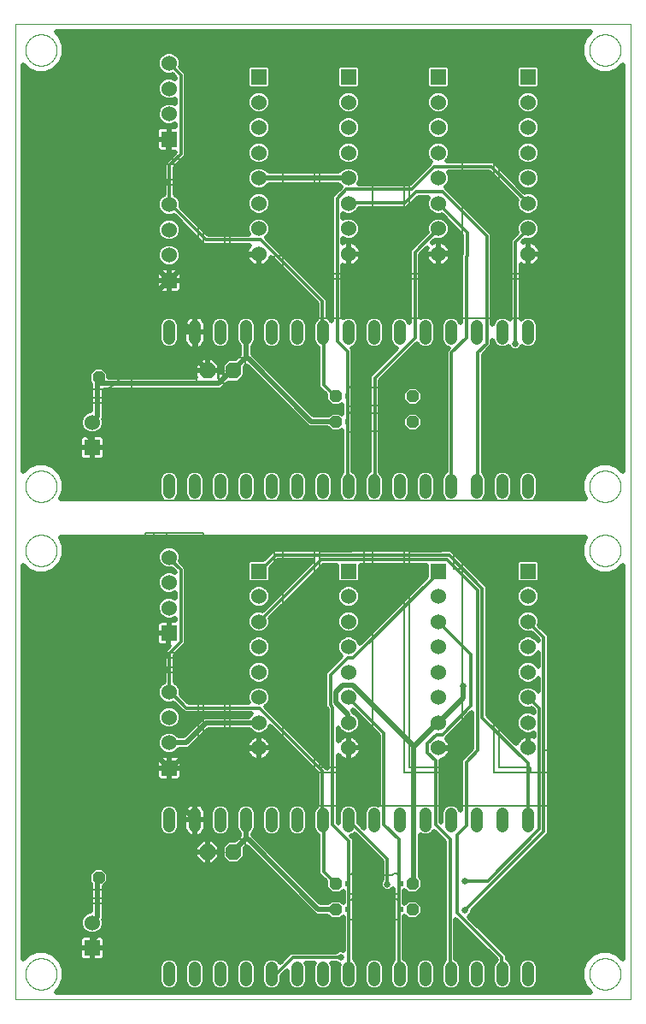
<source format=gtl>
G75*
%MOIN*%
%OFA0B0*%
%FSLAX25Y25*%
%IPPOS*%
%LPD*%
%AMOC8*
5,1,8,0,0,1.08239X$1,22.5*
%
%ADD10C,0.00000*%
%ADD11C,0.00600*%
%ADD12R,0.06000X0.06000*%
%ADD13C,0.06000*%
%ADD14OC8,0.04800*%
%ADD15R,0.01500X0.02000*%
%ADD16C,0.01000*%
%ADD17OC8,0.06300*%
%ADD18C,0.00500*%
%ADD19OC8,0.04724*%
%ADD20C,0.00001*%
%ADD21C,0.00400*%
%ADD22C,0.04724*%
%ADD23C,0.01969*%
%ADD24C,0.02578*%
%ADD25C,0.01181*%
D10*
X0001984Y0015833D02*
X0241984Y0015833D01*
X0241984Y0395833D01*
X0001984Y0395833D01*
X0001984Y0015833D01*
X0005882Y0025833D02*
X0005884Y0025989D01*
X0005890Y0026145D01*
X0005900Y0026300D01*
X0005914Y0026455D01*
X0005932Y0026610D01*
X0005954Y0026764D01*
X0005979Y0026918D01*
X0006009Y0027071D01*
X0006043Y0027223D01*
X0006080Y0027375D01*
X0006121Y0027525D01*
X0006166Y0027674D01*
X0006215Y0027822D01*
X0006268Y0027969D01*
X0006324Y0028114D01*
X0006384Y0028258D01*
X0006448Y0028400D01*
X0006516Y0028541D01*
X0006587Y0028679D01*
X0006661Y0028816D01*
X0006739Y0028951D01*
X0006820Y0029084D01*
X0006905Y0029215D01*
X0006993Y0029344D01*
X0007084Y0029470D01*
X0007179Y0029594D01*
X0007276Y0029715D01*
X0007377Y0029834D01*
X0007481Y0029951D01*
X0007587Y0030064D01*
X0007697Y0030175D01*
X0007809Y0030283D01*
X0007924Y0030388D01*
X0008042Y0030491D01*
X0008162Y0030590D01*
X0008285Y0030686D01*
X0008410Y0030779D01*
X0008537Y0030868D01*
X0008667Y0030955D01*
X0008799Y0031038D01*
X0008933Y0031117D01*
X0009069Y0031194D01*
X0009207Y0031266D01*
X0009346Y0031336D01*
X0009488Y0031401D01*
X0009631Y0031463D01*
X0009775Y0031521D01*
X0009921Y0031576D01*
X0010069Y0031627D01*
X0010217Y0031674D01*
X0010367Y0031717D01*
X0010518Y0031756D01*
X0010670Y0031792D01*
X0010822Y0031823D01*
X0010976Y0031851D01*
X0011130Y0031875D01*
X0011284Y0031895D01*
X0011439Y0031911D01*
X0011595Y0031923D01*
X0011750Y0031931D01*
X0011906Y0031935D01*
X0012062Y0031935D01*
X0012218Y0031931D01*
X0012373Y0031923D01*
X0012529Y0031911D01*
X0012684Y0031895D01*
X0012838Y0031875D01*
X0012992Y0031851D01*
X0013146Y0031823D01*
X0013298Y0031792D01*
X0013450Y0031756D01*
X0013601Y0031717D01*
X0013751Y0031674D01*
X0013899Y0031627D01*
X0014047Y0031576D01*
X0014193Y0031521D01*
X0014337Y0031463D01*
X0014480Y0031401D01*
X0014622Y0031336D01*
X0014761Y0031266D01*
X0014899Y0031194D01*
X0015035Y0031117D01*
X0015169Y0031038D01*
X0015301Y0030955D01*
X0015431Y0030868D01*
X0015558Y0030779D01*
X0015683Y0030686D01*
X0015806Y0030590D01*
X0015926Y0030491D01*
X0016044Y0030388D01*
X0016159Y0030283D01*
X0016271Y0030175D01*
X0016381Y0030064D01*
X0016487Y0029951D01*
X0016591Y0029834D01*
X0016692Y0029715D01*
X0016789Y0029594D01*
X0016884Y0029470D01*
X0016975Y0029344D01*
X0017063Y0029215D01*
X0017148Y0029084D01*
X0017229Y0028951D01*
X0017307Y0028816D01*
X0017381Y0028679D01*
X0017452Y0028541D01*
X0017520Y0028400D01*
X0017584Y0028258D01*
X0017644Y0028114D01*
X0017700Y0027969D01*
X0017753Y0027822D01*
X0017802Y0027674D01*
X0017847Y0027525D01*
X0017888Y0027375D01*
X0017925Y0027223D01*
X0017959Y0027071D01*
X0017989Y0026918D01*
X0018014Y0026764D01*
X0018036Y0026610D01*
X0018054Y0026455D01*
X0018068Y0026300D01*
X0018078Y0026145D01*
X0018084Y0025989D01*
X0018086Y0025833D01*
X0018084Y0025677D01*
X0018078Y0025521D01*
X0018068Y0025366D01*
X0018054Y0025211D01*
X0018036Y0025056D01*
X0018014Y0024902D01*
X0017989Y0024748D01*
X0017959Y0024595D01*
X0017925Y0024443D01*
X0017888Y0024291D01*
X0017847Y0024141D01*
X0017802Y0023992D01*
X0017753Y0023844D01*
X0017700Y0023697D01*
X0017644Y0023552D01*
X0017584Y0023408D01*
X0017520Y0023266D01*
X0017452Y0023125D01*
X0017381Y0022987D01*
X0017307Y0022850D01*
X0017229Y0022715D01*
X0017148Y0022582D01*
X0017063Y0022451D01*
X0016975Y0022322D01*
X0016884Y0022196D01*
X0016789Y0022072D01*
X0016692Y0021951D01*
X0016591Y0021832D01*
X0016487Y0021715D01*
X0016381Y0021602D01*
X0016271Y0021491D01*
X0016159Y0021383D01*
X0016044Y0021278D01*
X0015926Y0021175D01*
X0015806Y0021076D01*
X0015683Y0020980D01*
X0015558Y0020887D01*
X0015431Y0020798D01*
X0015301Y0020711D01*
X0015169Y0020628D01*
X0015035Y0020549D01*
X0014899Y0020472D01*
X0014761Y0020400D01*
X0014622Y0020330D01*
X0014480Y0020265D01*
X0014337Y0020203D01*
X0014193Y0020145D01*
X0014047Y0020090D01*
X0013899Y0020039D01*
X0013751Y0019992D01*
X0013601Y0019949D01*
X0013450Y0019910D01*
X0013298Y0019874D01*
X0013146Y0019843D01*
X0012992Y0019815D01*
X0012838Y0019791D01*
X0012684Y0019771D01*
X0012529Y0019755D01*
X0012373Y0019743D01*
X0012218Y0019735D01*
X0012062Y0019731D01*
X0011906Y0019731D01*
X0011750Y0019735D01*
X0011595Y0019743D01*
X0011439Y0019755D01*
X0011284Y0019771D01*
X0011130Y0019791D01*
X0010976Y0019815D01*
X0010822Y0019843D01*
X0010670Y0019874D01*
X0010518Y0019910D01*
X0010367Y0019949D01*
X0010217Y0019992D01*
X0010069Y0020039D01*
X0009921Y0020090D01*
X0009775Y0020145D01*
X0009631Y0020203D01*
X0009488Y0020265D01*
X0009346Y0020330D01*
X0009207Y0020400D01*
X0009069Y0020472D01*
X0008933Y0020549D01*
X0008799Y0020628D01*
X0008667Y0020711D01*
X0008537Y0020798D01*
X0008410Y0020887D01*
X0008285Y0020980D01*
X0008162Y0021076D01*
X0008042Y0021175D01*
X0007924Y0021278D01*
X0007809Y0021383D01*
X0007697Y0021491D01*
X0007587Y0021602D01*
X0007481Y0021715D01*
X0007377Y0021832D01*
X0007276Y0021951D01*
X0007179Y0022072D01*
X0007084Y0022196D01*
X0006993Y0022322D01*
X0006905Y0022451D01*
X0006820Y0022582D01*
X0006739Y0022715D01*
X0006661Y0022850D01*
X0006587Y0022987D01*
X0006516Y0023125D01*
X0006448Y0023266D01*
X0006384Y0023408D01*
X0006324Y0023552D01*
X0006268Y0023697D01*
X0006215Y0023844D01*
X0006166Y0023992D01*
X0006121Y0024141D01*
X0006080Y0024291D01*
X0006043Y0024443D01*
X0006009Y0024595D01*
X0005979Y0024748D01*
X0005954Y0024902D01*
X0005932Y0025056D01*
X0005914Y0025211D01*
X0005900Y0025366D01*
X0005890Y0025521D01*
X0005884Y0025677D01*
X0005882Y0025833D01*
X0024449Y0068329D02*
X0024458Y0068327D01*
X0024451Y0068331D01*
X0024445Y0068333D01*
X0044524Y0068333D01*
X0043079Y0073340D01*
X0040508Y0076068D01*
X0038135Y0077417D01*
X0034825Y0078198D01*
X0031693Y0077744D01*
X0028738Y0076316D01*
X0026742Y0074356D01*
X0025116Y0071487D01*
X0024711Y0068838D01*
X0024449Y0068329D01*
X0005882Y0190833D02*
X0005884Y0190989D01*
X0005890Y0191145D01*
X0005900Y0191300D01*
X0005914Y0191455D01*
X0005932Y0191610D01*
X0005954Y0191764D01*
X0005979Y0191918D01*
X0006009Y0192071D01*
X0006043Y0192223D01*
X0006080Y0192375D01*
X0006121Y0192525D01*
X0006166Y0192674D01*
X0006215Y0192822D01*
X0006268Y0192969D01*
X0006324Y0193114D01*
X0006384Y0193258D01*
X0006448Y0193400D01*
X0006516Y0193541D01*
X0006587Y0193679D01*
X0006661Y0193816D01*
X0006739Y0193951D01*
X0006820Y0194084D01*
X0006905Y0194215D01*
X0006993Y0194344D01*
X0007084Y0194470D01*
X0007179Y0194594D01*
X0007276Y0194715D01*
X0007377Y0194834D01*
X0007481Y0194951D01*
X0007587Y0195064D01*
X0007697Y0195175D01*
X0007809Y0195283D01*
X0007924Y0195388D01*
X0008042Y0195491D01*
X0008162Y0195590D01*
X0008285Y0195686D01*
X0008410Y0195779D01*
X0008537Y0195868D01*
X0008667Y0195955D01*
X0008799Y0196038D01*
X0008933Y0196117D01*
X0009069Y0196194D01*
X0009207Y0196266D01*
X0009346Y0196336D01*
X0009488Y0196401D01*
X0009631Y0196463D01*
X0009775Y0196521D01*
X0009921Y0196576D01*
X0010069Y0196627D01*
X0010217Y0196674D01*
X0010367Y0196717D01*
X0010518Y0196756D01*
X0010670Y0196792D01*
X0010822Y0196823D01*
X0010976Y0196851D01*
X0011130Y0196875D01*
X0011284Y0196895D01*
X0011439Y0196911D01*
X0011595Y0196923D01*
X0011750Y0196931D01*
X0011906Y0196935D01*
X0012062Y0196935D01*
X0012218Y0196931D01*
X0012373Y0196923D01*
X0012529Y0196911D01*
X0012684Y0196895D01*
X0012838Y0196875D01*
X0012992Y0196851D01*
X0013146Y0196823D01*
X0013298Y0196792D01*
X0013450Y0196756D01*
X0013601Y0196717D01*
X0013751Y0196674D01*
X0013899Y0196627D01*
X0014047Y0196576D01*
X0014193Y0196521D01*
X0014337Y0196463D01*
X0014480Y0196401D01*
X0014622Y0196336D01*
X0014761Y0196266D01*
X0014899Y0196194D01*
X0015035Y0196117D01*
X0015169Y0196038D01*
X0015301Y0195955D01*
X0015431Y0195868D01*
X0015558Y0195779D01*
X0015683Y0195686D01*
X0015806Y0195590D01*
X0015926Y0195491D01*
X0016044Y0195388D01*
X0016159Y0195283D01*
X0016271Y0195175D01*
X0016381Y0195064D01*
X0016487Y0194951D01*
X0016591Y0194834D01*
X0016692Y0194715D01*
X0016789Y0194594D01*
X0016884Y0194470D01*
X0016975Y0194344D01*
X0017063Y0194215D01*
X0017148Y0194084D01*
X0017229Y0193951D01*
X0017307Y0193816D01*
X0017381Y0193679D01*
X0017452Y0193541D01*
X0017520Y0193400D01*
X0017584Y0193258D01*
X0017644Y0193114D01*
X0017700Y0192969D01*
X0017753Y0192822D01*
X0017802Y0192674D01*
X0017847Y0192525D01*
X0017888Y0192375D01*
X0017925Y0192223D01*
X0017959Y0192071D01*
X0017989Y0191918D01*
X0018014Y0191764D01*
X0018036Y0191610D01*
X0018054Y0191455D01*
X0018068Y0191300D01*
X0018078Y0191145D01*
X0018084Y0190989D01*
X0018086Y0190833D01*
X0018084Y0190677D01*
X0018078Y0190521D01*
X0018068Y0190366D01*
X0018054Y0190211D01*
X0018036Y0190056D01*
X0018014Y0189902D01*
X0017989Y0189748D01*
X0017959Y0189595D01*
X0017925Y0189443D01*
X0017888Y0189291D01*
X0017847Y0189141D01*
X0017802Y0188992D01*
X0017753Y0188844D01*
X0017700Y0188697D01*
X0017644Y0188552D01*
X0017584Y0188408D01*
X0017520Y0188266D01*
X0017452Y0188125D01*
X0017381Y0187987D01*
X0017307Y0187850D01*
X0017229Y0187715D01*
X0017148Y0187582D01*
X0017063Y0187451D01*
X0016975Y0187322D01*
X0016884Y0187196D01*
X0016789Y0187072D01*
X0016692Y0186951D01*
X0016591Y0186832D01*
X0016487Y0186715D01*
X0016381Y0186602D01*
X0016271Y0186491D01*
X0016159Y0186383D01*
X0016044Y0186278D01*
X0015926Y0186175D01*
X0015806Y0186076D01*
X0015683Y0185980D01*
X0015558Y0185887D01*
X0015431Y0185798D01*
X0015301Y0185711D01*
X0015169Y0185628D01*
X0015035Y0185549D01*
X0014899Y0185472D01*
X0014761Y0185400D01*
X0014622Y0185330D01*
X0014480Y0185265D01*
X0014337Y0185203D01*
X0014193Y0185145D01*
X0014047Y0185090D01*
X0013899Y0185039D01*
X0013751Y0184992D01*
X0013601Y0184949D01*
X0013450Y0184910D01*
X0013298Y0184874D01*
X0013146Y0184843D01*
X0012992Y0184815D01*
X0012838Y0184791D01*
X0012684Y0184771D01*
X0012529Y0184755D01*
X0012373Y0184743D01*
X0012218Y0184735D01*
X0012062Y0184731D01*
X0011906Y0184731D01*
X0011750Y0184735D01*
X0011595Y0184743D01*
X0011439Y0184755D01*
X0011284Y0184771D01*
X0011130Y0184791D01*
X0010976Y0184815D01*
X0010822Y0184843D01*
X0010670Y0184874D01*
X0010518Y0184910D01*
X0010367Y0184949D01*
X0010217Y0184992D01*
X0010069Y0185039D01*
X0009921Y0185090D01*
X0009775Y0185145D01*
X0009631Y0185203D01*
X0009488Y0185265D01*
X0009346Y0185330D01*
X0009207Y0185400D01*
X0009069Y0185472D01*
X0008933Y0185549D01*
X0008799Y0185628D01*
X0008667Y0185711D01*
X0008537Y0185798D01*
X0008410Y0185887D01*
X0008285Y0185980D01*
X0008162Y0186076D01*
X0008042Y0186175D01*
X0007924Y0186278D01*
X0007809Y0186383D01*
X0007697Y0186491D01*
X0007587Y0186602D01*
X0007481Y0186715D01*
X0007377Y0186832D01*
X0007276Y0186951D01*
X0007179Y0187072D01*
X0007084Y0187196D01*
X0006993Y0187322D01*
X0006905Y0187451D01*
X0006820Y0187582D01*
X0006739Y0187715D01*
X0006661Y0187850D01*
X0006587Y0187987D01*
X0006516Y0188125D01*
X0006448Y0188266D01*
X0006384Y0188408D01*
X0006324Y0188552D01*
X0006268Y0188697D01*
X0006215Y0188844D01*
X0006166Y0188992D01*
X0006121Y0189141D01*
X0006080Y0189291D01*
X0006043Y0189443D01*
X0006009Y0189595D01*
X0005979Y0189748D01*
X0005954Y0189902D01*
X0005932Y0190056D01*
X0005914Y0190211D01*
X0005900Y0190366D01*
X0005890Y0190521D01*
X0005884Y0190677D01*
X0005882Y0190833D01*
X0005882Y0215833D02*
X0005884Y0215989D01*
X0005890Y0216145D01*
X0005900Y0216300D01*
X0005914Y0216455D01*
X0005932Y0216610D01*
X0005954Y0216764D01*
X0005979Y0216918D01*
X0006009Y0217071D01*
X0006043Y0217223D01*
X0006080Y0217375D01*
X0006121Y0217525D01*
X0006166Y0217674D01*
X0006215Y0217822D01*
X0006268Y0217969D01*
X0006324Y0218114D01*
X0006384Y0218258D01*
X0006448Y0218400D01*
X0006516Y0218541D01*
X0006587Y0218679D01*
X0006661Y0218816D01*
X0006739Y0218951D01*
X0006820Y0219084D01*
X0006905Y0219215D01*
X0006993Y0219344D01*
X0007084Y0219470D01*
X0007179Y0219594D01*
X0007276Y0219715D01*
X0007377Y0219834D01*
X0007481Y0219951D01*
X0007587Y0220064D01*
X0007697Y0220175D01*
X0007809Y0220283D01*
X0007924Y0220388D01*
X0008042Y0220491D01*
X0008162Y0220590D01*
X0008285Y0220686D01*
X0008410Y0220779D01*
X0008537Y0220868D01*
X0008667Y0220955D01*
X0008799Y0221038D01*
X0008933Y0221117D01*
X0009069Y0221194D01*
X0009207Y0221266D01*
X0009346Y0221336D01*
X0009488Y0221401D01*
X0009631Y0221463D01*
X0009775Y0221521D01*
X0009921Y0221576D01*
X0010069Y0221627D01*
X0010217Y0221674D01*
X0010367Y0221717D01*
X0010518Y0221756D01*
X0010670Y0221792D01*
X0010822Y0221823D01*
X0010976Y0221851D01*
X0011130Y0221875D01*
X0011284Y0221895D01*
X0011439Y0221911D01*
X0011595Y0221923D01*
X0011750Y0221931D01*
X0011906Y0221935D01*
X0012062Y0221935D01*
X0012218Y0221931D01*
X0012373Y0221923D01*
X0012529Y0221911D01*
X0012684Y0221895D01*
X0012838Y0221875D01*
X0012992Y0221851D01*
X0013146Y0221823D01*
X0013298Y0221792D01*
X0013450Y0221756D01*
X0013601Y0221717D01*
X0013751Y0221674D01*
X0013899Y0221627D01*
X0014047Y0221576D01*
X0014193Y0221521D01*
X0014337Y0221463D01*
X0014480Y0221401D01*
X0014622Y0221336D01*
X0014761Y0221266D01*
X0014899Y0221194D01*
X0015035Y0221117D01*
X0015169Y0221038D01*
X0015301Y0220955D01*
X0015431Y0220868D01*
X0015558Y0220779D01*
X0015683Y0220686D01*
X0015806Y0220590D01*
X0015926Y0220491D01*
X0016044Y0220388D01*
X0016159Y0220283D01*
X0016271Y0220175D01*
X0016381Y0220064D01*
X0016487Y0219951D01*
X0016591Y0219834D01*
X0016692Y0219715D01*
X0016789Y0219594D01*
X0016884Y0219470D01*
X0016975Y0219344D01*
X0017063Y0219215D01*
X0017148Y0219084D01*
X0017229Y0218951D01*
X0017307Y0218816D01*
X0017381Y0218679D01*
X0017452Y0218541D01*
X0017520Y0218400D01*
X0017584Y0218258D01*
X0017644Y0218114D01*
X0017700Y0217969D01*
X0017753Y0217822D01*
X0017802Y0217674D01*
X0017847Y0217525D01*
X0017888Y0217375D01*
X0017925Y0217223D01*
X0017959Y0217071D01*
X0017989Y0216918D01*
X0018014Y0216764D01*
X0018036Y0216610D01*
X0018054Y0216455D01*
X0018068Y0216300D01*
X0018078Y0216145D01*
X0018084Y0215989D01*
X0018086Y0215833D01*
X0018084Y0215677D01*
X0018078Y0215521D01*
X0018068Y0215366D01*
X0018054Y0215211D01*
X0018036Y0215056D01*
X0018014Y0214902D01*
X0017989Y0214748D01*
X0017959Y0214595D01*
X0017925Y0214443D01*
X0017888Y0214291D01*
X0017847Y0214141D01*
X0017802Y0213992D01*
X0017753Y0213844D01*
X0017700Y0213697D01*
X0017644Y0213552D01*
X0017584Y0213408D01*
X0017520Y0213266D01*
X0017452Y0213125D01*
X0017381Y0212987D01*
X0017307Y0212850D01*
X0017229Y0212715D01*
X0017148Y0212582D01*
X0017063Y0212451D01*
X0016975Y0212322D01*
X0016884Y0212196D01*
X0016789Y0212072D01*
X0016692Y0211951D01*
X0016591Y0211832D01*
X0016487Y0211715D01*
X0016381Y0211602D01*
X0016271Y0211491D01*
X0016159Y0211383D01*
X0016044Y0211278D01*
X0015926Y0211175D01*
X0015806Y0211076D01*
X0015683Y0210980D01*
X0015558Y0210887D01*
X0015431Y0210798D01*
X0015301Y0210711D01*
X0015169Y0210628D01*
X0015035Y0210549D01*
X0014899Y0210472D01*
X0014761Y0210400D01*
X0014622Y0210330D01*
X0014480Y0210265D01*
X0014337Y0210203D01*
X0014193Y0210145D01*
X0014047Y0210090D01*
X0013899Y0210039D01*
X0013751Y0209992D01*
X0013601Y0209949D01*
X0013450Y0209910D01*
X0013298Y0209874D01*
X0013146Y0209843D01*
X0012992Y0209815D01*
X0012838Y0209791D01*
X0012684Y0209771D01*
X0012529Y0209755D01*
X0012373Y0209743D01*
X0012218Y0209735D01*
X0012062Y0209731D01*
X0011906Y0209731D01*
X0011750Y0209735D01*
X0011595Y0209743D01*
X0011439Y0209755D01*
X0011284Y0209771D01*
X0011130Y0209791D01*
X0010976Y0209815D01*
X0010822Y0209843D01*
X0010670Y0209874D01*
X0010518Y0209910D01*
X0010367Y0209949D01*
X0010217Y0209992D01*
X0010069Y0210039D01*
X0009921Y0210090D01*
X0009775Y0210145D01*
X0009631Y0210203D01*
X0009488Y0210265D01*
X0009346Y0210330D01*
X0009207Y0210400D01*
X0009069Y0210472D01*
X0008933Y0210549D01*
X0008799Y0210628D01*
X0008667Y0210711D01*
X0008537Y0210798D01*
X0008410Y0210887D01*
X0008285Y0210980D01*
X0008162Y0211076D01*
X0008042Y0211175D01*
X0007924Y0211278D01*
X0007809Y0211383D01*
X0007697Y0211491D01*
X0007587Y0211602D01*
X0007481Y0211715D01*
X0007377Y0211832D01*
X0007276Y0211951D01*
X0007179Y0212072D01*
X0007084Y0212196D01*
X0006993Y0212322D01*
X0006905Y0212451D01*
X0006820Y0212582D01*
X0006739Y0212715D01*
X0006661Y0212850D01*
X0006587Y0212987D01*
X0006516Y0213125D01*
X0006448Y0213266D01*
X0006384Y0213408D01*
X0006324Y0213552D01*
X0006268Y0213697D01*
X0006215Y0213844D01*
X0006166Y0213992D01*
X0006121Y0214141D01*
X0006080Y0214291D01*
X0006043Y0214443D01*
X0006009Y0214595D01*
X0005979Y0214748D01*
X0005954Y0214902D01*
X0005932Y0215056D01*
X0005914Y0215211D01*
X0005900Y0215366D01*
X0005890Y0215521D01*
X0005884Y0215677D01*
X0005882Y0215833D01*
X0024449Y0263329D02*
X0024458Y0263327D01*
X0024451Y0263331D01*
X0024445Y0263333D01*
X0044524Y0263333D01*
X0043079Y0268340D01*
X0040508Y0271068D01*
X0038135Y0272417D01*
X0034825Y0273198D01*
X0031693Y0272744D01*
X0028738Y0271316D01*
X0026742Y0269356D01*
X0025116Y0266487D01*
X0024711Y0263838D01*
X0024449Y0263329D01*
X0005882Y0385833D02*
X0005884Y0385989D01*
X0005890Y0386145D01*
X0005900Y0386300D01*
X0005914Y0386455D01*
X0005932Y0386610D01*
X0005954Y0386764D01*
X0005979Y0386918D01*
X0006009Y0387071D01*
X0006043Y0387223D01*
X0006080Y0387375D01*
X0006121Y0387525D01*
X0006166Y0387674D01*
X0006215Y0387822D01*
X0006268Y0387969D01*
X0006324Y0388114D01*
X0006384Y0388258D01*
X0006448Y0388400D01*
X0006516Y0388541D01*
X0006587Y0388679D01*
X0006661Y0388816D01*
X0006739Y0388951D01*
X0006820Y0389084D01*
X0006905Y0389215D01*
X0006993Y0389344D01*
X0007084Y0389470D01*
X0007179Y0389594D01*
X0007276Y0389715D01*
X0007377Y0389834D01*
X0007481Y0389951D01*
X0007587Y0390064D01*
X0007697Y0390175D01*
X0007809Y0390283D01*
X0007924Y0390388D01*
X0008042Y0390491D01*
X0008162Y0390590D01*
X0008285Y0390686D01*
X0008410Y0390779D01*
X0008537Y0390868D01*
X0008667Y0390955D01*
X0008799Y0391038D01*
X0008933Y0391117D01*
X0009069Y0391194D01*
X0009207Y0391266D01*
X0009346Y0391336D01*
X0009488Y0391401D01*
X0009631Y0391463D01*
X0009775Y0391521D01*
X0009921Y0391576D01*
X0010069Y0391627D01*
X0010217Y0391674D01*
X0010367Y0391717D01*
X0010518Y0391756D01*
X0010670Y0391792D01*
X0010822Y0391823D01*
X0010976Y0391851D01*
X0011130Y0391875D01*
X0011284Y0391895D01*
X0011439Y0391911D01*
X0011595Y0391923D01*
X0011750Y0391931D01*
X0011906Y0391935D01*
X0012062Y0391935D01*
X0012218Y0391931D01*
X0012373Y0391923D01*
X0012529Y0391911D01*
X0012684Y0391895D01*
X0012838Y0391875D01*
X0012992Y0391851D01*
X0013146Y0391823D01*
X0013298Y0391792D01*
X0013450Y0391756D01*
X0013601Y0391717D01*
X0013751Y0391674D01*
X0013899Y0391627D01*
X0014047Y0391576D01*
X0014193Y0391521D01*
X0014337Y0391463D01*
X0014480Y0391401D01*
X0014622Y0391336D01*
X0014761Y0391266D01*
X0014899Y0391194D01*
X0015035Y0391117D01*
X0015169Y0391038D01*
X0015301Y0390955D01*
X0015431Y0390868D01*
X0015558Y0390779D01*
X0015683Y0390686D01*
X0015806Y0390590D01*
X0015926Y0390491D01*
X0016044Y0390388D01*
X0016159Y0390283D01*
X0016271Y0390175D01*
X0016381Y0390064D01*
X0016487Y0389951D01*
X0016591Y0389834D01*
X0016692Y0389715D01*
X0016789Y0389594D01*
X0016884Y0389470D01*
X0016975Y0389344D01*
X0017063Y0389215D01*
X0017148Y0389084D01*
X0017229Y0388951D01*
X0017307Y0388816D01*
X0017381Y0388679D01*
X0017452Y0388541D01*
X0017520Y0388400D01*
X0017584Y0388258D01*
X0017644Y0388114D01*
X0017700Y0387969D01*
X0017753Y0387822D01*
X0017802Y0387674D01*
X0017847Y0387525D01*
X0017888Y0387375D01*
X0017925Y0387223D01*
X0017959Y0387071D01*
X0017989Y0386918D01*
X0018014Y0386764D01*
X0018036Y0386610D01*
X0018054Y0386455D01*
X0018068Y0386300D01*
X0018078Y0386145D01*
X0018084Y0385989D01*
X0018086Y0385833D01*
X0018084Y0385677D01*
X0018078Y0385521D01*
X0018068Y0385366D01*
X0018054Y0385211D01*
X0018036Y0385056D01*
X0018014Y0384902D01*
X0017989Y0384748D01*
X0017959Y0384595D01*
X0017925Y0384443D01*
X0017888Y0384291D01*
X0017847Y0384141D01*
X0017802Y0383992D01*
X0017753Y0383844D01*
X0017700Y0383697D01*
X0017644Y0383552D01*
X0017584Y0383408D01*
X0017520Y0383266D01*
X0017452Y0383125D01*
X0017381Y0382987D01*
X0017307Y0382850D01*
X0017229Y0382715D01*
X0017148Y0382582D01*
X0017063Y0382451D01*
X0016975Y0382322D01*
X0016884Y0382196D01*
X0016789Y0382072D01*
X0016692Y0381951D01*
X0016591Y0381832D01*
X0016487Y0381715D01*
X0016381Y0381602D01*
X0016271Y0381491D01*
X0016159Y0381383D01*
X0016044Y0381278D01*
X0015926Y0381175D01*
X0015806Y0381076D01*
X0015683Y0380980D01*
X0015558Y0380887D01*
X0015431Y0380798D01*
X0015301Y0380711D01*
X0015169Y0380628D01*
X0015035Y0380549D01*
X0014899Y0380472D01*
X0014761Y0380400D01*
X0014622Y0380330D01*
X0014480Y0380265D01*
X0014337Y0380203D01*
X0014193Y0380145D01*
X0014047Y0380090D01*
X0013899Y0380039D01*
X0013751Y0379992D01*
X0013601Y0379949D01*
X0013450Y0379910D01*
X0013298Y0379874D01*
X0013146Y0379843D01*
X0012992Y0379815D01*
X0012838Y0379791D01*
X0012684Y0379771D01*
X0012529Y0379755D01*
X0012373Y0379743D01*
X0012218Y0379735D01*
X0012062Y0379731D01*
X0011906Y0379731D01*
X0011750Y0379735D01*
X0011595Y0379743D01*
X0011439Y0379755D01*
X0011284Y0379771D01*
X0011130Y0379791D01*
X0010976Y0379815D01*
X0010822Y0379843D01*
X0010670Y0379874D01*
X0010518Y0379910D01*
X0010367Y0379949D01*
X0010217Y0379992D01*
X0010069Y0380039D01*
X0009921Y0380090D01*
X0009775Y0380145D01*
X0009631Y0380203D01*
X0009488Y0380265D01*
X0009346Y0380330D01*
X0009207Y0380400D01*
X0009069Y0380472D01*
X0008933Y0380549D01*
X0008799Y0380628D01*
X0008667Y0380711D01*
X0008537Y0380798D01*
X0008410Y0380887D01*
X0008285Y0380980D01*
X0008162Y0381076D01*
X0008042Y0381175D01*
X0007924Y0381278D01*
X0007809Y0381383D01*
X0007697Y0381491D01*
X0007587Y0381602D01*
X0007481Y0381715D01*
X0007377Y0381832D01*
X0007276Y0381951D01*
X0007179Y0382072D01*
X0007084Y0382196D01*
X0006993Y0382322D01*
X0006905Y0382451D01*
X0006820Y0382582D01*
X0006739Y0382715D01*
X0006661Y0382850D01*
X0006587Y0382987D01*
X0006516Y0383125D01*
X0006448Y0383266D01*
X0006384Y0383408D01*
X0006324Y0383552D01*
X0006268Y0383697D01*
X0006215Y0383844D01*
X0006166Y0383992D01*
X0006121Y0384141D01*
X0006080Y0384291D01*
X0006043Y0384443D01*
X0006009Y0384595D01*
X0005979Y0384748D01*
X0005954Y0384902D01*
X0005932Y0385056D01*
X0005914Y0385211D01*
X0005900Y0385366D01*
X0005890Y0385521D01*
X0005884Y0385677D01*
X0005882Y0385833D01*
X0225882Y0385833D02*
X0225884Y0385989D01*
X0225890Y0386145D01*
X0225900Y0386300D01*
X0225914Y0386455D01*
X0225932Y0386610D01*
X0225954Y0386764D01*
X0225979Y0386918D01*
X0226009Y0387071D01*
X0226043Y0387223D01*
X0226080Y0387375D01*
X0226121Y0387525D01*
X0226166Y0387674D01*
X0226215Y0387822D01*
X0226268Y0387969D01*
X0226324Y0388114D01*
X0226384Y0388258D01*
X0226448Y0388400D01*
X0226516Y0388541D01*
X0226587Y0388679D01*
X0226661Y0388816D01*
X0226739Y0388951D01*
X0226820Y0389084D01*
X0226905Y0389215D01*
X0226993Y0389344D01*
X0227084Y0389470D01*
X0227179Y0389594D01*
X0227276Y0389715D01*
X0227377Y0389834D01*
X0227481Y0389951D01*
X0227587Y0390064D01*
X0227697Y0390175D01*
X0227809Y0390283D01*
X0227924Y0390388D01*
X0228042Y0390491D01*
X0228162Y0390590D01*
X0228285Y0390686D01*
X0228410Y0390779D01*
X0228537Y0390868D01*
X0228667Y0390955D01*
X0228799Y0391038D01*
X0228933Y0391117D01*
X0229069Y0391194D01*
X0229207Y0391266D01*
X0229346Y0391336D01*
X0229488Y0391401D01*
X0229631Y0391463D01*
X0229775Y0391521D01*
X0229921Y0391576D01*
X0230069Y0391627D01*
X0230217Y0391674D01*
X0230367Y0391717D01*
X0230518Y0391756D01*
X0230670Y0391792D01*
X0230822Y0391823D01*
X0230976Y0391851D01*
X0231130Y0391875D01*
X0231284Y0391895D01*
X0231439Y0391911D01*
X0231595Y0391923D01*
X0231750Y0391931D01*
X0231906Y0391935D01*
X0232062Y0391935D01*
X0232218Y0391931D01*
X0232373Y0391923D01*
X0232529Y0391911D01*
X0232684Y0391895D01*
X0232838Y0391875D01*
X0232992Y0391851D01*
X0233146Y0391823D01*
X0233298Y0391792D01*
X0233450Y0391756D01*
X0233601Y0391717D01*
X0233751Y0391674D01*
X0233899Y0391627D01*
X0234047Y0391576D01*
X0234193Y0391521D01*
X0234337Y0391463D01*
X0234480Y0391401D01*
X0234622Y0391336D01*
X0234761Y0391266D01*
X0234899Y0391194D01*
X0235035Y0391117D01*
X0235169Y0391038D01*
X0235301Y0390955D01*
X0235431Y0390868D01*
X0235558Y0390779D01*
X0235683Y0390686D01*
X0235806Y0390590D01*
X0235926Y0390491D01*
X0236044Y0390388D01*
X0236159Y0390283D01*
X0236271Y0390175D01*
X0236381Y0390064D01*
X0236487Y0389951D01*
X0236591Y0389834D01*
X0236692Y0389715D01*
X0236789Y0389594D01*
X0236884Y0389470D01*
X0236975Y0389344D01*
X0237063Y0389215D01*
X0237148Y0389084D01*
X0237229Y0388951D01*
X0237307Y0388816D01*
X0237381Y0388679D01*
X0237452Y0388541D01*
X0237520Y0388400D01*
X0237584Y0388258D01*
X0237644Y0388114D01*
X0237700Y0387969D01*
X0237753Y0387822D01*
X0237802Y0387674D01*
X0237847Y0387525D01*
X0237888Y0387375D01*
X0237925Y0387223D01*
X0237959Y0387071D01*
X0237989Y0386918D01*
X0238014Y0386764D01*
X0238036Y0386610D01*
X0238054Y0386455D01*
X0238068Y0386300D01*
X0238078Y0386145D01*
X0238084Y0385989D01*
X0238086Y0385833D01*
X0238084Y0385677D01*
X0238078Y0385521D01*
X0238068Y0385366D01*
X0238054Y0385211D01*
X0238036Y0385056D01*
X0238014Y0384902D01*
X0237989Y0384748D01*
X0237959Y0384595D01*
X0237925Y0384443D01*
X0237888Y0384291D01*
X0237847Y0384141D01*
X0237802Y0383992D01*
X0237753Y0383844D01*
X0237700Y0383697D01*
X0237644Y0383552D01*
X0237584Y0383408D01*
X0237520Y0383266D01*
X0237452Y0383125D01*
X0237381Y0382987D01*
X0237307Y0382850D01*
X0237229Y0382715D01*
X0237148Y0382582D01*
X0237063Y0382451D01*
X0236975Y0382322D01*
X0236884Y0382196D01*
X0236789Y0382072D01*
X0236692Y0381951D01*
X0236591Y0381832D01*
X0236487Y0381715D01*
X0236381Y0381602D01*
X0236271Y0381491D01*
X0236159Y0381383D01*
X0236044Y0381278D01*
X0235926Y0381175D01*
X0235806Y0381076D01*
X0235683Y0380980D01*
X0235558Y0380887D01*
X0235431Y0380798D01*
X0235301Y0380711D01*
X0235169Y0380628D01*
X0235035Y0380549D01*
X0234899Y0380472D01*
X0234761Y0380400D01*
X0234622Y0380330D01*
X0234480Y0380265D01*
X0234337Y0380203D01*
X0234193Y0380145D01*
X0234047Y0380090D01*
X0233899Y0380039D01*
X0233751Y0379992D01*
X0233601Y0379949D01*
X0233450Y0379910D01*
X0233298Y0379874D01*
X0233146Y0379843D01*
X0232992Y0379815D01*
X0232838Y0379791D01*
X0232684Y0379771D01*
X0232529Y0379755D01*
X0232373Y0379743D01*
X0232218Y0379735D01*
X0232062Y0379731D01*
X0231906Y0379731D01*
X0231750Y0379735D01*
X0231595Y0379743D01*
X0231439Y0379755D01*
X0231284Y0379771D01*
X0231130Y0379791D01*
X0230976Y0379815D01*
X0230822Y0379843D01*
X0230670Y0379874D01*
X0230518Y0379910D01*
X0230367Y0379949D01*
X0230217Y0379992D01*
X0230069Y0380039D01*
X0229921Y0380090D01*
X0229775Y0380145D01*
X0229631Y0380203D01*
X0229488Y0380265D01*
X0229346Y0380330D01*
X0229207Y0380400D01*
X0229069Y0380472D01*
X0228933Y0380549D01*
X0228799Y0380628D01*
X0228667Y0380711D01*
X0228537Y0380798D01*
X0228410Y0380887D01*
X0228285Y0380980D01*
X0228162Y0381076D01*
X0228042Y0381175D01*
X0227924Y0381278D01*
X0227809Y0381383D01*
X0227697Y0381491D01*
X0227587Y0381602D01*
X0227481Y0381715D01*
X0227377Y0381832D01*
X0227276Y0381951D01*
X0227179Y0382072D01*
X0227084Y0382196D01*
X0226993Y0382322D01*
X0226905Y0382451D01*
X0226820Y0382582D01*
X0226739Y0382715D01*
X0226661Y0382850D01*
X0226587Y0382987D01*
X0226516Y0383125D01*
X0226448Y0383266D01*
X0226384Y0383408D01*
X0226324Y0383552D01*
X0226268Y0383697D01*
X0226215Y0383844D01*
X0226166Y0383992D01*
X0226121Y0384141D01*
X0226080Y0384291D01*
X0226043Y0384443D01*
X0226009Y0384595D01*
X0225979Y0384748D01*
X0225954Y0384902D01*
X0225932Y0385056D01*
X0225914Y0385211D01*
X0225900Y0385366D01*
X0225890Y0385521D01*
X0225884Y0385677D01*
X0225882Y0385833D01*
X0225882Y0215833D02*
X0225884Y0215989D01*
X0225890Y0216145D01*
X0225900Y0216300D01*
X0225914Y0216455D01*
X0225932Y0216610D01*
X0225954Y0216764D01*
X0225979Y0216918D01*
X0226009Y0217071D01*
X0226043Y0217223D01*
X0226080Y0217375D01*
X0226121Y0217525D01*
X0226166Y0217674D01*
X0226215Y0217822D01*
X0226268Y0217969D01*
X0226324Y0218114D01*
X0226384Y0218258D01*
X0226448Y0218400D01*
X0226516Y0218541D01*
X0226587Y0218679D01*
X0226661Y0218816D01*
X0226739Y0218951D01*
X0226820Y0219084D01*
X0226905Y0219215D01*
X0226993Y0219344D01*
X0227084Y0219470D01*
X0227179Y0219594D01*
X0227276Y0219715D01*
X0227377Y0219834D01*
X0227481Y0219951D01*
X0227587Y0220064D01*
X0227697Y0220175D01*
X0227809Y0220283D01*
X0227924Y0220388D01*
X0228042Y0220491D01*
X0228162Y0220590D01*
X0228285Y0220686D01*
X0228410Y0220779D01*
X0228537Y0220868D01*
X0228667Y0220955D01*
X0228799Y0221038D01*
X0228933Y0221117D01*
X0229069Y0221194D01*
X0229207Y0221266D01*
X0229346Y0221336D01*
X0229488Y0221401D01*
X0229631Y0221463D01*
X0229775Y0221521D01*
X0229921Y0221576D01*
X0230069Y0221627D01*
X0230217Y0221674D01*
X0230367Y0221717D01*
X0230518Y0221756D01*
X0230670Y0221792D01*
X0230822Y0221823D01*
X0230976Y0221851D01*
X0231130Y0221875D01*
X0231284Y0221895D01*
X0231439Y0221911D01*
X0231595Y0221923D01*
X0231750Y0221931D01*
X0231906Y0221935D01*
X0232062Y0221935D01*
X0232218Y0221931D01*
X0232373Y0221923D01*
X0232529Y0221911D01*
X0232684Y0221895D01*
X0232838Y0221875D01*
X0232992Y0221851D01*
X0233146Y0221823D01*
X0233298Y0221792D01*
X0233450Y0221756D01*
X0233601Y0221717D01*
X0233751Y0221674D01*
X0233899Y0221627D01*
X0234047Y0221576D01*
X0234193Y0221521D01*
X0234337Y0221463D01*
X0234480Y0221401D01*
X0234622Y0221336D01*
X0234761Y0221266D01*
X0234899Y0221194D01*
X0235035Y0221117D01*
X0235169Y0221038D01*
X0235301Y0220955D01*
X0235431Y0220868D01*
X0235558Y0220779D01*
X0235683Y0220686D01*
X0235806Y0220590D01*
X0235926Y0220491D01*
X0236044Y0220388D01*
X0236159Y0220283D01*
X0236271Y0220175D01*
X0236381Y0220064D01*
X0236487Y0219951D01*
X0236591Y0219834D01*
X0236692Y0219715D01*
X0236789Y0219594D01*
X0236884Y0219470D01*
X0236975Y0219344D01*
X0237063Y0219215D01*
X0237148Y0219084D01*
X0237229Y0218951D01*
X0237307Y0218816D01*
X0237381Y0218679D01*
X0237452Y0218541D01*
X0237520Y0218400D01*
X0237584Y0218258D01*
X0237644Y0218114D01*
X0237700Y0217969D01*
X0237753Y0217822D01*
X0237802Y0217674D01*
X0237847Y0217525D01*
X0237888Y0217375D01*
X0237925Y0217223D01*
X0237959Y0217071D01*
X0237989Y0216918D01*
X0238014Y0216764D01*
X0238036Y0216610D01*
X0238054Y0216455D01*
X0238068Y0216300D01*
X0238078Y0216145D01*
X0238084Y0215989D01*
X0238086Y0215833D01*
X0238084Y0215677D01*
X0238078Y0215521D01*
X0238068Y0215366D01*
X0238054Y0215211D01*
X0238036Y0215056D01*
X0238014Y0214902D01*
X0237989Y0214748D01*
X0237959Y0214595D01*
X0237925Y0214443D01*
X0237888Y0214291D01*
X0237847Y0214141D01*
X0237802Y0213992D01*
X0237753Y0213844D01*
X0237700Y0213697D01*
X0237644Y0213552D01*
X0237584Y0213408D01*
X0237520Y0213266D01*
X0237452Y0213125D01*
X0237381Y0212987D01*
X0237307Y0212850D01*
X0237229Y0212715D01*
X0237148Y0212582D01*
X0237063Y0212451D01*
X0236975Y0212322D01*
X0236884Y0212196D01*
X0236789Y0212072D01*
X0236692Y0211951D01*
X0236591Y0211832D01*
X0236487Y0211715D01*
X0236381Y0211602D01*
X0236271Y0211491D01*
X0236159Y0211383D01*
X0236044Y0211278D01*
X0235926Y0211175D01*
X0235806Y0211076D01*
X0235683Y0210980D01*
X0235558Y0210887D01*
X0235431Y0210798D01*
X0235301Y0210711D01*
X0235169Y0210628D01*
X0235035Y0210549D01*
X0234899Y0210472D01*
X0234761Y0210400D01*
X0234622Y0210330D01*
X0234480Y0210265D01*
X0234337Y0210203D01*
X0234193Y0210145D01*
X0234047Y0210090D01*
X0233899Y0210039D01*
X0233751Y0209992D01*
X0233601Y0209949D01*
X0233450Y0209910D01*
X0233298Y0209874D01*
X0233146Y0209843D01*
X0232992Y0209815D01*
X0232838Y0209791D01*
X0232684Y0209771D01*
X0232529Y0209755D01*
X0232373Y0209743D01*
X0232218Y0209735D01*
X0232062Y0209731D01*
X0231906Y0209731D01*
X0231750Y0209735D01*
X0231595Y0209743D01*
X0231439Y0209755D01*
X0231284Y0209771D01*
X0231130Y0209791D01*
X0230976Y0209815D01*
X0230822Y0209843D01*
X0230670Y0209874D01*
X0230518Y0209910D01*
X0230367Y0209949D01*
X0230217Y0209992D01*
X0230069Y0210039D01*
X0229921Y0210090D01*
X0229775Y0210145D01*
X0229631Y0210203D01*
X0229488Y0210265D01*
X0229346Y0210330D01*
X0229207Y0210400D01*
X0229069Y0210472D01*
X0228933Y0210549D01*
X0228799Y0210628D01*
X0228667Y0210711D01*
X0228537Y0210798D01*
X0228410Y0210887D01*
X0228285Y0210980D01*
X0228162Y0211076D01*
X0228042Y0211175D01*
X0227924Y0211278D01*
X0227809Y0211383D01*
X0227697Y0211491D01*
X0227587Y0211602D01*
X0227481Y0211715D01*
X0227377Y0211832D01*
X0227276Y0211951D01*
X0227179Y0212072D01*
X0227084Y0212196D01*
X0226993Y0212322D01*
X0226905Y0212451D01*
X0226820Y0212582D01*
X0226739Y0212715D01*
X0226661Y0212850D01*
X0226587Y0212987D01*
X0226516Y0213125D01*
X0226448Y0213266D01*
X0226384Y0213408D01*
X0226324Y0213552D01*
X0226268Y0213697D01*
X0226215Y0213844D01*
X0226166Y0213992D01*
X0226121Y0214141D01*
X0226080Y0214291D01*
X0226043Y0214443D01*
X0226009Y0214595D01*
X0225979Y0214748D01*
X0225954Y0214902D01*
X0225932Y0215056D01*
X0225914Y0215211D01*
X0225900Y0215366D01*
X0225890Y0215521D01*
X0225884Y0215677D01*
X0225882Y0215833D01*
X0225882Y0190833D02*
X0225884Y0190989D01*
X0225890Y0191145D01*
X0225900Y0191300D01*
X0225914Y0191455D01*
X0225932Y0191610D01*
X0225954Y0191764D01*
X0225979Y0191918D01*
X0226009Y0192071D01*
X0226043Y0192223D01*
X0226080Y0192375D01*
X0226121Y0192525D01*
X0226166Y0192674D01*
X0226215Y0192822D01*
X0226268Y0192969D01*
X0226324Y0193114D01*
X0226384Y0193258D01*
X0226448Y0193400D01*
X0226516Y0193541D01*
X0226587Y0193679D01*
X0226661Y0193816D01*
X0226739Y0193951D01*
X0226820Y0194084D01*
X0226905Y0194215D01*
X0226993Y0194344D01*
X0227084Y0194470D01*
X0227179Y0194594D01*
X0227276Y0194715D01*
X0227377Y0194834D01*
X0227481Y0194951D01*
X0227587Y0195064D01*
X0227697Y0195175D01*
X0227809Y0195283D01*
X0227924Y0195388D01*
X0228042Y0195491D01*
X0228162Y0195590D01*
X0228285Y0195686D01*
X0228410Y0195779D01*
X0228537Y0195868D01*
X0228667Y0195955D01*
X0228799Y0196038D01*
X0228933Y0196117D01*
X0229069Y0196194D01*
X0229207Y0196266D01*
X0229346Y0196336D01*
X0229488Y0196401D01*
X0229631Y0196463D01*
X0229775Y0196521D01*
X0229921Y0196576D01*
X0230069Y0196627D01*
X0230217Y0196674D01*
X0230367Y0196717D01*
X0230518Y0196756D01*
X0230670Y0196792D01*
X0230822Y0196823D01*
X0230976Y0196851D01*
X0231130Y0196875D01*
X0231284Y0196895D01*
X0231439Y0196911D01*
X0231595Y0196923D01*
X0231750Y0196931D01*
X0231906Y0196935D01*
X0232062Y0196935D01*
X0232218Y0196931D01*
X0232373Y0196923D01*
X0232529Y0196911D01*
X0232684Y0196895D01*
X0232838Y0196875D01*
X0232992Y0196851D01*
X0233146Y0196823D01*
X0233298Y0196792D01*
X0233450Y0196756D01*
X0233601Y0196717D01*
X0233751Y0196674D01*
X0233899Y0196627D01*
X0234047Y0196576D01*
X0234193Y0196521D01*
X0234337Y0196463D01*
X0234480Y0196401D01*
X0234622Y0196336D01*
X0234761Y0196266D01*
X0234899Y0196194D01*
X0235035Y0196117D01*
X0235169Y0196038D01*
X0235301Y0195955D01*
X0235431Y0195868D01*
X0235558Y0195779D01*
X0235683Y0195686D01*
X0235806Y0195590D01*
X0235926Y0195491D01*
X0236044Y0195388D01*
X0236159Y0195283D01*
X0236271Y0195175D01*
X0236381Y0195064D01*
X0236487Y0194951D01*
X0236591Y0194834D01*
X0236692Y0194715D01*
X0236789Y0194594D01*
X0236884Y0194470D01*
X0236975Y0194344D01*
X0237063Y0194215D01*
X0237148Y0194084D01*
X0237229Y0193951D01*
X0237307Y0193816D01*
X0237381Y0193679D01*
X0237452Y0193541D01*
X0237520Y0193400D01*
X0237584Y0193258D01*
X0237644Y0193114D01*
X0237700Y0192969D01*
X0237753Y0192822D01*
X0237802Y0192674D01*
X0237847Y0192525D01*
X0237888Y0192375D01*
X0237925Y0192223D01*
X0237959Y0192071D01*
X0237989Y0191918D01*
X0238014Y0191764D01*
X0238036Y0191610D01*
X0238054Y0191455D01*
X0238068Y0191300D01*
X0238078Y0191145D01*
X0238084Y0190989D01*
X0238086Y0190833D01*
X0238084Y0190677D01*
X0238078Y0190521D01*
X0238068Y0190366D01*
X0238054Y0190211D01*
X0238036Y0190056D01*
X0238014Y0189902D01*
X0237989Y0189748D01*
X0237959Y0189595D01*
X0237925Y0189443D01*
X0237888Y0189291D01*
X0237847Y0189141D01*
X0237802Y0188992D01*
X0237753Y0188844D01*
X0237700Y0188697D01*
X0237644Y0188552D01*
X0237584Y0188408D01*
X0237520Y0188266D01*
X0237452Y0188125D01*
X0237381Y0187987D01*
X0237307Y0187850D01*
X0237229Y0187715D01*
X0237148Y0187582D01*
X0237063Y0187451D01*
X0236975Y0187322D01*
X0236884Y0187196D01*
X0236789Y0187072D01*
X0236692Y0186951D01*
X0236591Y0186832D01*
X0236487Y0186715D01*
X0236381Y0186602D01*
X0236271Y0186491D01*
X0236159Y0186383D01*
X0236044Y0186278D01*
X0235926Y0186175D01*
X0235806Y0186076D01*
X0235683Y0185980D01*
X0235558Y0185887D01*
X0235431Y0185798D01*
X0235301Y0185711D01*
X0235169Y0185628D01*
X0235035Y0185549D01*
X0234899Y0185472D01*
X0234761Y0185400D01*
X0234622Y0185330D01*
X0234480Y0185265D01*
X0234337Y0185203D01*
X0234193Y0185145D01*
X0234047Y0185090D01*
X0233899Y0185039D01*
X0233751Y0184992D01*
X0233601Y0184949D01*
X0233450Y0184910D01*
X0233298Y0184874D01*
X0233146Y0184843D01*
X0232992Y0184815D01*
X0232838Y0184791D01*
X0232684Y0184771D01*
X0232529Y0184755D01*
X0232373Y0184743D01*
X0232218Y0184735D01*
X0232062Y0184731D01*
X0231906Y0184731D01*
X0231750Y0184735D01*
X0231595Y0184743D01*
X0231439Y0184755D01*
X0231284Y0184771D01*
X0231130Y0184791D01*
X0230976Y0184815D01*
X0230822Y0184843D01*
X0230670Y0184874D01*
X0230518Y0184910D01*
X0230367Y0184949D01*
X0230217Y0184992D01*
X0230069Y0185039D01*
X0229921Y0185090D01*
X0229775Y0185145D01*
X0229631Y0185203D01*
X0229488Y0185265D01*
X0229346Y0185330D01*
X0229207Y0185400D01*
X0229069Y0185472D01*
X0228933Y0185549D01*
X0228799Y0185628D01*
X0228667Y0185711D01*
X0228537Y0185798D01*
X0228410Y0185887D01*
X0228285Y0185980D01*
X0228162Y0186076D01*
X0228042Y0186175D01*
X0227924Y0186278D01*
X0227809Y0186383D01*
X0227697Y0186491D01*
X0227587Y0186602D01*
X0227481Y0186715D01*
X0227377Y0186832D01*
X0227276Y0186951D01*
X0227179Y0187072D01*
X0227084Y0187196D01*
X0226993Y0187322D01*
X0226905Y0187451D01*
X0226820Y0187582D01*
X0226739Y0187715D01*
X0226661Y0187850D01*
X0226587Y0187987D01*
X0226516Y0188125D01*
X0226448Y0188266D01*
X0226384Y0188408D01*
X0226324Y0188552D01*
X0226268Y0188697D01*
X0226215Y0188844D01*
X0226166Y0188992D01*
X0226121Y0189141D01*
X0226080Y0189291D01*
X0226043Y0189443D01*
X0226009Y0189595D01*
X0225979Y0189748D01*
X0225954Y0189902D01*
X0225932Y0190056D01*
X0225914Y0190211D01*
X0225900Y0190366D01*
X0225890Y0190521D01*
X0225884Y0190677D01*
X0225882Y0190833D01*
X0225882Y0025833D02*
X0225884Y0025989D01*
X0225890Y0026145D01*
X0225900Y0026300D01*
X0225914Y0026455D01*
X0225932Y0026610D01*
X0225954Y0026764D01*
X0225979Y0026918D01*
X0226009Y0027071D01*
X0226043Y0027223D01*
X0226080Y0027375D01*
X0226121Y0027525D01*
X0226166Y0027674D01*
X0226215Y0027822D01*
X0226268Y0027969D01*
X0226324Y0028114D01*
X0226384Y0028258D01*
X0226448Y0028400D01*
X0226516Y0028541D01*
X0226587Y0028679D01*
X0226661Y0028816D01*
X0226739Y0028951D01*
X0226820Y0029084D01*
X0226905Y0029215D01*
X0226993Y0029344D01*
X0227084Y0029470D01*
X0227179Y0029594D01*
X0227276Y0029715D01*
X0227377Y0029834D01*
X0227481Y0029951D01*
X0227587Y0030064D01*
X0227697Y0030175D01*
X0227809Y0030283D01*
X0227924Y0030388D01*
X0228042Y0030491D01*
X0228162Y0030590D01*
X0228285Y0030686D01*
X0228410Y0030779D01*
X0228537Y0030868D01*
X0228667Y0030955D01*
X0228799Y0031038D01*
X0228933Y0031117D01*
X0229069Y0031194D01*
X0229207Y0031266D01*
X0229346Y0031336D01*
X0229488Y0031401D01*
X0229631Y0031463D01*
X0229775Y0031521D01*
X0229921Y0031576D01*
X0230069Y0031627D01*
X0230217Y0031674D01*
X0230367Y0031717D01*
X0230518Y0031756D01*
X0230670Y0031792D01*
X0230822Y0031823D01*
X0230976Y0031851D01*
X0231130Y0031875D01*
X0231284Y0031895D01*
X0231439Y0031911D01*
X0231595Y0031923D01*
X0231750Y0031931D01*
X0231906Y0031935D01*
X0232062Y0031935D01*
X0232218Y0031931D01*
X0232373Y0031923D01*
X0232529Y0031911D01*
X0232684Y0031895D01*
X0232838Y0031875D01*
X0232992Y0031851D01*
X0233146Y0031823D01*
X0233298Y0031792D01*
X0233450Y0031756D01*
X0233601Y0031717D01*
X0233751Y0031674D01*
X0233899Y0031627D01*
X0234047Y0031576D01*
X0234193Y0031521D01*
X0234337Y0031463D01*
X0234480Y0031401D01*
X0234622Y0031336D01*
X0234761Y0031266D01*
X0234899Y0031194D01*
X0235035Y0031117D01*
X0235169Y0031038D01*
X0235301Y0030955D01*
X0235431Y0030868D01*
X0235558Y0030779D01*
X0235683Y0030686D01*
X0235806Y0030590D01*
X0235926Y0030491D01*
X0236044Y0030388D01*
X0236159Y0030283D01*
X0236271Y0030175D01*
X0236381Y0030064D01*
X0236487Y0029951D01*
X0236591Y0029834D01*
X0236692Y0029715D01*
X0236789Y0029594D01*
X0236884Y0029470D01*
X0236975Y0029344D01*
X0237063Y0029215D01*
X0237148Y0029084D01*
X0237229Y0028951D01*
X0237307Y0028816D01*
X0237381Y0028679D01*
X0237452Y0028541D01*
X0237520Y0028400D01*
X0237584Y0028258D01*
X0237644Y0028114D01*
X0237700Y0027969D01*
X0237753Y0027822D01*
X0237802Y0027674D01*
X0237847Y0027525D01*
X0237888Y0027375D01*
X0237925Y0027223D01*
X0237959Y0027071D01*
X0237989Y0026918D01*
X0238014Y0026764D01*
X0238036Y0026610D01*
X0238054Y0026455D01*
X0238068Y0026300D01*
X0238078Y0026145D01*
X0238084Y0025989D01*
X0238086Y0025833D01*
X0238084Y0025677D01*
X0238078Y0025521D01*
X0238068Y0025366D01*
X0238054Y0025211D01*
X0238036Y0025056D01*
X0238014Y0024902D01*
X0237989Y0024748D01*
X0237959Y0024595D01*
X0237925Y0024443D01*
X0237888Y0024291D01*
X0237847Y0024141D01*
X0237802Y0023992D01*
X0237753Y0023844D01*
X0237700Y0023697D01*
X0237644Y0023552D01*
X0237584Y0023408D01*
X0237520Y0023266D01*
X0237452Y0023125D01*
X0237381Y0022987D01*
X0237307Y0022850D01*
X0237229Y0022715D01*
X0237148Y0022582D01*
X0237063Y0022451D01*
X0236975Y0022322D01*
X0236884Y0022196D01*
X0236789Y0022072D01*
X0236692Y0021951D01*
X0236591Y0021832D01*
X0236487Y0021715D01*
X0236381Y0021602D01*
X0236271Y0021491D01*
X0236159Y0021383D01*
X0236044Y0021278D01*
X0235926Y0021175D01*
X0235806Y0021076D01*
X0235683Y0020980D01*
X0235558Y0020887D01*
X0235431Y0020798D01*
X0235301Y0020711D01*
X0235169Y0020628D01*
X0235035Y0020549D01*
X0234899Y0020472D01*
X0234761Y0020400D01*
X0234622Y0020330D01*
X0234480Y0020265D01*
X0234337Y0020203D01*
X0234193Y0020145D01*
X0234047Y0020090D01*
X0233899Y0020039D01*
X0233751Y0019992D01*
X0233601Y0019949D01*
X0233450Y0019910D01*
X0233298Y0019874D01*
X0233146Y0019843D01*
X0232992Y0019815D01*
X0232838Y0019791D01*
X0232684Y0019771D01*
X0232529Y0019755D01*
X0232373Y0019743D01*
X0232218Y0019735D01*
X0232062Y0019731D01*
X0231906Y0019731D01*
X0231750Y0019735D01*
X0231595Y0019743D01*
X0231439Y0019755D01*
X0231284Y0019771D01*
X0231130Y0019791D01*
X0230976Y0019815D01*
X0230822Y0019843D01*
X0230670Y0019874D01*
X0230518Y0019910D01*
X0230367Y0019949D01*
X0230217Y0019992D01*
X0230069Y0020039D01*
X0229921Y0020090D01*
X0229775Y0020145D01*
X0229631Y0020203D01*
X0229488Y0020265D01*
X0229346Y0020330D01*
X0229207Y0020400D01*
X0229069Y0020472D01*
X0228933Y0020549D01*
X0228799Y0020628D01*
X0228667Y0020711D01*
X0228537Y0020798D01*
X0228410Y0020887D01*
X0228285Y0020980D01*
X0228162Y0021076D01*
X0228042Y0021175D01*
X0227924Y0021278D01*
X0227809Y0021383D01*
X0227697Y0021491D01*
X0227587Y0021602D01*
X0227481Y0021715D01*
X0227377Y0021832D01*
X0227276Y0021951D01*
X0227179Y0022072D01*
X0227084Y0022196D01*
X0226993Y0022322D01*
X0226905Y0022451D01*
X0226820Y0022582D01*
X0226739Y0022715D01*
X0226661Y0022850D01*
X0226587Y0022987D01*
X0226516Y0023125D01*
X0226448Y0023266D01*
X0226384Y0023408D01*
X0226324Y0023552D01*
X0226268Y0023697D01*
X0226215Y0023844D01*
X0226166Y0023992D01*
X0226121Y0024141D01*
X0226080Y0024291D01*
X0226043Y0024443D01*
X0226009Y0024595D01*
X0225979Y0024748D01*
X0225954Y0024902D01*
X0225932Y0025056D01*
X0225914Y0025211D01*
X0225900Y0025366D01*
X0225890Y0025521D01*
X0225884Y0025677D01*
X0225882Y0025833D01*
D11*
X0211236Y0104239D02*
X0208087Y0104239D01*
X0208087Y0113018D01*
X0211236Y0113018D01*
X0211236Y0104239D01*
X0208087Y0104239D02*
X0202969Y0104239D01*
X0202969Y0106306D01*
X0190665Y0106306D01*
X0190665Y0190361D01*
X0202969Y0190361D01*
X0202969Y0192428D01*
X0188598Y0192428D01*
X0188598Y0104239D01*
X0202969Y0104239D01*
X0211236Y0113018D02*
X0211236Y0183648D01*
X0208087Y0183648D01*
X0208087Y0192428D01*
X0202969Y0192428D01*
X0208087Y0192428D02*
X0211236Y0192428D01*
X0211236Y0183648D01*
X0176236Y0183648D02*
X0173087Y0183648D01*
X0173087Y0192428D01*
X0167969Y0192428D01*
X0167969Y0190361D01*
X0155665Y0190361D01*
X0155665Y0106306D01*
X0167969Y0106306D01*
X0167969Y0104239D01*
X0153598Y0104239D01*
X0153598Y0192428D01*
X0167969Y0192428D01*
X0173087Y0192428D02*
X0176236Y0192428D01*
X0176236Y0183648D01*
X0176236Y0113018D01*
X0173087Y0113018D01*
X0173087Y0104239D01*
X0167969Y0104239D01*
X0173087Y0104239D02*
X0176236Y0104239D01*
X0176236Y0113018D01*
X0141236Y0113018D02*
X0141236Y0104239D01*
X0138087Y0104239D01*
X0138087Y0113018D01*
X0141236Y0113018D01*
X0141236Y0183648D01*
X0138087Y0183648D01*
X0138087Y0192428D01*
X0132969Y0192428D01*
X0132969Y0190361D01*
X0120665Y0190361D01*
X0120665Y0106306D01*
X0132969Y0106306D01*
X0132969Y0104239D01*
X0118598Y0104239D01*
X0118598Y0192428D01*
X0132969Y0192428D01*
X0138087Y0192428D02*
X0141236Y0192428D01*
X0141236Y0183648D01*
X0106236Y0183648D02*
X0103087Y0183648D01*
X0103087Y0192428D01*
X0097969Y0192428D01*
X0097969Y0190361D01*
X0085665Y0190361D01*
X0085665Y0106306D01*
X0097969Y0106306D01*
X0097969Y0104239D01*
X0083598Y0104239D01*
X0083598Y0192428D01*
X0097969Y0192428D01*
X0103087Y0192428D02*
X0106236Y0192428D01*
X0106236Y0183648D01*
X0106236Y0113018D01*
X0103087Y0113018D01*
X0103087Y0104239D01*
X0097969Y0104239D01*
X0103087Y0104239D02*
X0106236Y0104239D01*
X0106236Y0113018D01*
X0132969Y0104239D02*
X0138087Y0104239D01*
X0134484Y0064833D02*
X0132984Y0064833D01*
X0132924Y0064831D01*
X0132863Y0064826D01*
X0132804Y0064817D01*
X0132745Y0064804D01*
X0132686Y0064788D01*
X0132629Y0064768D01*
X0132574Y0064745D01*
X0132519Y0064718D01*
X0132467Y0064689D01*
X0132416Y0064656D01*
X0132367Y0064620D01*
X0132321Y0064582D01*
X0132277Y0064540D01*
X0132235Y0064496D01*
X0132197Y0064450D01*
X0132161Y0064401D01*
X0132128Y0064350D01*
X0132099Y0064298D01*
X0132072Y0064243D01*
X0132049Y0064188D01*
X0132029Y0064131D01*
X0132013Y0064072D01*
X0132000Y0064013D01*
X0131991Y0063954D01*
X0131986Y0063893D01*
X0131984Y0063833D01*
X0131984Y0057833D01*
X0131986Y0057773D01*
X0131991Y0057712D01*
X0132000Y0057653D01*
X0132013Y0057594D01*
X0132029Y0057535D01*
X0132049Y0057478D01*
X0132072Y0057423D01*
X0132099Y0057368D01*
X0132128Y0057316D01*
X0132161Y0057265D01*
X0132197Y0057216D01*
X0132235Y0057170D01*
X0132277Y0057126D01*
X0132321Y0057084D01*
X0132367Y0057046D01*
X0132416Y0057010D01*
X0132467Y0056977D01*
X0132519Y0056948D01*
X0132574Y0056921D01*
X0132629Y0056898D01*
X0132686Y0056878D01*
X0132745Y0056862D01*
X0132804Y0056849D01*
X0132863Y0056840D01*
X0132924Y0056835D01*
X0132984Y0056833D01*
X0134484Y0056833D01*
X0134984Y0057333D01*
X0148984Y0057333D01*
X0149484Y0056833D01*
X0150984Y0056833D01*
X0151044Y0056835D01*
X0151105Y0056840D01*
X0151164Y0056849D01*
X0151223Y0056862D01*
X0151282Y0056878D01*
X0151339Y0056898D01*
X0151394Y0056921D01*
X0151449Y0056948D01*
X0151501Y0056977D01*
X0151552Y0057010D01*
X0151601Y0057046D01*
X0151647Y0057084D01*
X0151691Y0057126D01*
X0151733Y0057170D01*
X0151771Y0057216D01*
X0151807Y0057265D01*
X0151840Y0057316D01*
X0151869Y0057368D01*
X0151896Y0057423D01*
X0151919Y0057478D01*
X0151939Y0057535D01*
X0151955Y0057594D01*
X0151968Y0057653D01*
X0151977Y0057712D01*
X0151982Y0057773D01*
X0151984Y0057833D01*
X0151984Y0063833D01*
X0151982Y0063893D01*
X0151977Y0063954D01*
X0151968Y0064013D01*
X0151955Y0064072D01*
X0151939Y0064131D01*
X0151919Y0064188D01*
X0151896Y0064243D01*
X0151869Y0064298D01*
X0151840Y0064350D01*
X0151807Y0064401D01*
X0151771Y0064450D01*
X0151733Y0064496D01*
X0151691Y0064540D01*
X0151647Y0064582D01*
X0151601Y0064620D01*
X0151552Y0064656D01*
X0151501Y0064689D01*
X0151449Y0064718D01*
X0151394Y0064745D01*
X0151339Y0064768D01*
X0151282Y0064788D01*
X0151223Y0064804D01*
X0151164Y0064817D01*
X0151105Y0064826D01*
X0151044Y0064831D01*
X0150984Y0064833D01*
X0149484Y0064833D01*
X0148984Y0064333D01*
X0134984Y0064333D01*
X0134484Y0064833D01*
X0134484Y0054833D02*
X0132984Y0054833D01*
X0132924Y0054831D01*
X0132863Y0054826D01*
X0132804Y0054817D01*
X0132745Y0054804D01*
X0132686Y0054788D01*
X0132629Y0054768D01*
X0132574Y0054745D01*
X0132519Y0054718D01*
X0132467Y0054689D01*
X0132416Y0054656D01*
X0132367Y0054620D01*
X0132321Y0054582D01*
X0132277Y0054540D01*
X0132235Y0054496D01*
X0132197Y0054450D01*
X0132161Y0054401D01*
X0132128Y0054350D01*
X0132099Y0054298D01*
X0132072Y0054243D01*
X0132049Y0054188D01*
X0132029Y0054131D01*
X0132013Y0054072D01*
X0132000Y0054013D01*
X0131991Y0053954D01*
X0131986Y0053893D01*
X0131984Y0053833D01*
X0131984Y0047833D01*
X0131986Y0047773D01*
X0131991Y0047712D01*
X0132000Y0047653D01*
X0132013Y0047594D01*
X0132029Y0047535D01*
X0132049Y0047478D01*
X0132072Y0047423D01*
X0132099Y0047368D01*
X0132128Y0047316D01*
X0132161Y0047265D01*
X0132197Y0047216D01*
X0132235Y0047170D01*
X0132277Y0047126D01*
X0132321Y0047084D01*
X0132367Y0047046D01*
X0132416Y0047010D01*
X0132467Y0046977D01*
X0132519Y0046948D01*
X0132574Y0046921D01*
X0132629Y0046898D01*
X0132686Y0046878D01*
X0132745Y0046862D01*
X0132804Y0046849D01*
X0132863Y0046840D01*
X0132924Y0046835D01*
X0132984Y0046833D01*
X0134484Y0046833D01*
X0134984Y0047333D01*
X0148984Y0047333D01*
X0149484Y0046833D01*
X0150984Y0046833D01*
X0151044Y0046835D01*
X0151105Y0046840D01*
X0151164Y0046849D01*
X0151223Y0046862D01*
X0151282Y0046878D01*
X0151339Y0046898D01*
X0151394Y0046921D01*
X0151449Y0046948D01*
X0151501Y0046977D01*
X0151552Y0047010D01*
X0151601Y0047046D01*
X0151647Y0047084D01*
X0151691Y0047126D01*
X0151733Y0047170D01*
X0151771Y0047216D01*
X0151807Y0047265D01*
X0151840Y0047316D01*
X0151869Y0047368D01*
X0151896Y0047423D01*
X0151919Y0047478D01*
X0151939Y0047535D01*
X0151955Y0047594D01*
X0151968Y0047653D01*
X0151977Y0047712D01*
X0151982Y0047773D01*
X0151984Y0047833D01*
X0151984Y0053833D01*
X0151982Y0053893D01*
X0151977Y0053954D01*
X0151968Y0054013D01*
X0151955Y0054072D01*
X0151939Y0054131D01*
X0151919Y0054188D01*
X0151896Y0054243D01*
X0151869Y0054298D01*
X0151840Y0054350D01*
X0151807Y0054401D01*
X0151771Y0054450D01*
X0151733Y0054496D01*
X0151691Y0054540D01*
X0151647Y0054582D01*
X0151601Y0054620D01*
X0151552Y0054656D01*
X0151501Y0054689D01*
X0151449Y0054718D01*
X0151394Y0054745D01*
X0151339Y0054768D01*
X0151282Y0054788D01*
X0151223Y0054804D01*
X0151164Y0054817D01*
X0151105Y0054826D01*
X0151044Y0054831D01*
X0150984Y0054833D01*
X0149484Y0054833D01*
X0148984Y0054333D01*
X0134984Y0054333D01*
X0134484Y0054833D01*
X0091484Y0069333D02*
X0091484Y0077333D01*
X0091482Y0077393D01*
X0091477Y0077454D01*
X0091468Y0077513D01*
X0091455Y0077572D01*
X0091439Y0077631D01*
X0091419Y0077688D01*
X0091396Y0077743D01*
X0091369Y0077798D01*
X0091340Y0077850D01*
X0091307Y0077901D01*
X0091271Y0077950D01*
X0091233Y0077996D01*
X0091191Y0078040D01*
X0091147Y0078082D01*
X0091101Y0078120D01*
X0091052Y0078156D01*
X0091001Y0078189D01*
X0090949Y0078218D01*
X0090894Y0078245D01*
X0090839Y0078268D01*
X0090782Y0078288D01*
X0090723Y0078304D01*
X0090664Y0078317D01*
X0090605Y0078326D01*
X0090544Y0078331D01*
X0090484Y0078333D01*
X0073484Y0078333D01*
X0073424Y0078331D01*
X0073363Y0078326D01*
X0073304Y0078317D01*
X0073245Y0078304D01*
X0073186Y0078288D01*
X0073129Y0078268D01*
X0073074Y0078245D01*
X0073019Y0078218D01*
X0072967Y0078189D01*
X0072916Y0078156D01*
X0072867Y0078120D01*
X0072821Y0078082D01*
X0072777Y0078040D01*
X0072735Y0077996D01*
X0072697Y0077950D01*
X0072661Y0077901D01*
X0072628Y0077850D01*
X0072599Y0077798D01*
X0072572Y0077743D01*
X0072549Y0077688D01*
X0072529Y0077631D01*
X0072513Y0077572D01*
X0072500Y0077513D01*
X0072491Y0077454D01*
X0072486Y0077393D01*
X0072484Y0077333D01*
X0072484Y0069333D01*
X0072486Y0069273D01*
X0072491Y0069212D01*
X0072500Y0069153D01*
X0072513Y0069094D01*
X0072529Y0069035D01*
X0072549Y0068978D01*
X0072572Y0068923D01*
X0072599Y0068868D01*
X0072628Y0068816D01*
X0072661Y0068765D01*
X0072697Y0068716D01*
X0072735Y0068670D01*
X0072777Y0068626D01*
X0072821Y0068584D01*
X0072867Y0068546D01*
X0072916Y0068510D01*
X0072967Y0068477D01*
X0073019Y0068448D01*
X0073074Y0068421D01*
X0073129Y0068398D01*
X0073186Y0068378D01*
X0073245Y0068362D01*
X0073304Y0068349D01*
X0073363Y0068340D01*
X0073424Y0068335D01*
X0073484Y0068333D01*
X0090484Y0068333D01*
X0090544Y0068335D01*
X0090605Y0068340D01*
X0090664Y0068349D01*
X0090723Y0068362D01*
X0090782Y0068378D01*
X0090839Y0068398D01*
X0090894Y0068421D01*
X0090949Y0068448D01*
X0091001Y0068477D01*
X0091052Y0068510D01*
X0091101Y0068546D01*
X0091147Y0068584D01*
X0091191Y0068626D01*
X0091233Y0068670D01*
X0091271Y0068716D01*
X0091307Y0068765D01*
X0091340Y0068816D01*
X0091369Y0068868D01*
X0091396Y0068923D01*
X0091419Y0068978D01*
X0091439Y0069035D01*
X0091455Y0069094D01*
X0091468Y0069153D01*
X0091477Y0069212D01*
X0091482Y0069273D01*
X0091484Y0069333D01*
X0083484Y0073333D02*
X0082984Y0073333D01*
X0080984Y0073333D02*
X0080484Y0073333D01*
X0075370Y0096424D02*
X0075370Y0145243D01*
X0061000Y0145243D01*
X0061000Y0143176D01*
X0073303Y0143176D01*
X0073303Y0098491D01*
X0061000Y0098491D01*
X0061000Y0096424D01*
X0075370Y0096424D01*
X0061000Y0096424D02*
X0055882Y0096424D01*
X0055882Y0105203D01*
X0052732Y0105203D01*
X0052732Y0136463D01*
X0055882Y0136463D01*
X0055882Y0145243D01*
X0061000Y0145243D01*
X0061000Y0148924D02*
X0061000Y0150991D01*
X0073303Y0150991D01*
X0073303Y0195676D01*
X0061000Y0195676D01*
X0061000Y0197743D01*
X0075370Y0197743D01*
X0075370Y0148924D01*
X0061000Y0148924D01*
X0055882Y0148924D01*
X0055882Y0157703D01*
X0052732Y0157703D01*
X0052732Y0188963D01*
X0055882Y0188963D01*
X0055882Y0197743D01*
X0061000Y0197743D01*
X0055882Y0197743D02*
X0052732Y0197743D01*
X0052732Y0188963D01*
X0052732Y0157703D02*
X0052732Y0148924D01*
X0055882Y0148924D01*
X0055882Y0145243D02*
X0052732Y0145243D01*
X0052732Y0136463D01*
X0052732Y0105203D02*
X0052732Y0096424D01*
X0055882Y0096424D01*
X0045370Y0055400D02*
X0031000Y0055400D01*
X0031000Y0053333D01*
X0043303Y0053333D01*
X0043303Y0028333D01*
X0031000Y0028333D01*
X0031000Y0026266D01*
X0045370Y0026266D01*
X0045370Y0055400D01*
X0031000Y0055400D02*
X0025882Y0055400D01*
X0025882Y0046621D01*
X0022732Y0046621D01*
X0022732Y0055400D01*
X0025882Y0055400D01*
X0022732Y0046621D02*
X0022732Y0035046D01*
X0025882Y0035046D01*
X0025882Y0026266D01*
X0031000Y0026266D01*
X0025882Y0026266D02*
X0022732Y0026266D01*
X0022732Y0035046D01*
X0022732Y0221266D02*
X0022732Y0230046D01*
X0025882Y0230046D01*
X0025882Y0221266D01*
X0031000Y0221266D01*
X0031000Y0223333D01*
X0043303Y0223333D01*
X0043303Y0248333D01*
X0031000Y0248333D01*
X0031000Y0250400D01*
X0045370Y0250400D01*
X0045370Y0221266D01*
X0031000Y0221266D01*
X0025882Y0221266D02*
X0022732Y0221266D01*
X0022732Y0230046D02*
X0022732Y0241621D01*
X0025882Y0241621D01*
X0025882Y0250400D01*
X0031000Y0250400D01*
X0025882Y0250400D02*
X0022732Y0250400D01*
X0022732Y0241621D01*
X0052732Y0286424D02*
X0052732Y0295203D01*
X0055882Y0295203D01*
X0055882Y0286424D01*
X0061000Y0286424D01*
X0061000Y0288491D01*
X0073303Y0288491D01*
X0073303Y0333176D01*
X0061000Y0333176D01*
X0061000Y0335243D01*
X0075370Y0335243D01*
X0075370Y0286424D01*
X0061000Y0286424D01*
X0055882Y0286424D02*
X0052732Y0286424D01*
X0052732Y0295203D02*
X0052732Y0326463D01*
X0055882Y0326463D01*
X0055882Y0335243D01*
X0061000Y0335243D01*
X0061000Y0341424D02*
X0061000Y0343491D01*
X0073303Y0343491D01*
X0073303Y0388176D01*
X0061000Y0388176D01*
X0061000Y0390243D01*
X0075370Y0390243D01*
X0075370Y0341424D01*
X0061000Y0341424D01*
X0055882Y0341424D01*
X0055882Y0350203D01*
X0052732Y0350203D01*
X0052732Y0381463D01*
X0055882Y0381463D01*
X0055882Y0390243D01*
X0061000Y0390243D01*
X0055882Y0390243D02*
X0052732Y0390243D01*
X0052732Y0381463D01*
X0052732Y0350203D02*
X0052732Y0341424D01*
X0055882Y0341424D01*
X0055882Y0335243D02*
X0052732Y0335243D01*
X0052732Y0326463D01*
X0083598Y0296739D02*
X0097969Y0296739D01*
X0097969Y0298806D01*
X0085665Y0298806D01*
X0085665Y0382861D01*
X0097969Y0382861D01*
X0097969Y0384928D01*
X0083598Y0384928D01*
X0083598Y0296739D01*
X0097969Y0296739D02*
X0103087Y0296739D01*
X0103087Y0305518D01*
X0106236Y0305518D01*
X0106236Y0296739D01*
X0103087Y0296739D01*
X0106236Y0305518D02*
X0106236Y0376148D01*
X0103087Y0376148D01*
X0103087Y0384928D01*
X0097969Y0384928D01*
X0103087Y0384928D02*
X0106236Y0384928D01*
X0106236Y0376148D01*
X0118598Y0384928D02*
X0118598Y0296739D01*
X0132969Y0296739D01*
X0132969Y0298806D01*
X0120665Y0298806D01*
X0120665Y0382861D01*
X0132969Y0382861D01*
X0132969Y0384928D01*
X0118598Y0384928D01*
X0132969Y0384928D02*
X0138087Y0384928D01*
X0138087Y0376148D01*
X0141236Y0376148D01*
X0141236Y0305518D01*
X0138087Y0305518D01*
X0138087Y0296739D01*
X0132969Y0296739D01*
X0138087Y0296739D02*
X0141236Y0296739D01*
X0141236Y0305518D01*
X0153598Y0296739D02*
X0167969Y0296739D01*
X0167969Y0298806D01*
X0155665Y0298806D01*
X0155665Y0382861D01*
X0167969Y0382861D01*
X0167969Y0384928D01*
X0153598Y0384928D01*
X0153598Y0296739D01*
X0167969Y0296739D02*
X0173087Y0296739D01*
X0173087Y0305518D01*
X0176236Y0305518D01*
X0176236Y0296739D01*
X0173087Y0296739D01*
X0176236Y0305518D02*
X0176236Y0376148D01*
X0173087Y0376148D01*
X0173087Y0384928D01*
X0167969Y0384928D01*
X0173087Y0384928D02*
X0176236Y0384928D01*
X0176236Y0376148D01*
X0188598Y0384928D02*
X0188598Y0296739D01*
X0202969Y0296739D01*
X0202969Y0298806D01*
X0190665Y0298806D01*
X0190665Y0382861D01*
X0202969Y0382861D01*
X0202969Y0384928D01*
X0188598Y0384928D01*
X0202969Y0384928D02*
X0208087Y0384928D01*
X0208087Y0376148D01*
X0211236Y0376148D01*
X0211236Y0305518D01*
X0208087Y0305518D01*
X0208087Y0296739D01*
X0202969Y0296739D01*
X0208087Y0296739D02*
X0211236Y0296739D01*
X0211236Y0305518D01*
X0211236Y0376148D02*
X0211236Y0384928D01*
X0208087Y0384928D01*
X0141236Y0384928D02*
X0141236Y0376148D01*
X0141236Y0384928D02*
X0138087Y0384928D01*
X0090484Y0265833D02*
X0073484Y0265833D01*
X0073424Y0265831D01*
X0073363Y0265826D01*
X0073304Y0265817D01*
X0073245Y0265804D01*
X0073186Y0265788D01*
X0073129Y0265768D01*
X0073074Y0265745D01*
X0073019Y0265718D01*
X0072967Y0265689D01*
X0072916Y0265656D01*
X0072867Y0265620D01*
X0072821Y0265582D01*
X0072777Y0265540D01*
X0072735Y0265496D01*
X0072697Y0265450D01*
X0072661Y0265401D01*
X0072628Y0265350D01*
X0072599Y0265298D01*
X0072572Y0265243D01*
X0072549Y0265188D01*
X0072529Y0265131D01*
X0072513Y0265072D01*
X0072500Y0265013D01*
X0072491Y0264954D01*
X0072486Y0264893D01*
X0072484Y0264833D01*
X0072484Y0256833D01*
X0072486Y0256773D01*
X0072491Y0256712D01*
X0072500Y0256653D01*
X0072513Y0256594D01*
X0072529Y0256535D01*
X0072549Y0256478D01*
X0072572Y0256423D01*
X0072599Y0256368D01*
X0072628Y0256316D01*
X0072661Y0256265D01*
X0072697Y0256216D01*
X0072735Y0256170D01*
X0072777Y0256126D01*
X0072821Y0256084D01*
X0072867Y0256046D01*
X0072916Y0256010D01*
X0072967Y0255977D01*
X0073019Y0255948D01*
X0073074Y0255921D01*
X0073129Y0255898D01*
X0073186Y0255878D01*
X0073245Y0255862D01*
X0073304Y0255849D01*
X0073363Y0255840D01*
X0073424Y0255835D01*
X0073484Y0255833D01*
X0090484Y0255833D01*
X0090544Y0255835D01*
X0090605Y0255840D01*
X0090664Y0255849D01*
X0090723Y0255862D01*
X0090782Y0255878D01*
X0090839Y0255898D01*
X0090894Y0255921D01*
X0090949Y0255948D01*
X0091001Y0255977D01*
X0091052Y0256010D01*
X0091101Y0256046D01*
X0091147Y0256084D01*
X0091191Y0256126D01*
X0091233Y0256170D01*
X0091271Y0256216D01*
X0091307Y0256265D01*
X0091340Y0256316D01*
X0091369Y0256368D01*
X0091396Y0256423D01*
X0091419Y0256478D01*
X0091439Y0256535D01*
X0091455Y0256594D01*
X0091468Y0256653D01*
X0091477Y0256712D01*
X0091482Y0256773D01*
X0091484Y0256833D01*
X0091484Y0264833D01*
X0091482Y0264893D01*
X0091477Y0264954D01*
X0091468Y0265013D01*
X0091455Y0265072D01*
X0091439Y0265131D01*
X0091419Y0265188D01*
X0091396Y0265243D01*
X0091369Y0265298D01*
X0091340Y0265350D01*
X0091307Y0265401D01*
X0091271Y0265450D01*
X0091233Y0265496D01*
X0091191Y0265540D01*
X0091147Y0265582D01*
X0091101Y0265620D01*
X0091052Y0265656D01*
X0091001Y0265689D01*
X0090949Y0265718D01*
X0090894Y0265745D01*
X0090839Y0265768D01*
X0090782Y0265788D01*
X0090723Y0265804D01*
X0090664Y0265817D01*
X0090605Y0265826D01*
X0090544Y0265831D01*
X0090484Y0265833D01*
X0083484Y0260833D02*
X0082984Y0260833D01*
X0080984Y0260833D02*
X0080484Y0260833D01*
X0131984Y0253833D02*
X0131984Y0247833D01*
X0131986Y0247773D01*
X0131991Y0247712D01*
X0132000Y0247653D01*
X0132013Y0247594D01*
X0132029Y0247535D01*
X0132049Y0247478D01*
X0132072Y0247423D01*
X0132099Y0247368D01*
X0132128Y0247316D01*
X0132161Y0247265D01*
X0132197Y0247216D01*
X0132235Y0247170D01*
X0132277Y0247126D01*
X0132321Y0247084D01*
X0132367Y0247046D01*
X0132416Y0247010D01*
X0132467Y0246977D01*
X0132519Y0246948D01*
X0132574Y0246921D01*
X0132629Y0246898D01*
X0132686Y0246878D01*
X0132745Y0246862D01*
X0132804Y0246849D01*
X0132863Y0246840D01*
X0132924Y0246835D01*
X0132984Y0246833D01*
X0134484Y0246833D01*
X0134984Y0247333D01*
X0148984Y0247333D01*
X0149484Y0246833D01*
X0150984Y0246833D01*
X0151044Y0246835D01*
X0151105Y0246840D01*
X0151164Y0246849D01*
X0151223Y0246862D01*
X0151282Y0246878D01*
X0151339Y0246898D01*
X0151394Y0246921D01*
X0151449Y0246948D01*
X0151501Y0246977D01*
X0151552Y0247010D01*
X0151601Y0247046D01*
X0151647Y0247084D01*
X0151691Y0247126D01*
X0151733Y0247170D01*
X0151771Y0247216D01*
X0151807Y0247265D01*
X0151840Y0247316D01*
X0151869Y0247368D01*
X0151896Y0247423D01*
X0151919Y0247478D01*
X0151939Y0247535D01*
X0151955Y0247594D01*
X0151968Y0247653D01*
X0151977Y0247712D01*
X0151982Y0247773D01*
X0151984Y0247833D01*
X0151984Y0253833D01*
X0151982Y0253893D01*
X0151977Y0253954D01*
X0151968Y0254013D01*
X0151955Y0254072D01*
X0151939Y0254131D01*
X0151919Y0254188D01*
X0151896Y0254243D01*
X0151869Y0254298D01*
X0151840Y0254350D01*
X0151807Y0254401D01*
X0151771Y0254450D01*
X0151733Y0254496D01*
X0151691Y0254540D01*
X0151647Y0254582D01*
X0151601Y0254620D01*
X0151552Y0254656D01*
X0151501Y0254689D01*
X0151449Y0254718D01*
X0151394Y0254745D01*
X0151339Y0254768D01*
X0151282Y0254788D01*
X0151223Y0254804D01*
X0151164Y0254817D01*
X0151105Y0254826D01*
X0151044Y0254831D01*
X0150984Y0254833D01*
X0149484Y0254833D01*
X0148984Y0254333D01*
X0134984Y0254333D01*
X0134484Y0254833D01*
X0132984Y0254833D01*
X0132924Y0254831D01*
X0132863Y0254826D01*
X0132804Y0254817D01*
X0132745Y0254804D01*
X0132686Y0254788D01*
X0132629Y0254768D01*
X0132574Y0254745D01*
X0132519Y0254718D01*
X0132467Y0254689D01*
X0132416Y0254656D01*
X0132367Y0254620D01*
X0132321Y0254582D01*
X0132277Y0254540D01*
X0132235Y0254496D01*
X0132197Y0254450D01*
X0132161Y0254401D01*
X0132128Y0254350D01*
X0132099Y0254298D01*
X0132072Y0254243D01*
X0132049Y0254188D01*
X0132029Y0254131D01*
X0132013Y0254072D01*
X0132000Y0254013D01*
X0131991Y0253954D01*
X0131986Y0253893D01*
X0131984Y0253833D01*
X0132984Y0244833D02*
X0134484Y0244833D01*
X0134984Y0244333D01*
X0148984Y0244333D01*
X0149484Y0244833D01*
X0150984Y0244833D01*
X0151044Y0244831D01*
X0151105Y0244826D01*
X0151164Y0244817D01*
X0151223Y0244804D01*
X0151282Y0244788D01*
X0151339Y0244768D01*
X0151394Y0244745D01*
X0151449Y0244718D01*
X0151501Y0244689D01*
X0151552Y0244656D01*
X0151601Y0244620D01*
X0151647Y0244582D01*
X0151691Y0244540D01*
X0151733Y0244496D01*
X0151771Y0244450D01*
X0151807Y0244401D01*
X0151840Y0244350D01*
X0151869Y0244298D01*
X0151896Y0244243D01*
X0151919Y0244188D01*
X0151939Y0244131D01*
X0151955Y0244072D01*
X0151968Y0244013D01*
X0151977Y0243954D01*
X0151982Y0243893D01*
X0151984Y0243833D01*
X0151984Y0237833D01*
X0151982Y0237773D01*
X0151977Y0237712D01*
X0151968Y0237653D01*
X0151955Y0237594D01*
X0151939Y0237535D01*
X0151919Y0237478D01*
X0151896Y0237423D01*
X0151869Y0237368D01*
X0151840Y0237316D01*
X0151807Y0237265D01*
X0151771Y0237216D01*
X0151733Y0237170D01*
X0151691Y0237126D01*
X0151647Y0237084D01*
X0151601Y0237046D01*
X0151552Y0237010D01*
X0151501Y0236977D01*
X0151449Y0236948D01*
X0151394Y0236921D01*
X0151339Y0236898D01*
X0151282Y0236878D01*
X0151223Y0236862D01*
X0151164Y0236849D01*
X0151105Y0236840D01*
X0151044Y0236835D01*
X0150984Y0236833D01*
X0149484Y0236833D01*
X0148984Y0237333D01*
X0134984Y0237333D01*
X0134484Y0236833D01*
X0132984Y0236833D01*
X0132924Y0236835D01*
X0132863Y0236840D01*
X0132804Y0236849D01*
X0132745Y0236862D01*
X0132686Y0236878D01*
X0132629Y0236898D01*
X0132574Y0236921D01*
X0132519Y0236948D01*
X0132467Y0236977D01*
X0132416Y0237010D01*
X0132367Y0237046D01*
X0132321Y0237084D01*
X0132277Y0237126D01*
X0132235Y0237170D01*
X0132197Y0237216D01*
X0132161Y0237265D01*
X0132128Y0237316D01*
X0132099Y0237368D01*
X0132072Y0237423D01*
X0132049Y0237478D01*
X0132029Y0237535D01*
X0132013Y0237594D01*
X0132000Y0237653D01*
X0131991Y0237712D01*
X0131986Y0237773D01*
X0131984Y0237833D01*
X0131984Y0243833D01*
X0131986Y0243893D01*
X0131991Y0243954D01*
X0132000Y0244013D01*
X0132013Y0244072D01*
X0132029Y0244131D01*
X0132049Y0244188D01*
X0132072Y0244243D01*
X0132099Y0244298D01*
X0132128Y0244350D01*
X0132161Y0244401D01*
X0132197Y0244450D01*
X0132235Y0244496D01*
X0132277Y0244540D01*
X0132321Y0244582D01*
X0132367Y0244620D01*
X0132416Y0244656D01*
X0132467Y0244689D01*
X0132519Y0244718D01*
X0132574Y0244745D01*
X0132629Y0244768D01*
X0132686Y0244788D01*
X0132745Y0244804D01*
X0132804Y0244817D01*
X0132863Y0244826D01*
X0132924Y0244831D01*
X0132984Y0244833D01*
D12*
X0131984Y0182782D03*
X0166984Y0182782D03*
X0201984Y0182782D03*
X0096984Y0182782D03*
X0061984Y0158570D03*
X0061984Y0106070D03*
X0031984Y0035912D03*
X0031984Y0230912D03*
X0061984Y0296070D03*
X0061984Y0351070D03*
X0096984Y0375282D03*
X0131984Y0375282D03*
X0166984Y0375282D03*
X0201984Y0375282D03*
D13*
X0201984Y0365440D03*
X0201984Y0355597D03*
X0201984Y0345755D03*
X0201984Y0335912D03*
X0201984Y0326070D03*
X0201984Y0316227D03*
X0201984Y0306385D03*
X0166984Y0306385D03*
X0166984Y0316227D03*
X0166984Y0326070D03*
X0166984Y0335912D03*
X0166984Y0345755D03*
X0166984Y0355597D03*
X0166984Y0365440D03*
X0131984Y0365440D03*
X0131984Y0355597D03*
X0131984Y0345755D03*
X0131984Y0335912D03*
X0131984Y0326070D03*
X0131984Y0316227D03*
X0131984Y0306385D03*
X0096984Y0306385D03*
X0096984Y0316227D03*
X0096984Y0326070D03*
X0096984Y0335912D03*
X0096984Y0345755D03*
X0096984Y0355597D03*
X0096984Y0365440D03*
X0061984Y0360912D03*
X0061984Y0370755D03*
X0061984Y0380597D03*
X0061984Y0325597D03*
X0061984Y0315755D03*
X0061984Y0305912D03*
X0031984Y0240755D03*
X0061984Y0188097D03*
X0061984Y0178255D03*
X0061984Y0168412D03*
X0061984Y0135597D03*
X0061984Y0125755D03*
X0061984Y0115912D03*
X0096984Y0113885D03*
X0096984Y0123727D03*
X0096984Y0133570D03*
X0096984Y0143412D03*
X0096984Y0153255D03*
X0096984Y0163097D03*
X0096984Y0172940D03*
X0131984Y0172940D03*
X0131984Y0163097D03*
X0131984Y0153255D03*
X0131984Y0143412D03*
X0131984Y0133570D03*
X0131984Y0123727D03*
X0131984Y0113885D03*
X0166984Y0113885D03*
X0166984Y0123727D03*
X0166984Y0133570D03*
X0166984Y0143412D03*
X0166984Y0153255D03*
X0166984Y0163097D03*
X0166984Y0172940D03*
X0201984Y0172940D03*
X0201984Y0163097D03*
X0201984Y0153255D03*
X0201984Y0143412D03*
X0201984Y0133570D03*
X0201984Y0123727D03*
X0201984Y0113885D03*
X0031984Y0045755D03*
D14*
X0126984Y0050833D03*
X0126984Y0060833D03*
X0156984Y0060833D03*
X0156984Y0050833D03*
X0156984Y0240833D03*
X0156984Y0250833D03*
X0126984Y0250833D03*
X0126984Y0240833D03*
D15*
X0131234Y0240833D03*
X0131234Y0250833D03*
X0152734Y0250833D03*
X0152734Y0240833D03*
X0152734Y0060833D03*
X0152734Y0050833D03*
X0131234Y0050833D03*
X0131234Y0060833D03*
D16*
X0082984Y0070333D02*
X0082984Y0073333D01*
X0082984Y0076333D01*
X0080984Y0076333D02*
X0080984Y0073333D01*
X0080984Y0070333D01*
X0080984Y0257833D02*
X0080984Y0260833D01*
X0080984Y0263833D01*
X0082984Y0263833D02*
X0082984Y0260833D01*
X0082984Y0257833D01*
D17*
X0086984Y0260833D03*
X0076984Y0260833D03*
X0076984Y0073333D03*
X0086984Y0073333D03*
D18*
X0047339Y0091266D02*
X0047339Y0020400D01*
X0216630Y0020400D01*
X0216630Y0045833D01*
X0206984Y0045833D01*
X0206984Y0065833D01*
X0216630Y0065833D01*
X0216630Y0091266D01*
X0047339Y0091266D01*
X0024641Y0068333D02*
X0024644Y0068575D01*
X0024653Y0068816D01*
X0024668Y0069057D01*
X0024688Y0069298D01*
X0024715Y0069538D01*
X0024748Y0069777D01*
X0024786Y0070016D01*
X0024830Y0070253D01*
X0024880Y0070490D01*
X0024936Y0070725D01*
X0024998Y0070958D01*
X0025065Y0071190D01*
X0025138Y0071421D01*
X0025216Y0071649D01*
X0025301Y0071875D01*
X0025390Y0072100D01*
X0025485Y0072322D01*
X0025586Y0072541D01*
X0025692Y0072759D01*
X0025803Y0072973D01*
X0025920Y0073185D01*
X0026041Y0073393D01*
X0026168Y0073599D01*
X0026300Y0073801D01*
X0026437Y0074001D01*
X0026578Y0074196D01*
X0026724Y0074389D01*
X0026875Y0074577D01*
X0027031Y0074762D01*
X0027191Y0074943D01*
X0027355Y0075120D01*
X0027524Y0075293D01*
X0027697Y0075462D01*
X0027874Y0075626D01*
X0028055Y0075786D01*
X0028240Y0075942D01*
X0028428Y0076093D01*
X0028621Y0076239D01*
X0028816Y0076380D01*
X0029016Y0076517D01*
X0029218Y0076649D01*
X0029424Y0076776D01*
X0029632Y0076897D01*
X0029844Y0077014D01*
X0030058Y0077125D01*
X0030276Y0077231D01*
X0030495Y0077332D01*
X0030717Y0077427D01*
X0030942Y0077516D01*
X0031168Y0077601D01*
X0031396Y0077679D01*
X0031627Y0077752D01*
X0031859Y0077819D01*
X0032092Y0077881D01*
X0032327Y0077937D01*
X0032564Y0077987D01*
X0032801Y0078031D01*
X0033040Y0078069D01*
X0033279Y0078102D01*
X0033519Y0078129D01*
X0033760Y0078149D01*
X0034001Y0078164D01*
X0034242Y0078173D01*
X0034484Y0078176D01*
X0034726Y0078173D01*
X0034967Y0078164D01*
X0035208Y0078149D01*
X0035449Y0078129D01*
X0035689Y0078102D01*
X0035928Y0078069D01*
X0036167Y0078031D01*
X0036404Y0077987D01*
X0036641Y0077937D01*
X0036876Y0077881D01*
X0037109Y0077819D01*
X0037341Y0077752D01*
X0037572Y0077679D01*
X0037800Y0077601D01*
X0038026Y0077516D01*
X0038251Y0077427D01*
X0038473Y0077332D01*
X0038692Y0077231D01*
X0038910Y0077125D01*
X0039124Y0077014D01*
X0039336Y0076897D01*
X0039544Y0076776D01*
X0039750Y0076649D01*
X0039952Y0076517D01*
X0040152Y0076380D01*
X0040347Y0076239D01*
X0040540Y0076093D01*
X0040728Y0075942D01*
X0040913Y0075786D01*
X0041094Y0075626D01*
X0041271Y0075462D01*
X0041444Y0075293D01*
X0041613Y0075120D01*
X0041777Y0074943D01*
X0041937Y0074762D01*
X0042093Y0074577D01*
X0042244Y0074389D01*
X0042390Y0074196D01*
X0042531Y0074001D01*
X0042668Y0073801D01*
X0042800Y0073599D01*
X0042927Y0073393D01*
X0043048Y0073185D01*
X0043165Y0072973D01*
X0043276Y0072759D01*
X0043382Y0072541D01*
X0043483Y0072322D01*
X0043578Y0072100D01*
X0043667Y0071875D01*
X0043752Y0071649D01*
X0043830Y0071421D01*
X0043903Y0071190D01*
X0043970Y0070958D01*
X0044032Y0070725D01*
X0044088Y0070490D01*
X0044138Y0070253D01*
X0044182Y0070016D01*
X0044220Y0069777D01*
X0044253Y0069538D01*
X0044280Y0069298D01*
X0044300Y0069057D01*
X0044315Y0068816D01*
X0044324Y0068575D01*
X0044327Y0068333D01*
X0044324Y0068091D01*
X0044315Y0067850D01*
X0044300Y0067609D01*
X0044280Y0067368D01*
X0044253Y0067128D01*
X0044220Y0066889D01*
X0044182Y0066650D01*
X0044138Y0066413D01*
X0044088Y0066176D01*
X0044032Y0065941D01*
X0043970Y0065708D01*
X0043903Y0065476D01*
X0043830Y0065245D01*
X0043752Y0065017D01*
X0043667Y0064791D01*
X0043578Y0064566D01*
X0043483Y0064344D01*
X0043382Y0064125D01*
X0043276Y0063907D01*
X0043165Y0063693D01*
X0043048Y0063481D01*
X0042927Y0063273D01*
X0042800Y0063067D01*
X0042668Y0062865D01*
X0042531Y0062665D01*
X0042390Y0062470D01*
X0042244Y0062277D01*
X0042093Y0062089D01*
X0041937Y0061904D01*
X0041777Y0061723D01*
X0041613Y0061546D01*
X0041444Y0061373D01*
X0041271Y0061204D01*
X0041094Y0061040D01*
X0040913Y0060880D01*
X0040728Y0060724D01*
X0040540Y0060573D01*
X0040347Y0060427D01*
X0040152Y0060286D01*
X0039952Y0060149D01*
X0039750Y0060017D01*
X0039544Y0059890D01*
X0039336Y0059769D01*
X0039124Y0059652D01*
X0038910Y0059541D01*
X0038692Y0059435D01*
X0038473Y0059334D01*
X0038251Y0059239D01*
X0038026Y0059150D01*
X0037800Y0059065D01*
X0037572Y0058987D01*
X0037341Y0058914D01*
X0037109Y0058847D01*
X0036876Y0058785D01*
X0036641Y0058729D01*
X0036404Y0058679D01*
X0036167Y0058635D01*
X0035928Y0058597D01*
X0035689Y0058564D01*
X0035449Y0058537D01*
X0035208Y0058517D01*
X0034967Y0058502D01*
X0034726Y0058493D01*
X0034484Y0058490D01*
X0034242Y0058493D01*
X0034001Y0058502D01*
X0033760Y0058517D01*
X0033519Y0058537D01*
X0033279Y0058564D01*
X0033040Y0058597D01*
X0032801Y0058635D01*
X0032564Y0058679D01*
X0032327Y0058729D01*
X0032092Y0058785D01*
X0031859Y0058847D01*
X0031627Y0058914D01*
X0031396Y0058987D01*
X0031168Y0059065D01*
X0030942Y0059150D01*
X0030717Y0059239D01*
X0030495Y0059334D01*
X0030276Y0059435D01*
X0030058Y0059541D01*
X0029844Y0059652D01*
X0029632Y0059769D01*
X0029424Y0059890D01*
X0029218Y0060017D01*
X0029016Y0060149D01*
X0028816Y0060286D01*
X0028621Y0060427D01*
X0028428Y0060573D01*
X0028240Y0060724D01*
X0028055Y0060880D01*
X0027874Y0061040D01*
X0027697Y0061204D01*
X0027524Y0061373D01*
X0027355Y0061546D01*
X0027191Y0061723D01*
X0027031Y0061904D01*
X0026875Y0062089D01*
X0026724Y0062277D01*
X0026578Y0062470D01*
X0026437Y0062665D01*
X0026300Y0062865D01*
X0026168Y0063067D01*
X0026041Y0063273D01*
X0025920Y0063481D01*
X0025803Y0063693D01*
X0025692Y0063907D01*
X0025586Y0064125D01*
X0025485Y0064344D01*
X0025390Y0064566D01*
X0025301Y0064791D01*
X0025216Y0065017D01*
X0025138Y0065245D01*
X0025065Y0065476D01*
X0024998Y0065708D01*
X0024936Y0065941D01*
X0024880Y0066176D01*
X0024830Y0066413D01*
X0024786Y0066650D01*
X0024748Y0066889D01*
X0024715Y0067128D01*
X0024688Y0067368D01*
X0024668Y0067609D01*
X0024653Y0067850D01*
X0024644Y0068091D01*
X0024641Y0068333D01*
X0047339Y0210400D02*
X0216630Y0210400D01*
X0216630Y0235833D01*
X0206984Y0235833D01*
X0206984Y0255833D01*
X0216630Y0255833D01*
X0216630Y0281266D01*
X0047339Y0281266D01*
X0047339Y0210400D01*
X0024641Y0263333D02*
X0024644Y0263575D01*
X0024653Y0263816D01*
X0024668Y0264057D01*
X0024688Y0264298D01*
X0024715Y0264538D01*
X0024748Y0264777D01*
X0024786Y0265016D01*
X0024830Y0265253D01*
X0024880Y0265490D01*
X0024936Y0265725D01*
X0024998Y0265958D01*
X0025065Y0266190D01*
X0025138Y0266421D01*
X0025216Y0266649D01*
X0025301Y0266875D01*
X0025390Y0267100D01*
X0025485Y0267322D01*
X0025586Y0267541D01*
X0025692Y0267759D01*
X0025803Y0267973D01*
X0025920Y0268185D01*
X0026041Y0268393D01*
X0026168Y0268599D01*
X0026300Y0268801D01*
X0026437Y0269001D01*
X0026578Y0269196D01*
X0026724Y0269389D01*
X0026875Y0269577D01*
X0027031Y0269762D01*
X0027191Y0269943D01*
X0027355Y0270120D01*
X0027524Y0270293D01*
X0027697Y0270462D01*
X0027874Y0270626D01*
X0028055Y0270786D01*
X0028240Y0270942D01*
X0028428Y0271093D01*
X0028621Y0271239D01*
X0028816Y0271380D01*
X0029016Y0271517D01*
X0029218Y0271649D01*
X0029424Y0271776D01*
X0029632Y0271897D01*
X0029844Y0272014D01*
X0030058Y0272125D01*
X0030276Y0272231D01*
X0030495Y0272332D01*
X0030717Y0272427D01*
X0030942Y0272516D01*
X0031168Y0272601D01*
X0031396Y0272679D01*
X0031627Y0272752D01*
X0031859Y0272819D01*
X0032092Y0272881D01*
X0032327Y0272937D01*
X0032564Y0272987D01*
X0032801Y0273031D01*
X0033040Y0273069D01*
X0033279Y0273102D01*
X0033519Y0273129D01*
X0033760Y0273149D01*
X0034001Y0273164D01*
X0034242Y0273173D01*
X0034484Y0273176D01*
X0034726Y0273173D01*
X0034967Y0273164D01*
X0035208Y0273149D01*
X0035449Y0273129D01*
X0035689Y0273102D01*
X0035928Y0273069D01*
X0036167Y0273031D01*
X0036404Y0272987D01*
X0036641Y0272937D01*
X0036876Y0272881D01*
X0037109Y0272819D01*
X0037341Y0272752D01*
X0037572Y0272679D01*
X0037800Y0272601D01*
X0038026Y0272516D01*
X0038251Y0272427D01*
X0038473Y0272332D01*
X0038692Y0272231D01*
X0038910Y0272125D01*
X0039124Y0272014D01*
X0039336Y0271897D01*
X0039544Y0271776D01*
X0039750Y0271649D01*
X0039952Y0271517D01*
X0040152Y0271380D01*
X0040347Y0271239D01*
X0040540Y0271093D01*
X0040728Y0270942D01*
X0040913Y0270786D01*
X0041094Y0270626D01*
X0041271Y0270462D01*
X0041444Y0270293D01*
X0041613Y0270120D01*
X0041777Y0269943D01*
X0041937Y0269762D01*
X0042093Y0269577D01*
X0042244Y0269389D01*
X0042390Y0269196D01*
X0042531Y0269001D01*
X0042668Y0268801D01*
X0042800Y0268599D01*
X0042927Y0268393D01*
X0043048Y0268185D01*
X0043165Y0267973D01*
X0043276Y0267759D01*
X0043382Y0267541D01*
X0043483Y0267322D01*
X0043578Y0267100D01*
X0043667Y0266875D01*
X0043752Y0266649D01*
X0043830Y0266421D01*
X0043903Y0266190D01*
X0043970Y0265958D01*
X0044032Y0265725D01*
X0044088Y0265490D01*
X0044138Y0265253D01*
X0044182Y0265016D01*
X0044220Y0264777D01*
X0044253Y0264538D01*
X0044280Y0264298D01*
X0044300Y0264057D01*
X0044315Y0263816D01*
X0044324Y0263575D01*
X0044327Y0263333D01*
X0044324Y0263091D01*
X0044315Y0262850D01*
X0044300Y0262609D01*
X0044280Y0262368D01*
X0044253Y0262128D01*
X0044220Y0261889D01*
X0044182Y0261650D01*
X0044138Y0261413D01*
X0044088Y0261176D01*
X0044032Y0260941D01*
X0043970Y0260708D01*
X0043903Y0260476D01*
X0043830Y0260245D01*
X0043752Y0260017D01*
X0043667Y0259791D01*
X0043578Y0259566D01*
X0043483Y0259344D01*
X0043382Y0259125D01*
X0043276Y0258907D01*
X0043165Y0258693D01*
X0043048Y0258481D01*
X0042927Y0258273D01*
X0042800Y0258067D01*
X0042668Y0257865D01*
X0042531Y0257665D01*
X0042390Y0257470D01*
X0042244Y0257277D01*
X0042093Y0257089D01*
X0041937Y0256904D01*
X0041777Y0256723D01*
X0041613Y0256546D01*
X0041444Y0256373D01*
X0041271Y0256204D01*
X0041094Y0256040D01*
X0040913Y0255880D01*
X0040728Y0255724D01*
X0040540Y0255573D01*
X0040347Y0255427D01*
X0040152Y0255286D01*
X0039952Y0255149D01*
X0039750Y0255017D01*
X0039544Y0254890D01*
X0039336Y0254769D01*
X0039124Y0254652D01*
X0038910Y0254541D01*
X0038692Y0254435D01*
X0038473Y0254334D01*
X0038251Y0254239D01*
X0038026Y0254150D01*
X0037800Y0254065D01*
X0037572Y0253987D01*
X0037341Y0253914D01*
X0037109Y0253847D01*
X0036876Y0253785D01*
X0036641Y0253729D01*
X0036404Y0253679D01*
X0036167Y0253635D01*
X0035928Y0253597D01*
X0035689Y0253564D01*
X0035449Y0253537D01*
X0035208Y0253517D01*
X0034967Y0253502D01*
X0034726Y0253493D01*
X0034484Y0253490D01*
X0034242Y0253493D01*
X0034001Y0253502D01*
X0033760Y0253517D01*
X0033519Y0253537D01*
X0033279Y0253564D01*
X0033040Y0253597D01*
X0032801Y0253635D01*
X0032564Y0253679D01*
X0032327Y0253729D01*
X0032092Y0253785D01*
X0031859Y0253847D01*
X0031627Y0253914D01*
X0031396Y0253987D01*
X0031168Y0254065D01*
X0030942Y0254150D01*
X0030717Y0254239D01*
X0030495Y0254334D01*
X0030276Y0254435D01*
X0030058Y0254541D01*
X0029844Y0254652D01*
X0029632Y0254769D01*
X0029424Y0254890D01*
X0029218Y0255017D01*
X0029016Y0255149D01*
X0028816Y0255286D01*
X0028621Y0255427D01*
X0028428Y0255573D01*
X0028240Y0255724D01*
X0028055Y0255880D01*
X0027874Y0256040D01*
X0027697Y0256204D01*
X0027524Y0256373D01*
X0027355Y0256546D01*
X0027191Y0256723D01*
X0027031Y0256904D01*
X0026875Y0257089D01*
X0026724Y0257277D01*
X0026578Y0257470D01*
X0026437Y0257665D01*
X0026300Y0257865D01*
X0026168Y0258067D01*
X0026041Y0258273D01*
X0025920Y0258481D01*
X0025803Y0258693D01*
X0025692Y0258907D01*
X0025586Y0259125D01*
X0025485Y0259344D01*
X0025390Y0259566D01*
X0025301Y0259791D01*
X0025216Y0260017D01*
X0025138Y0260245D01*
X0025065Y0260476D01*
X0024998Y0260708D01*
X0024936Y0260941D01*
X0024880Y0261176D01*
X0024830Y0261413D01*
X0024786Y0261650D01*
X0024748Y0261889D01*
X0024715Y0262128D01*
X0024688Y0262368D01*
X0024668Y0262609D01*
X0024653Y0262850D01*
X0024644Y0263091D01*
X0024641Y0263333D01*
X0216630Y0255833D02*
X0221984Y0255833D01*
X0221984Y0250833D01*
X0219484Y0250833D01*
X0219484Y0248333D01*
X0221984Y0248333D01*
X0221984Y0243333D01*
X0219484Y0243333D01*
X0219484Y0240833D01*
X0221984Y0240833D01*
X0221984Y0235833D01*
X0216630Y0235833D01*
X0221984Y0240833D02*
X0221984Y0243333D01*
X0221984Y0248333D02*
X0221984Y0250833D01*
X0221984Y0065833D02*
X0216630Y0065833D01*
X0219484Y0060833D02*
X0219484Y0058333D01*
X0221984Y0058333D01*
X0221984Y0053333D01*
X0219484Y0053333D01*
X0219484Y0050833D01*
X0221984Y0050833D01*
X0221984Y0045833D01*
X0216630Y0045833D01*
X0221984Y0050833D02*
X0221984Y0053333D01*
X0221984Y0058333D02*
X0221984Y0060833D01*
X0219484Y0060833D01*
X0221984Y0060833D02*
X0221984Y0065833D01*
D19*
X0034484Y0063333D03*
X0034484Y0073333D03*
X0034484Y0258333D03*
X0034484Y0268333D03*
D20*
X0033802Y0273050D02*
X0035454Y0273050D01*
X0035450Y0273051D02*
X0033809Y0273051D01*
X0033815Y0273052D02*
X0035446Y0273052D01*
X0035442Y0273053D02*
X0033822Y0273053D01*
X0033829Y0273054D02*
X0035438Y0273054D01*
X0035434Y0273055D02*
X0033836Y0273055D01*
X0033842Y0273056D02*
X0035429Y0273056D01*
X0035425Y0273057D02*
X0033849Y0273057D01*
X0033856Y0273058D02*
X0035421Y0273058D01*
X0035417Y0273059D02*
X0033863Y0273059D01*
X0033870Y0273060D02*
X0035413Y0273060D01*
X0035409Y0273061D02*
X0033876Y0273061D01*
X0033883Y0273062D02*
X0035404Y0273062D01*
X0035400Y0273063D02*
X0033890Y0273063D01*
X0033897Y0273064D02*
X0035396Y0273064D01*
X0035392Y0273065D02*
X0033904Y0273065D01*
X0033910Y0273066D02*
X0035388Y0273066D01*
X0035384Y0273067D02*
X0033917Y0273067D01*
X0033924Y0273068D02*
X0035379Y0273068D01*
X0035375Y0273069D02*
X0033931Y0273069D01*
X0033937Y0273070D02*
X0035371Y0273070D01*
X0035367Y0273071D02*
X0033944Y0273071D01*
X0033951Y0273072D02*
X0035363Y0273072D01*
X0035359Y0273073D02*
X0033958Y0273073D01*
X0033965Y0273073D02*
X0035354Y0273073D01*
X0035350Y0273074D02*
X0033971Y0273074D01*
X0033978Y0273075D02*
X0035346Y0273075D01*
X0035342Y0273076D02*
X0033985Y0273076D01*
X0033992Y0273077D02*
X0035338Y0273077D01*
X0035333Y0273078D02*
X0033998Y0273078D01*
X0034005Y0273079D02*
X0035329Y0273079D01*
X0035325Y0273080D02*
X0034012Y0273080D01*
X0034019Y0273081D02*
X0035321Y0273081D01*
X0035317Y0273082D02*
X0034026Y0273082D01*
X0034032Y0273083D02*
X0035313Y0273083D01*
X0035308Y0273084D02*
X0034039Y0273084D01*
X0034046Y0273085D02*
X0035304Y0273085D01*
X0035300Y0273086D02*
X0034053Y0273086D01*
X0034060Y0273087D02*
X0035296Y0273087D01*
X0035292Y0273088D02*
X0034066Y0273088D01*
X0034073Y0273089D02*
X0035288Y0273089D01*
X0035283Y0273090D02*
X0034080Y0273090D01*
X0034087Y0273091D02*
X0035279Y0273091D01*
X0035275Y0273092D02*
X0034093Y0273092D01*
X0034100Y0273093D02*
X0035271Y0273093D01*
X0035267Y0273094D02*
X0034107Y0273094D01*
X0034114Y0273095D02*
X0035263Y0273095D01*
X0035258Y0273096D02*
X0034121Y0273096D01*
X0034127Y0273097D02*
X0035254Y0273097D01*
X0035250Y0273098D02*
X0034134Y0273098D01*
X0034141Y0273099D02*
X0035246Y0273099D01*
X0035242Y0273100D02*
X0034148Y0273100D01*
X0034154Y0273101D02*
X0035238Y0273101D01*
X0035233Y0273102D02*
X0034161Y0273102D01*
X0034168Y0273103D02*
X0035229Y0273103D01*
X0035225Y0273104D02*
X0034175Y0273104D01*
X0034182Y0273105D02*
X0035221Y0273105D01*
X0035217Y0273106D02*
X0034188Y0273106D01*
X0034195Y0273107D02*
X0035213Y0273107D01*
X0035208Y0273108D02*
X0034202Y0273108D01*
X0034209Y0273109D02*
X0035204Y0273109D01*
X0035200Y0273110D02*
X0034216Y0273110D01*
X0034222Y0273111D02*
X0035196Y0273111D01*
X0035192Y0273112D02*
X0034229Y0273112D01*
X0034236Y0273113D02*
X0035188Y0273113D01*
X0035183Y0273114D02*
X0034243Y0273114D01*
X0034249Y0273115D02*
X0035179Y0273115D01*
X0035175Y0273116D02*
X0034256Y0273116D01*
X0034263Y0273117D02*
X0035171Y0273117D01*
X0035167Y0273118D02*
X0034270Y0273118D01*
X0034277Y0273119D02*
X0035163Y0273119D01*
X0035158Y0273120D02*
X0034283Y0273120D01*
X0034290Y0273121D02*
X0035154Y0273121D01*
X0035150Y0273122D02*
X0034297Y0273122D01*
X0034304Y0273123D02*
X0035146Y0273123D01*
X0035142Y0273124D02*
X0034310Y0273124D01*
X0034317Y0273125D02*
X0035137Y0273125D01*
X0035133Y0273126D02*
X0034324Y0273126D01*
X0034331Y0273127D02*
X0035129Y0273127D01*
X0035125Y0273128D02*
X0034338Y0273128D01*
X0034344Y0273129D02*
X0035121Y0273129D01*
X0035117Y0273130D02*
X0034351Y0273130D01*
X0034358Y0273131D02*
X0035112Y0273131D01*
X0035108Y0273132D02*
X0034365Y0273132D01*
X0034372Y0273133D02*
X0035104Y0273133D01*
X0035100Y0273134D02*
X0034378Y0273134D01*
X0034385Y0273135D02*
X0035096Y0273135D01*
X0035092Y0273135D02*
X0034392Y0273135D01*
X0034399Y0273136D02*
X0035087Y0273136D01*
X0035083Y0273137D02*
X0034405Y0273137D01*
X0034412Y0273138D02*
X0035079Y0273138D01*
X0035075Y0273139D02*
X0034419Y0273139D01*
X0034426Y0273140D02*
X0035071Y0273140D01*
X0035067Y0273141D02*
X0034433Y0273141D01*
X0034439Y0273142D02*
X0035062Y0273142D01*
X0035058Y0273143D02*
X0034446Y0273143D01*
X0034453Y0273144D02*
X0035054Y0273144D01*
X0035050Y0273145D02*
X0034460Y0273145D01*
X0034466Y0273146D02*
X0035046Y0273146D01*
X0035042Y0273147D02*
X0034473Y0273147D01*
X0034480Y0273148D02*
X0035037Y0273148D01*
X0035033Y0273149D02*
X0034487Y0273149D01*
X0034494Y0273150D02*
X0035029Y0273150D01*
X0035025Y0273151D02*
X0034500Y0273151D01*
X0034507Y0273152D02*
X0035021Y0273152D01*
X0035017Y0273153D02*
X0034514Y0273153D01*
X0034521Y0273154D02*
X0035012Y0273154D01*
X0035008Y0273155D02*
X0034528Y0273155D01*
X0034534Y0273156D02*
X0035004Y0273156D01*
X0035000Y0273157D02*
X0034541Y0273157D01*
X0034548Y0273158D02*
X0034996Y0273158D01*
X0034992Y0273159D02*
X0034555Y0273159D01*
X0034561Y0273160D02*
X0034987Y0273160D01*
X0034983Y0273161D02*
X0034568Y0273161D01*
X0034575Y0273162D02*
X0034979Y0273162D01*
X0034975Y0273163D02*
X0034582Y0273163D01*
X0034589Y0273164D02*
X0034971Y0273164D01*
X0034967Y0273165D02*
X0034595Y0273165D01*
X0034602Y0273166D02*
X0034962Y0273166D01*
X0034958Y0273167D02*
X0034609Y0273167D01*
X0034616Y0273168D02*
X0034954Y0273168D01*
X0034950Y0273169D02*
X0034622Y0273169D01*
X0034629Y0273170D02*
X0034946Y0273170D01*
X0034941Y0273171D02*
X0034636Y0273171D01*
X0034643Y0273172D02*
X0034937Y0273172D01*
X0034933Y0273173D02*
X0034650Y0273173D01*
X0034656Y0273174D02*
X0034929Y0273174D01*
X0034925Y0273175D02*
X0034663Y0273175D01*
X0034670Y0273176D02*
X0034921Y0273176D01*
X0034916Y0273177D02*
X0034677Y0273177D01*
X0034684Y0273178D02*
X0034912Y0273178D01*
X0034908Y0273179D02*
X0034690Y0273179D01*
X0034697Y0273180D02*
X0034904Y0273180D01*
X0034900Y0273181D02*
X0034704Y0273181D01*
X0034711Y0273182D02*
X0034896Y0273182D01*
X0034891Y0273183D02*
X0034717Y0273183D01*
X0034724Y0273184D02*
X0034887Y0273184D01*
X0034883Y0273185D02*
X0034731Y0273185D01*
X0034738Y0273186D02*
X0034879Y0273186D01*
X0034875Y0273187D02*
X0034745Y0273187D01*
X0034751Y0273188D02*
X0034871Y0273188D01*
X0034866Y0273189D02*
X0034758Y0273189D01*
X0034765Y0273190D02*
X0034862Y0273190D01*
X0034858Y0273191D02*
X0034772Y0273191D01*
X0034778Y0273192D02*
X0034854Y0273192D01*
X0034850Y0273193D02*
X0034785Y0273193D01*
X0034792Y0273194D02*
X0034846Y0273194D01*
X0034841Y0273195D02*
X0034799Y0273195D01*
X0034806Y0273196D02*
X0034837Y0273196D01*
X0034833Y0273197D02*
X0034812Y0273197D01*
X0034819Y0273198D02*
X0034829Y0273198D01*
X0035459Y0273049D02*
X0033795Y0273049D01*
X0033788Y0273048D02*
X0035463Y0273048D01*
X0035467Y0273047D02*
X0033781Y0273047D01*
X0033775Y0273046D02*
X0035471Y0273046D01*
X0035475Y0273045D02*
X0033768Y0273045D01*
X0033761Y0273044D02*
X0035479Y0273044D01*
X0035484Y0273043D02*
X0033754Y0273043D01*
X0033748Y0273042D02*
X0035488Y0273042D01*
X0035492Y0273041D02*
X0033741Y0273041D01*
X0033734Y0273040D02*
X0035496Y0273040D01*
X0035500Y0273039D02*
X0033727Y0273039D01*
X0033720Y0273038D02*
X0035504Y0273038D01*
X0035509Y0273037D02*
X0033714Y0273037D01*
X0033707Y0273036D02*
X0035513Y0273036D01*
X0035517Y0273035D02*
X0033700Y0273035D01*
X0033693Y0273034D02*
X0035521Y0273034D01*
X0035525Y0273033D02*
X0033686Y0273033D01*
X0033680Y0273032D02*
X0035529Y0273032D01*
X0035534Y0273031D02*
X0033673Y0273031D01*
X0033666Y0273030D02*
X0035538Y0273030D01*
X0035542Y0273029D02*
X0033659Y0273029D01*
X0033653Y0273028D02*
X0035546Y0273028D01*
X0035550Y0273027D02*
X0033646Y0273027D01*
X0033639Y0273026D02*
X0035554Y0273026D01*
X0035559Y0273025D02*
X0033632Y0273025D01*
X0033625Y0273024D02*
X0035563Y0273024D01*
X0035567Y0273023D02*
X0033619Y0273023D01*
X0033612Y0273022D02*
X0035571Y0273022D01*
X0035575Y0273021D02*
X0033605Y0273021D01*
X0033598Y0273020D02*
X0035580Y0273020D01*
X0035584Y0273019D02*
X0033591Y0273019D01*
X0033585Y0273018D02*
X0035588Y0273018D01*
X0035592Y0273017D02*
X0033578Y0273017D01*
X0033571Y0273016D02*
X0035596Y0273016D01*
X0035600Y0273015D02*
X0033564Y0273015D01*
X0033558Y0273014D02*
X0035605Y0273014D01*
X0035609Y0273013D02*
X0033551Y0273013D01*
X0033544Y0273012D02*
X0035613Y0273012D01*
X0035617Y0273011D02*
X0033537Y0273011D01*
X0033530Y0273010D02*
X0035621Y0273010D01*
X0035625Y0273010D02*
X0033524Y0273010D01*
X0033517Y0273009D02*
X0035630Y0273009D01*
X0035634Y0273008D02*
X0033510Y0273008D01*
X0033503Y0273007D02*
X0035638Y0273007D01*
X0035642Y0273006D02*
X0033497Y0273006D01*
X0033490Y0273005D02*
X0035646Y0273005D01*
X0035650Y0273004D02*
X0033483Y0273004D01*
X0033476Y0273003D02*
X0035655Y0273003D01*
X0035659Y0273002D02*
X0033469Y0273002D01*
X0033463Y0273001D02*
X0035663Y0273001D01*
X0035667Y0273000D02*
X0033456Y0273000D01*
X0033449Y0272999D02*
X0035671Y0272999D01*
X0035675Y0272998D02*
X0033442Y0272998D01*
X0033435Y0272997D02*
X0035680Y0272997D01*
X0035684Y0272996D02*
X0033429Y0272996D01*
X0033422Y0272995D02*
X0035688Y0272995D01*
X0035692Y0272994D02*
X0033415Y0272994D01*
X0033408Y0272993D02*
X0035696Y0272993D01*
X0035700Y0272992D02*
X0033402Y0272992D01*
X0033395Y0272991D02*
X0035705Y0272991D01*
X0035709Y0272990D02*
X0033388Y0272990D01*
X0033381Y0272989D02*
X0035713Y0272989D01*
X0035717Y0272988D02*
X0033374Y0272988D01*
X0033368Y0272987D02*
X0035721Y0272987D01*
X0035725Y0272986D02*
X0033361Y0272986D01*
X0033354Y0272985D02*
X0035730Y0272985D01*
X0035734Y0272984D02*
X0033347Y0272984D01*
X0033341Y0272983D02*
X0035738Y0272983D01*
X0035742Y0272982D02*
X0033334Y0272982D01*
X0033327Y0272981D02*
X0035746Y0272981D01*
X0035750Y0272980D02*
X0033320Y0272980D01*
X0033313Y0272979D02*
X0035755Y0272979D01*
X0035759Y0272978D02*
X0033307Y0272978D01*
X0033300Y0272977D02*
X0035763Y0272977D01*
X0035767Y0272976D02*
X0033293Y0272976D01*
X0033286Y0272975D02*
X0035771Y0272975D01*
X0035776Y0272974D02*
X0033279Y0272974D01*
X0033273Y0272973D02*
X0035780Y0272973D01*
X0035784Y0272972D02*
X0033266Y0272972D01*
X0033259Y0272971D02*
X0035788Y0272971D01*
X0035792Y0272970D02*
X0033252Y0272970D01*
X0033246Y0272969D02*
X0035796Y0272969D01*
X0035801Y0272968D02*
X0033239Y0272968D01*
X0033232Y0272967D02*
X0035805Y0272967D01*
X0035809Y0272966D02*
X0033225Y0272966D01*
X0033218Y0272965D02*
X0035813Y0272965D01*
X0035817Y0272964D02*
X0033212Y0272964D01*
X0033205Y0272963D02*
X0035821Y0272963D01*
X0035826Y0272962D02*
X0033198Y0272962D01*
X0033191Y0272961D02*
X0035830Y0272961D01*
X0035834Y0272960D02*
X0033185Y0272960D01*
X0033178Y0272959D02*
X0035838Y0272959D01*
X0035842Y0272958D02*
X0033171Y0272958D01*
X0033164Y0272957D02*
X0035846Y0272957D01*
X0035851Y0272956D02*
X0033157Y0272956D01*
X0033151Y0272955D02*
X0035855Y0272955D01*
X0035859Y0272954D02*
X0033144Y0272954D01*
X0033137Y0272953D02*
X0035863Y0272953D01*
X0035867Y0272952D02*
X0033130Y0272952D01*
X0033123Y0272951D02*
X0035871Y0272951D01*
X0035876Y0272950D02*
X0033117Y0272950D01*
X0033110Y0272949D02*
X0035880Y0272949D01*
X0035884Y0272948D02*
X0033103Y0272948D01*
X0033096Y0272948D02*
X0035888Y0272948D01*
X0035892Y0272947D02*
X0033090Y0272947D01*
X0033083Y0272946D02*
X0035896Y0272946D01*
X0035901Y0272945D02*
X0033076Y0272945D01*
X0033069Y0272944D02*
X0035905Y0272944D01*
X0035909Y0272943D02*
X0033062Y0272943D01*
X0033056Y0272942D02*
X0035913Y0272942D01*
X0035917Y0272941D02*
X0033049Y0272941D01*
X0033042Y0272940D02*
X0035921Y0272940D01*
X0035926Y0272939D02*
X0033035Y0272939D01*
X0033029Y0272938D02*
X0035930Y0272938D01*
X0035934Y0272937D02*
X0033022Y0272937D01*
X0033015Y0272936D02*
X0035938Y0272936D01*
X0035942Y0272935D02*
X0033008Y0272935D01*
X0033001Y0272934D02*
X0035946Y0272934D01*
X0035951Y0272933D02*
X0032995Y0272933D01*
X0032988Y0272932D02*
X0035955Y0272932D01*
X0035959Y0272931D02*
X0032981Y0272931D01*
X0032974Y0272930D02*
X0035963Y0272930D01*
X0035967Y0272929D02*
X0032967Y0272929D01*
X0032961Y0272928D02*
X0035971Y0272928D01*
X0035976Y0272927D02*
X0032954Y0272927D01*
X0032947Y0272926D02*
X0035980Y0272926D01*
X0035984Y0272925D02*
X0032940Y0272925D01*
X0032934Y0272924D02*
X0035988Y0272924D01*
X0035992Y0272923D02*
X0032927Y0272923D01*
X0032920Y0272922D02*
X0035997Y0272922D01*
X0036001Y0272921D02*
X0032913Y0272921D01*
X0032906Y0272920D02*
X0036005Y0272920D01*
X0036009Y0272919D02*
X0032900Y0272919D01*
X0032893Y0272918D02*
X0036013Y0272918D01*
X0036017Y0272917D02*
X0032886Y0272917D01*
X0032879Y0272916D02*
X0036022Y0272916D01*
X0036026Y0272915D02*
X0032873Y0272915D01*
X0032866Y0272914D02*
X0036030Y0272914D01*
X0036034Y0272913D02*
X0032859Y0272913D01*
X0032852Y0272912D02*
X0036038Y0272912D01*
X0036042Y0272911D02*
X0032845Y0272911D01*
X0032839Y0272910D02*
X0036047Y0272910D01*
X0036051Y0272909D02*
X0032832Y0272909D01*
X0032825Y0272908D02*
X0036055Y0272908D01*
X0036059Y0272907D02*
X0032818Y0272907D01*
X0032811Y0272906D02*
X0036063Y0272906D01*
X0036067Y0272905D02*
X0032805Y0272905D01*
X0032798Y0272904D02*
X0036072Y0272904D01*
X0036076Y0272903D02*
X0032791Y0272903D01*
X0032784Y0272902D02*
X0036080Y0272902D01*
X0036084Y0272901D02*
X0032778Y0272901D01*
X0032771Y0272900D02*
X0036088Y0272900D01*
X0036092Y0272899D02*
X0032764Y0272899D01*
X0032757Y0272898D02*
X0036097Y0272898D01*
X0036101Y0272897D02*
X0032750Y0272897D01*
X0032744Y0272896D02*
X0036105Y0272896D01*
X0036109Y0272895D02*
X0032737Y0272895D01*
X0032730Y0272894D02*
X0036113Y0272894D01*
X0036117Y0272893D02*
X0032723Y0272893D01*
X0032717Y0272892D02*
X0036122Y0272892D01*
X0036126Y0272891D02*
X0032710Y0272891D01*
X0032703Y0272890D02*
X0036130Y0272890D01*
X0036134Y0272889D02*
X0032696Y0272889D01*
X0032689Y0272888D02*
X0036138Y0272888D01*
X0036142Y0272887D02*
X0032683Y0272887D01*
X0032676Y0272886D02*
X0036147Y0272886D01*
X0036151Y0272885D02*
X0032669Y0272885D01*
X0032662Y0272885D02*
X0036155Y0272885D01*
X0036159Y0272884D02*
X0032655Y0272884D01*
X0032649Y0272883D02*
X0036163Y0272883D01*
X0036167Y0272882D02*
X0032642Y0272882D01*
X0032635Y0272881D02*
X0036172Y0272881D01*
X0036176Y0272880D02*
X0032628Y0272880D01*
X0032622Y0272879D02*
X0036180Y0272879D01*
X0036184Y0272878D02*
X0032615Y0272878D01*
X0032608Y0272877D02*
X0036188Y0272877D01*
X0036192Y0272876D02*
X0032601Y0272876D01*
X0032594Y0272875D02*
X0036197Y0272875D01*
X0036201Y0272874D02*
X0032588Y0272874D01*
X0032581Y0272873D02*
X0036205Y0272873D01*
X0036209Y0272872D02*
X0032574Y0272872D01*
X0032567Y0272871D02*
X0036213Y0272871D01*
X0036218Y0272870D02*
X0032561Y0272870D01*
X0032554Y0272869D02*
X0036222Y0272869D01*
X0036226Y0272868D02*
X0032547Y0272868D01*
X0032540Y0272867D02*
X0036230Y0272867D01*
X0036234Y0272866D02*
X0032533Y0272866D01*
X0032527Y0272865D02*
X0036238Y0272865D01*
X0036243Y0272864D02*
X0032520Y0272864D01*
X0032513Y0272863D02*
X0036247Y0272863D01*
X0036251Y0272862D02*
X0032506Y0272862D01*
X0032499Y0272861D02*
X0036255Y0272861D01*
X0036259Y0272860D02*
X0032493Y0272860D01*
X0032486Y0272859D02*
X0036263Y0272859D01*
X0036268Y0272858D02*
X0032479Y0272858D01*
X0032472Y0272857D02*
X0036272Y0272857D01*
X0036276Y0272856D02*
X0032466Y0272856D01*
X0032459Y0272855D02*
X0036280Y0272855D01*
X0036284Y0272854D02*
X0032452Y0272854D01*
X0032445Y0272853D02*
X0036288Y0272853D01*
X0036293Y0272852D02*
X0032438Y0272852D01*
X0032432Y0272851D02*
X0036297Y0272851D01*
X0036301Y0272850D02*
X0032425Y0272850D01*
X0032418Y0272849D02*
X0036305Y0272849D01*
X0036309Y0272848D02*
X0032411Y0272848D01*
X0032405Y0272847D02*
X0036313Y0272847D01*
X0036318Y0272846D02*
X0032398Y0272846D01*
X0032391Y0272845D02*
X0036322Y0272845D01*
X0036326Y0272844D02*
X0032384Y0272844D01*
X0032377Y0272843D02*
X0036330Y0272843D01*
X0036334Y0272842D02*
X0032371Y0272842D01*
X0032364Y0272841D02*
X0036338Y0272841D01*
X0036343Y0272840D02*
X0032357Y0272840D01*
X0032350Y0272839D02*
X0036347Y0272839D01*
X0036351Y0272838D02*
X0032343Y0272838D01*
X0032337Y0272837D02*
X0036355Y0272837D01*
X0036359Y0272836D02*
X0032330Y0272836D01*
X0032323Y0272835D02*
X0036363Y0272835D01*
X0036368Y0272834D02*
X0032316Y0272834D01*
X0032310Y0272833D02*
X0036372Y0272833D01*
X0036376Y0272832D02*
X0032303Y0272832D01*
X0032296Y0272831D02*
X0036380Y0272831D01*
X0036384Y0272830D02*
X0032289Y0272830D01*
X0032282Y0272829D02*
X0036388Y0272829D01*
X0036393Y0272828D02*
X0032276Y0272828D01*
X0032269Y0272827D02*
X0036397Y0272827D01*
X0036401Y0272826D02*
X0032262Y0272826D01*
X0032255Y0272825D02*
X0036405Y0272825D01*
X0036409Y0272824D02*
X0032248Y0272824D01*
X0032242Y0272823D02*
X0036414Y0272823D01*
X0036418Y0272823D02*
X0032235Y0272823D01*
X0032228Y0272822D02*
X0036422Y0272822D01*
X0036426Y0272821D02*
X0032221Y0272821D01*
X0032215Y0272820D02*
X0036430Y0272820D01*
X0036434Y0272819D02*
X0032208Y0272819D01*
X0032201Y0272818D02*
X0036439Y0272818D01*
X0036443Y0272817D02*
X0032194Y0272817D01*
X0032187Y0272816D02*
X0036447Y0272816D01*
X0036451Y0272815D02*
X0032181Y0272815D01*
X0032174Y0272814D02*
X0036455Y0272814D01*
X0036459Y0272813D02*
X0032167Y0272813D01*
X0032160Y0272812D02*
X0036464Y0272812D01*
X0036468Y0272811D02*
X0032154Y0272811D01*
X0032147Y0272810D02*
X0036472Y0272810D01*
X0036476Y0272809D02*
X0032140Y0272809D01*
X0032133Y0272808D02*
X0036480Y0272808D01*
X0036484Y0272807D02*
X0032126Y0272807D01*
X0032120Y0272806D02*
X0036489Y0272806D01*
X0036493Y0272805D02*
X0032113Y0272805D01*
X0032106Y0272804D02*
X0036497Y0272804D01*
X0036501Y0272803D02*
X0032099Y0272803D01*
X0032092Y0272802D02*
X0036505Y0272802D01*
X0036509Y0272801D02*
X0032086Y0272801D01*
X0032079Y0272800D02*
X0036514Y0272800D01*
X0036518Y0272799D02*
X0032072Y0272799D01*
X0032065Y0272798D02*
X0036522Y0272798D01*
X0036526Y0272797D02*
X0032059Y0272797D01*
X0032052Y0272796D02*
X0036530Y0272796D01*
X0036534Y0272795D02*
X0032045Y0272795D01*
X0032038Y0272794D02*
X0036539Y0272794D01*
X0036543Y0272793D02*
X0032031Y0272793D01*
X0032025Y0272792D02*
X0036547Y0272792D01*
X0036551Y0272791D02*
X0032018Y0272791D01*
X0032011Y0272790D02*
X0036555Y0272790D01*
X0036559Y0272789D02*
X0032004Y0272789D01*
X0031998Y0272788D02*
X0036564Y0272788D01*
X0036568Y0272787D02*
X0031991Y0272787D01*
X0031984Y0272786D02*
X0036572Y0272786D01*
X0036576Y0272785D02*
X0031977Y0272785D01*
X0031970Y0272784D02*
X0036580Y0272784D01*
X0036584Y0272783D02*
X0031964Y0272783D01*
X0031957Y0272782D02*
X0036589Y0272782D01*
X0036593Y0272781D02*
X0031950Y0272781D01*
X0031943Y0272780D02*
X0036597Y0272780D01*
X0036601Y0272779D02*
X0031936Y0272779D01*
X0031930Y0272778D02*
X0036605Y0272778D01*
X0036609Y0272777D02*
X0031923Y0272777D01*
X0031916Y0272776D02*
X0036614Y0272776D01*
X0036618Y0272775D02*
X0031909Y0272775D01*
X0031903Y0272774D02*
X0036622Y0272774D01*
X0036626Y0272773D02*
X0031896Y0272773D01*
X0031889Y0272772D02*
X0036630Y0272772D01*
X0036635Y0272771D02*
X0031882Y0272771D01*
X0031875Y0272770D02*
X0036639Y0272770D01*
X0036643Y0272769D02*
X0031869Y0272769D01*
X0031862Y0272768D02*
X0036647Y0272768D01*
X0036651Y0272767D02*
X0031855Y0272767D01*
X0031848Y0272766D02*
X0036655Y0272766D01*
X0036660Y0272765D02*
X0031842Y0272765D01*
X0031835Y0272764D02*
X0036664Y0272764D01*
X0036668Y0272763D02*
X0031828Y0272763D01*
X0031821Y0272762D02*
X0036672Y0272762D01*
X0036676Y0272761D02*
X0031814Y0272761D01*
X0031808Y0272760D02*
X0036680Y0272760D01*
X0036685Y0272760D02*
X0031801Y0272760D01*
X0031794Y0272759D02*
X0036689Y0272759D01*
X0036693Y0272758D02*
X0031787Y0272758D01*
X0031780Y0272757D02*
X0036697Y0272757D01*
X0036701Y0272756D02*
X0031774Y0272756D01*
X0031767Y0272755D02*
X0036705Y0272755D01*
X0036710Y0272754D02*
X0031760Y0272754D01*
X0031753Y0272753D02*
X0036714Y0272753D01*
X0036718Y0272752D02*
X0031747Y0272752D01*
X0031740Y0272751D02*
X0036722Y0272751D01*
X0036726Y0272750D02*
X0031733Y0272750D01*
X0031726Y0272749D02*
X0036730Y0272749D01*
X0036735Y0272748D02*
X0031719Y0272748D01*
X0031713Y0272747D02*
X0036739Y0272747D01*
X0036743Y0272746D02*
X0031706Y0272746D01*
X0031699Y0272745D02*
X0036747Y0272745D01*
X0036751Y0272744D02*
X0031693Y0272744D01*
X0031691Y0272743D02*
X0036755Y0272743D01*
X0036760Y0272742D02*
X0031689Y0272742D01*
X0031687Y0272741D02*
X0036764Y0272741D01*
X0036768Y0272740D02*
X0031685Y0272740D01*
X0031682Y0272739D02*
X0036772Y0272739D01*
X0036776Y0272738D02*
X0031680Y0272738D01*
X0031678Y0272737D02*
X0036780Y0272737D01*
X0036785Y0272736D02*
X0031676Y0272736D01*
X0031674Y0272735D02*
X0036789Y0272735D01*
X0036793Y0272734D02*
X0031672Y0272734D01*
X0031670Y0272733D02*
X0036797Y0272733D01*
X0036801Y0272732D02*
X0031668Y0272732D01*
X0031666Y0272731D02*
X0036805Y0272731D01*
X0036810Y0272730D02*
X0031664Y0272730D01*
X0031662Y0272729D02*
X0036814Y0272729D01*
X0036818Y0272728D02*
X0031660Y0272728D01*
X0031658Y0272727D02*
X0036822Y0272727D01*
X0036826Y0272726D02*
X0031656Y0272726D01*
X0031654Y0272725D02*
X0036831Y0272725D01*
X0036835Y0272724D02*
X0031652Y0272724D01*
X0031650Y0272723D02*
X0036839Y0272723D01*
X0036843Y0272722D02*
X0031648Y0272722D01*
X0031646Y0272721D02*
X0036847Y0272721D01*
X0036851Y0272720D02*
X0031644Y0272720D01*
X0031642Y0272719D02*
X0036856Y0272719D01*
X0036860Y0272718D02*
X0031640Y0272718D01*
X0031638Y0272717D02*
X0036864Y0272717D01*
X0036868Y0272716D02*
X0031636Y0272716D01*
X0031634Y0272715D02*
X0036872Y0272715D01*
X0036876Y0272714D02*
X0031632Y0272714D01*
X0031630Y0272713D02*
X0036881Y0272713D01*
X0036885Y0272712D02*
X0031627Y0272712D01*
X0031625Y0272711D02*
X0036889Y0272711D01*
X0036893Y0272710D02*
X0031623Y0272710D01*
X0031621Y0272709D02*
X0036897Y0272709D01*
X0036901Y0272708D02*
X0031619Y0272708D01*
X0031617Y0272707D02*
X0036906Y0272707D01*
X0036910Y0272706D02*
X0031615Y0272706D01*
X0031613Y0272705D02*
X0036914Y0272705D01*
X0036918Y0272704D02*
X0031611Y0272704D01*
X0031609Y0272703D02*
X0036922Y0272703D01*
X0036926Y0272702D02*
X0031607Y0272702D01*
X0031605Y0272701D02*
X0036931Y0272701D01*
X0036935Y0272700D02*
X0031603Y0272700D01*
X0031601Y0272699D02*
X0036939Y0272699D01*
X0036943Y0272698D02*
X0031599Y0272698D01*
X0031597Y0272698D02*
X0036947Y0272698D01*
X0036951Y0272697D02*
X0031595Y0272697D01*
X0031593Y0272696D02*
X0036956Y0272696D01*
X0036960Y0272695D02*
X0031591Y0272695D01*
X0031589Y0272694D02*
X0036964Y0272694D01*
X0036968Y0272693D02*
X0031587Y0272693D01*
X0031585Y0272692D02*
X0036972Y0272692D01*
X0036976Y0272691D02*
X0031583Y0272691D01*
X0031581Y0272690D02*
X0036981Y0272690D01*
X0036985Y0272689D02*
X0031579Y0272689D01*
X0031577Y0272688D02*
X0036989Y0272688D01*
X0036993Y0272687D02*
X0031575Y0272687D01*
X0031572Y0272686D02*
X0036997Y0272686D01*
X0037001Y0272685D02*
X0031570Y0272685D01*
X0031568Y0272684D02*
X0037006Y0272684D01*
X0037010Y0272683D02*
X0031566Y0272683D01*
X0031564Y0272682D02*
X0037014Y0272682D01*
X0037018Y0272681D02*
X0031562Y0272681D01*
X0031560Y0272680D02*
X0037022Y0272680D01*
X0037027Y0272679D02*
X0031558Y0272679D01*
X0031556Y0272678D02*
X0037031Y0272678D01*
X0037035Y0272677D02*
X0031554Y0272677D01*
X0031552Y0272676D02*
X0037039Y0272676D01*
X0037043Y0272675D02*
X0031550Y0272675D01*
X0031548Y0272674D02*
X0037047Y0272674D01*
X0037052Y0272673D02*
X0031546Y0272673D01*
X0031544Y0272672D02*
X0037056Y0272672D01*
X0037060Y0272671D02*
X0031542Y0272671D01*
X0031540Y0272670D02*
X0037064Y0272670D01*
X0037068Y0272669D02*
X0031538Y0272669D01*
X0031536Y0272668D02*
X0037072Y0272668D01*
X0037077Y0272667D02*
X0031534Y0272667D01*
X0031532Y0272666D02*
X0037081Y0272666D01*
X0037085Y0272665D02*
X0031530Y0272665D01*
X0031528Y0272664D02*
X0037089Y0272664D01*
X0037093Y0272663D02*
X0031526Y0272663D01*
X0031524Y0272662D02*
X0037097Y0272662D01*
X0037102Y0272661D02*
X0031522Y0272661D01*
X0031520Y0272660D02*
X0037106Y0272660D01*
X0037110Y0272659D02*
X0031517Y0272659D01*
X0031515Y0272658D02*
X0037114Y0272658D01*
X0037118Y0272657D02*
X0031513Y0272657D01*
X0031511Y0272656D02*
X0037122Y0272656D01*
X0037127Y0272655D02*
X0031509Y0272655D01*
X0031507Y0272654D02*
X0037131Y0272654D01*
X0037135Y0272653D02*
X0031505Y0272653D01*
X0031503Y0272652D02*
X0037139Y0272652D01*
X0037143Y0272651D02*
X0031501Y0272651D01*
X0031499Y0272650D02*
X0037147Y0272650D01*
X0037152Y0272649D02*
X0031497Y0272649D01*
X0031495Y0272648D02*
X0037156Y0272648D01*
X0037160Y0272647D02*
X0031493Y0272647D01*
X0031491Y0272646D02*
X0037164Y0272646D01*
X0037168Y0272645D02*
X0031489Y0272645D01*
X0031487Y0272644D02*
X0037172Y0272644D01*
X0037177Y0272643D02*
X0031485Y0272643D01*
X0031483Y0272642D02*
X0037181Y0272642D01*
X0037185Y0272641D02*
X0031481Y0272641D01*
X0031479Y0272640D02*
X0037189Y0272640D01*
X0037193Y0272639D02*
X0031477Y0272639D01*
X0031475Y0272638D02*
X0037197Y0272638D01*
X0037202Y0272637D02*
X0031473Y0272637D01*
X0031471Y0272636D02*
X0037206Y0272636D01*
X0037210Y0272635D02*
X0031469Y0272635D01*
X0031467Y0272635D02*
X0037214Y0272635D01*
X0037218Y0272634D02*
X0031464Y0272634D01*
X0031462Y0272633D02*
X0037222Y0272633D01*
X0037227Y0272632D02*
X0031460Y0272632D01*
X0031458Y0272631D02*
X0037231Y0272631D01*
X0037235Y0272630D02*
X0031456Y0272630D01*
X0031454Y0272629D02*
X0037239Y0272629D01*
X0037243Y0272628D02*
X0031452Y0272628D01*
X0031450Y0272627D02*
X0037248Y0272627D01*
X0037252Y0272626D02*
X0031448Y0272626D01*
X0031446Y0272625D02*
X0037256Y0272625D01*
X0037260Y0272624D02*
X0031444Y0272624D01*
X0031442Y0272623D02*
X0037264Y0272623D01*
X0037268Y0272622D02*
X0031440Y0272622D01*
X0031438Y0272621D02*
X0037273Y0272621D01*
X0037277Y0272620D02*
X0031436Y0272620D01*
X0031434Y0272619D02*
X0037281Y0272619D01*
X0037285Y0272618D02*
X0031432Y0272618D01*
X0031430Y0272617D02*
X0037289Y0272617D01*
X0037293Y0272616D02*
X0031428Y0272616D01*
X0031426Y0272615D02*
X0037298Y0272615D01*
X0037302Y0272614D02*
X0031424Y0272614D01*
X0031422Y0272613D02*
X0037306Y0272613D01*
X0037310Y0272612D02*
X0031420Y0272612D01*
X0031418Y0272611D02*
X0037314Y0272611D01*
X0037318Y0272610D02*
X0031416Y0272610D01*
X0031414Y0272609D02*
X0037323Y0272609D01*
X0037327Y0272608D02*
X0031412Y0272608D01*
X0031409Y0272607D02*
X0037331Y0272607D01*
X0037335Y0272606D02*
X0031407Y0272606D01*
X0031405Y0272605D02*
X0037339Y0272605D01*
X0037343Y0272604D02*
X0031403Y0272604D01*
X0031401Y0272603D02*
X0037348Y0272603D01*
X0037352Y0272602D02*
X0031399Y0272602D01*
X0031397Y0272601D02*
X0037356Y0272601D01*
X0037360Y0272600D02*
X0031395Y0272600D01*
X0031393Y0272599D02*
X0037364Y0272599D01*
X0037368Y0272598D02*
X0031391Y0272598D01*
X0031389Y0272597D02*
X0037373Y0272597D01*
X0037377Y0272596D02*
X0031387Y0272596D01*
X0031385Y0272595D02*
X0037381Y0272595D01*
X0037385Y0272594D02*
X0031383Y0272594D01*
X0031381Y0272593D02*
X0037389Y0272593D01*
X0037393Y0272592D02*
X0031379Y0272592D01*
X0031377Y0272591D02*
X0037398Y0272591D01*
X0037402Y0272590D02*
X0031375Y0272590D01*
X0031373Y0272589D02*
X0037406Y0272589D01*
X0037410Y0272588D02*
X0031371Y0272588D01*
X0031369Y0272587D02*
X0037414Y0272587D01*
X0037418Y0272586D02*
X0031367Y0272586D01*
X0031365Y0272585D02*
X0037423Y0272585D01*
X0037427Y0272584D02*
X0031363Y0272584D01*
X0031361Y0272583D02*
X0037431Y0272583D01*
X0037435Y0272582D02*
X0031359Y0272582D01*
X0031357Y0272581D02*
X0037439Y0272581D01*
X0037444Y0272580D02*
X0031354Y0272580D01*
X0031352Y0272579D02*
X0037448Y0272579D01*
X0037452Y0272578D02*
X0031350Y0272578D01*
X0031348Y0272577D02*
X0037456Y0272577D01*
X0037460Y0272576D02*
X0031346Y0272576D01*
X0031344Y0272575D02*
X0037464Y0272575D01*
X0037469Y0272574D02*
X0031342Y0272574D01*
X0031340Y0272573D02*
X0037473Y0272573D01*
X0037477Y0272573D02*
X0031338Y0272573D01*
X0031336Y0272572D02*
X0037481Y0272572D01*
X0037485Y0272571D02*
X0031334Y0272571D01*
X0031332Y0272570D02*
X0037489Y0272570D01*
X0037494Y0272569D02*
X0031330Y0272569D01*
X0031328Y0272568D02*
X0037498Y0272568D01*
X0037502Y0272567D02*
X0031326Y0272567D01*
X0031324Y0272566D02*
X0037506Y0272566D01*
X0037510Y0272565D02*
X0031322Y0272565D01*
X0031320Y0272564D02*
X0037514Y0272564D01*
X0037519Y0272563D02*
X0031318Y0272563D01*
X0031316Y0272562D02*
X0037523Y0272562D01*
X0037527Y0272561D02*
X0031314Y0272561D01*
X0031312Y0272560D02*
X0037531Y0272560D01*
X0037535Y0272559D02*
X0031310Y0272559D01*
X0031308Y0272558D02*
X0037539Y0272558D01*
X0037544Y0272557D02*
X0031306Y0272557D01*
X0031304Y0272556D02*
X0037548Y0272556D01*
X0037552Y0272555D02*
X0031302Y0272555D01*
X0031299Y0272554D02*
X0037556Y0272554D01*
X0037560Y0272553D02*
X0031297Y0272553D01*
X0031295Y0272552D02*
X0037564Y0272552D01*
X0037569Y0272551D02*
X0031293Y0272551D01*
X0031291Y0272550D02*
X0037573Y0272550D01*
X0037577Y0272549D02*
X0031289Y0272549D01*
X0031287Y0272548D02*
X0037581Y0272548D01*
X0037585Y0272547D02*
X0031285Y0272547D01*
X0031283Y0272546D02*
X0037589Y0272546D01*
X0037594Y0272545D02*
X0031281Y0272545D01*
X0031279Y0272544D02*
X0037598Y0272544D01*
X0037602Y0272543D02*
X0031277Y0272543D01*
X0031275Y0272542D02*
X0037606Y0272542D01*
X0037610Y0272541D02*
X0031273Y0272541D01*
X0031271Y0272540D02*
X0037614Y0272540D01*
X0037619Y0272539D02*
X0031269Y0272539D01*
X0031267Y0272538D02*
X0037623Y0272538D01*
X0037627Y0272537D02*
X0031265Y0272537D01*
X0031263Y0272536D02*
X0037631Y0272536D01*
X0037635Y0272535D02*
X0031261Y0272535D01*
X0031259Y0272534D02*
X0037639Y0272534D01*
X0037644Y0272533D02*
X0031257Y0272533D01*
X0031255Y0272532D02*
X0037648Y0272532D01*
X0037652Y0272531D02*
X0031253Y0272531D01*
X0031251Y0272530D02*
X0037656Y0272530D01*
X0037660Y0272529D02*
X0031249Y0272529D01*
X0031247Y0272528D02*
X0037665Y0272528D01*
X0037669Y0272527D02*
X0031244Y0272527D01*
X0031242Y0272526D02*
X0037673Y0272526D01*
X0037677Y0272525D02*
X0031240Y0272525D01*
X0031238Y0272524D02*
X0037681Y0272524D01*
X0037685Y0272523D02*
X0031236Y0272523D01*
X0031234Y0272522D02*
X0037690Y0272522D01*
X0037694Y0272521D02*
X0031232Y0272521D01*
X0031230Y0272520D02*
X0037698Y0272520D01*
X0037702Y0272519D02*
X0031228Y0272519D01*
X0031226Y0272518D02*
X0037706Y0272518D01*
X0037710Y0272517D02*
X0031224Y0272517D01*
X0031222Y0272516D02*
X0037715Y0272516D01*
X0037719Y0272515D02*
X0031220Y0272515D01*
X0031218Y0272514D02*
X0037723Y0272514D01*
X0037727Y0272513D02*
X0031216Y0272513D01*
X0031214Y0272512D02*
X0037731Y0272512D01*
X0037735Y0272511D02*
X0031212Y0272511D01*
X0031210Y0272510D02*
X0037740Y0272510D01*
X0037744Y0272510D02*
X0031208Y0272510D01*
X0031206Y0272509D02*
X0037748Y0272509D01*
X0037752Y0272508D02*
X0031204Y0272508D01*
X0031202Y0272507D02*
X0037756Y0272507D01*
X0037760Y0272506D02*
X0031200Y0272506D01*
X0031198Y0272505D02*
X0037765Y0272505D01*
X0037769Y0272504D02*
X0031196Y0272504D01*
X0031194Y0272503D02*
X0037773Y0272503D01*
X0037777Y0272502D02*
X0031192Y0272502D01*
X0031189Y0272501D02*
X0037781Y0272501D01*
X0037785Y0272500D02*
X0031187Y0272500D01*
X0031185Y0272499D02*
X0037790Y0272499D01*
X0037794Y0272498D02*
X0031183Y0272498D01*
X0031181Y0272497D02*
X0037798Y0272497D01*
X0037802Y0272496D02*
X0031179Y0272496D01*
X0031177Y0272495D02*
X0037806Y0272495D01*
X0037810Y0272494D02*
X0031175Y0272494D01*
X0031173Y0272493D02*
X0037815Y0272493D01*
X0037819Y0272492D02*
X0031171Y0272492D01*
X0031169Y0272491D02*
X0037823Y0272491D01*
X0037827Y0272490D02*
X0031167Y0272490D01*
X0031165Y0272489D02*
X0037831Y0272489D01*
X0037835Y0272488D02*
X0031163Y0272488D01*
X0031161Y0272487D02*
X0037840Y0272487D01*
X0037844Y0272486D02*
X0031159Y0272486D01*
X0031157Y0272485D02*
X0037848Y0272485D01*
X0037852Y0272484D02*
X0031155Y0272484D01*
X0031153Y0272483D02*
X0037856Y0272483D01*
X0037861Y0272482D02*
X0031151Y0272482D01*
X0031149Y0272481D02*
X0037865Y0272481D01*
X0037869Y0272480D02*
X0031147Y0272480D01*
X0031145Y0272479D02*
X0037873Y0272479D01*
X0037877Y0272478D02*
X0031143Y0272478D01*
X0031141Y0272477D02*
X0037881Y0272477D01*
X0037886Y0272476D02*
X0031139Y0272476D01*
X0031137Y0272475D02*
X0037890Y0272475D01*
X0037894Y0272474D02*
X0031134Y0272474D01*
X0031132Y0272473D02*
X0037898Y0272473D01*
X0037902Y0272472D02*
X0031130Y0272472D01*
X0031128Y0272471D02*
X0037906Y0272471D01*
X0037911Y0272470D02*
X0031126Y0272470D01*
X0031124Y0272469D02*
X0037915Y0272469D01*
X0037919Y0272468D02*
X0031122Y0272468D01*
X0031120Y0272467D02*
X0037923Y0272467D01*
X0037927Y0272466D02*
X0031118Y0272466D01*
X0031116Y0272465D02*
X0037931Y0272465D01*
X0037936Y0272464D02*
X0031114Y0272464D01*
X0031112Y0272463D02*
X0037940Y0272463D01*
X0037944Y0272462D02*
X0031110Y0272462D01*
X0031108Y0272461D02*
X0037948Y0272461D01*
X0037952Y0272460D02*
X0031106Y0272460D01*
X0031104Y0272459D02*
X0037956Y0272459D01*
X0037961Y0272458D02*
X0031102Y0272458D01*
X0031100Y0272457D02*
X0037965Y0272457D01*
X0037969Y0272456D02*
X0031098Y0272456D01*
X0031096Y0272455D02*
X0037973Y0272455D01*
X0037977Y0272454D02*
X0031094Y0272454D01*
X0031092Y0272453D02*
X0037981Y0272453D01*
X0037986Y0272452D02*
X0031090Y0272452D01*
X0031088Y0272451D02*
X0037990Y0272451D01*
X0037994Y0272450D02*
X0031086Y0272450D01*
X0031084Y0272449D02*
X0037998Y0272449D01*
X0038002Y0272448D02*
X0031081Y0272448D01*
X0031079Y0272448D02*
X0038006Y0272448D01*
X0038011Y0272447D02*
X0031077Y0272447D01*
X0031075Y0272446D02*
X0038015Y0272446D01*
X0038019Y0272445D02*
X0031073Y0272445D01*
X0031071Y0272444D02*
X0038023Y0272444D01*
X0038027Y0272443D02*
X0031069Y0272443D01*
X0031067Y0272442D02*
X0038031Y0272442D01*
X0038036Y0272441D02*
X0031065Y0272441D01*
X0031063Y0272440D02*
X0038040Y0272440D01*
X0038044Y0272439D02*
X0031061Y0272439D01*
X0031059Y0272438D02*
X0038048Y0272438D01*
X0038052Y0272437D02*
X0031057Y0272437D01*
X0031055Y0272436D02*
X0038056Y0272436D01*
X0038061Y0272435D02*
X0031053Y0272435D01*
X0031051Y0272434D02*
X0038065Y0272434D01*
X0038069Y0272433D02*
X0031049Y0272433D01*
X0031047Y0272432D02*
X0038073Y0272432D01*
X0038077Y0272431D02*
X0031045Y0272431D01*
X0031043Y0272430D02*
X0038082Y0272430D01*
X0038086Y0272429D02*
X0031041Y0272429D01*
X0031039Y0272428D02*
X0038090Y0272428D01*
X0038094Y0272427D02*
X0031037Y0272427D01*
X0031035Y0272426D02*
X0038098Y0272426D01*
X0038102Y0272425D02*
X0031033Y0272425D01*
X0031031Y0272424D02*
X0038107Y0272424D01*
X0038111Y0272423D02*
X0031029Y0272423D01*
X0031026Y0272422D02*
X0038115Y0272422D01*
X0038119Y0272421D02*
X0031024Y0272421D01*
X0031022Y0272420D02*
X0038123Y0272420D01*
X0038127Y0272419D02*
X0031020Y0272419D01*
X0031018Y0272418D02*
X0038132Y0272418D01*
X0038135Y0272417D02*
X0031016Y0272417D01*
X0031014Y0272416D02*
X0038137Y0272416D01*
X0038139Y0272415D02*
X0031012Y0272415D01*
X0031010Y0272414D02*
X0038141Y0272414D01*
X0038142Y0272413D02*
X0031008Y0272413D01*
X0031006Y0272412D02*
X0038144Y0272412D01*
X0038146Y0272411D02*
X0031004Y0272411D01*
X0031002Y0272410D02*
X0038148Y0272410D01*
X0038149Y0272409D02*
X0031000Y0272409D01*
X0030998Y0272408D02*
X0038151Y0272408D01*
X0038153Y0272407D02*
X0030996Y0272407D01*
X0030994Y0272406D02*
X0038154Y0272406D01*
X0038156Y0272405D02*
X0030992Y0272405D01*
X0030990Y0272404D02*
X0038158Y0272404D01*
X0038160Y0272403D02*
X0030988Y0272403D01*
X0030986Y0272402D02*
X0038161Y0272402D01*
X0038163Y0272401D02*
X0030984Y0272401D01*
X0030982Y0272400D02*
X0038165Y0272400D01*
X0038167Y0272399D02*
X0030980Y0272399D01*
X0030978Y0272398D02*
X0038168Y0272398D01*
X0038170Y0272397D02*
X0030976Y0272397D01*
X0030974Y0272396D02*
X0038172Y0272396D01*
X0038173Y0272395D02*
X0030971Y0272395D01*
X0030969Y0272394D02*
X0038175Y0272394D01*
X0038177Y0272393D02*
X0030967Y0272393D01*
X0030965Y0272392D02*
X0038179Y0272392D01*
X0038180Y0272391D02*
X0030963Y0272391D01*
X0030961Y0272390D02*
X0038182Y0272390D01*
X0038184Y0272389D02*
X0030959Y0272389D01*
X0030957Y0272388D02*
X0038186Y0272388D01*
X0038187Y0272387D02*
X0030955Y0272387D01*
X0030953Y0272386D02*
X0038189Y0272386D01*
X0038191Y0272385D02*
X0030951Y0272385D01*
X0030949Y0272385D02*
X0038192Y0272385D01*
X0038194Y0272384D02*
X0030947Y0272384D01*
X0030945Y0272383D02*
X0038196Y0272383D01*
X0038198Y0272382D02*
X0030943Y0272382D01*
X0030941Y0272381D02*
X0038199Y0272381D01*
X0038201Y0272380D02*
X0030939Y0272380D01*
X0030937Y0272379D02*
X0038203Y0272379D01*
X0038205Y0272378D02*
X0030935Y0272378D01*
X0030933Y0272377D02*
X0038206Y0272377D01*
X0038208Y0272376D02*
X0030931Y0272376D01*
X0030929Y0272375D02*
X0038210Y0272375D01*
X0038212Y0272374D02*
X0030927Y0272374D01*
X0030925Y0272373D02*
X0038213Y0272373D01*
X0038215Y0272372D02*
X0030923Y0272372D01*
X0030921Y0272371D02*
X0038217Y0272371D01*
X0038218Y0272370D02*
X0030919Y0272370D01*
X0030916Y0272369D02*
X0038220Y0272369D01*
X0038222Y0272368D02*
X0030914Y0272368D01*
X0030912Y0272367D02*
X0038224Y0272367D01*
X0038225Y0272366D02*
X0030910Y0272366D01*
X0030908Y0272365D02*
X0038227Y0272365D01*
X0038229Y0272364D02*
X0030906Y0272364D01*
X0030904Y0272363D02*
X0038231Y0272363D01*
X0038232Y0272362D02*
X0030902Y0272362D01*
X0030900Y0272361D02*
X0038234Y0272361D01*
X0038236Y0272360D02*
X0030898Y0272360D01*
X0030896Y0272359D02*
X0038237Y0272359D01*
X0038239Y0272358D02*
X0030894Y0272358D01*
X0030892Y0272357D02*
X0038241Y0272357D01*
X0038243Y0272356D02*
X0030890Y0272356D01*
X0030888Y0272355D02*
X0038244Y0272355D01*
X0038246Y0272354D02*
X0030886Y0272354D01*
X0030884Y0272353D02*
X0038248Y0272353D01*
X0038250Y0272352D02*
X0030882Y0272352D01*
X0030880Y0272351D02*
X0038251Y0272351D01*
X0038253Y0272350D02*
X0030878Y0272350D01*
X0030876Y0272349D02*
X0038255Y0272349D01*
X0038257Y0272348D02*
X0030874Y0272348D01*
X0030872Y0272347D02*
X0038258Y0272347D01*
X0038260Y0272346D02*
X0030870Y0272346D01*
X0030868Y0272345D02*
X0038262Y0272345D01*
X0038263Y0272344D02*
X0030866Y0272344D01*
X0030864Y0272343D02*
X0038265Y0272343D01*
X0038267Y0272342D02*
X0030861Y0272342D01*
X0030859Y0272341D02*
X0038269Y0272341D01*
X0038270Y0272340D02*
X0030857Y0272340D01*
X0030855Y0272339D02*
X0038272Y0272339D01*
X0038274Y0272338D02*
X0030853Y0272338D01*
X0030851Y0272337D02*
X0038276Y0272337D01*
X0038277Y0272336D02*
X0030849Y0272336D01*
X0030847Y0272335D02*
X0038279Y0272335D01*
X0038281Y0272334D02*
X0030845Y0272334D01*
X0030843Y0272333D02*
X0038282Y0272333D01*
X0038284Y0272332D02*
X0030841Y0272332D01*
X0030839Y0272331D02*
X0038286Y0272331D01*
X0038288Y0272330D02*
X0030837Y0272330D01*
X0030835Y0272329D02*
X0038289Y0272329D01*
X0038291Y0272328D02*
X0030833Y0272328D01*
X0030831Y0272327D02*
X0038293Y0272327D01*
X0038295Y0272326D02*
X0030829Y0272326D01*
X0030827Y0272325D02*
X0038296Y0272325D01*
X0038298Y0272324D02*
X0030825Y0272324D01*
X0030823Y0272323D02*
X0038300Y0272323D01*
X0038302Y0272323D02*
X0030821Y0272323D01*
X0030819Y0272322D02*
X0038303Y0272322D01*
X0038305Y0272321D02*
X0030817Y0272321D01*
X0030815Y0272320D02*
X0038307Y0272320D01*
X0038308Y0272319D02*
X0030813Y0272319D01*
X0030811Y0272318D02*
X0038310Y0272318D01*
X0038312Y0272317D02*
X0030809Y0272317D01*
X0030806Y0272316D02*
X0038314Y0272316D01*
X0038315Y0272315D02*
X0030804Y0272315D01*
X0030802Y0272314D02*
X0038317Y0272314D01*
X0038319Y0272313D02*
X0030800Y0272313D01*
X0030798Y0272312D02*
X0038321Y0272312D01*
X0038322Y0272311D02*
X0030796Y0272311D01*
X0030794Y0272310D02*
X0038324Y0272310D01*
X0038326Y0272309D02*
X0030792Y0272309D01*
X0030790Y0272308D02*
X0038327Y0272308D01*
X0038329Y0272307D02*
X0030788Y0272307D01*
X0030786Y0272306D02*
X0038331Y0272306D01*
X0038333Y0272305D02*
X0030784Y0272305D01*
X0030782Y0272304D02*
X0038334Y0272304D01*
X0038336Y0272303D02*
X0030780Y0272303D01*
X0030778Y0272302D02*
X0038338Y0272302D01*
X0038340Y0272301D02*
X0030776Y0272301D01*
X0030774Y0272300D02*
X0038341Y0272300D01*
X0038343Y0272299D02*
X0030772Y0272299D01*
X0030770Y0272298D02*
X0038345Y0272298D01*
X0038347Y0272297D02*
X0030768Y0272297D01*
X0030766Y0272296D02*
X0038348Y0272296D01*
X0038350Y0272295D02*
X0030764Y0272295D01*
X0030762Y0272294D02*
X0038352Y0272294D01*
X0038353Y0272293D02*
X0030760Y0272293D01*
X0030758Y0272292D02*
X0038355Y0272292D01*
X0038357Y0272291D02*
X0030756Y0272291D01*
X0030754Y0272290D02*
X0038359Y0272290D01*
X0038360Y0272289D02*
X0030751Y0272289D01*
X0030749Y0272288D02*
X0038362Y0272288D01*
X0038364Y0272287D02*
X0030747Y0272287D01*
X0030745Y0272286D02*
X0038366Y0272286D01*
X0038367Y0272285D02*
X0030743Y0272285D01*
X0030741Y0272284D02*
X0038369Y0272284D01*
X0038371Y0272283D02*
X0030739Y0272283D01*
X0030737Y0272282D02*
X0038372Y0272282D01*
X0038374Y0272281D02*
X0030735Y0272281D01*
X0030733Y0272280D02*
X0038376Y0272280D01*
X0038378Y0272279D02*
X0030731Y0272279D01*
X0030729Y0272278D02*
X0038379Y0272278D01*
X0038381Y0272277D02*
X0030727Y0272277D01*
X0030725Y0272276D02*
X0038383Y0272276D01*
X0038385Y0272275D02*
X0030723Y0272275D01*
X0030721Y0272274D02*
X0038386Y0272274D01*
X0038388Y0272273D02*
X0030719Y0272273D01*
X0030717Y0272272D02*
X0038390Y0272272D01*
X0038391Y0272271D02*
X0030715Y0272271D01*
X0030713Y0272270D02*
X0038393Y0272270D01*
X0038395Y0272269D02*
X0030711Y0272269D01*
X0030709Y0272268D02*
X0038397Y0272268D01*
X0038398Y0272267D02*
X0030707Y0272267D01*
X0030705Y0272266D02*
X0038400Y0272266D01*
X0038402Y0272265D02*
X0030703Y0272265D01*
X0030701Y0272264D02*
X0038404Y0272264D01*
X0038405Y0272263D02*
X0030698Y0272263D01*
X0030696Y0272262D02*
X0038407Y0272262D01*
X0038409Y0272261D02*
X0030694Y0272261D01*
X0030692Y0272260D02*
X0038411Y0272260D01*
X0038412Y0272260D02*
X0030690Y0272260D01*
X0030688Y0272259D02*
X0038414Y0272259D01*
X0038416Y0272258D02*
X0030686Y0272258D01*
X0030684Y0272257D02*
X0038417Y0272257D01*
X0038419Y0272256D02*
X0030682Y0272256D01*
X0030680Y0272255D02*
X0038421Y0272255D01*
X0038423Y0272254D02*
X0030678Y0272254D01*
X0030676Y0272253D02*
X0038424Y0272253D01*
X0038426Y0272252D02*
X0030674Y0272252D01*
X0030672Y0272251D02*
X0038428Y0272251D01*
X0038430Y0272250D02*
X0030670Y0272250D01*
X0030668Y0272249D02*
X0038431Y0272249D01*
X0038433Y0272248D02*
X0030666Y0272248D01*
X0030664Y0272247D02*
X0038435Y0272247D01*
X0038436Y0272246D02*
X0030662Y0272246D01*
X0030660Y0272245D02*
X0038438Y0272245D01*
X0038440Y0272244D02*
X0030658Y0272244D01*
X0030656Y0272243D02*
X0038442Y0272243D01*
X0038443Y0272242D02*
X0030654Y0272242D01*
X0030652Y0272241D02*
X0038445Y0272241D01*
X0038447Y0272240D02*
X0030650Y0272240D01*
X0030648Y0272239D02*
X0038449Y0272239D01*
X0038450Y0272238D02*
X0030646Y0272238D01*
X0030643Y0272237D02*
X0038452Y0272237D01*
X0038454Y0272236D02*
X0030641Y0272236D01*
X0030639Y0272235D02*
X0038456Y0272235D01*
X0038457Y0272234D02*
X0030637Y0272234D01*
X0030635Y0272233D02*
X0038459Y0272233D01*
X0038461Y0272232D02*
X0030633Y0272232D01*
X0030631Y0272231D02*
X0038462Y0272231D01*
X0038464Y0272230D02*
X0030629Y0272230D01*
X0030627Y0272229D02*
X0038466Y0272229D01*
X0038468Y0272228D02*
X0030625Y0272228D01*
X0030623Y0272227D02*
X0038469Y0272227D01*
X0038471Y0272226D02*
X0030621Y0272226D01*
X0030619Y0272225D02*
X0038473Y0272225D01*
X0038475Y0272224D02*
X0030617Y0272224D01*
X0030615Y0272223D02*
X0038476Y0272223D01*
X0038478Y0272222D02*
X0030613Y0272222D01*
X0030611Y0272221D02*
X0038480Y0272221D01*
X0038481Y0272220D02*
X0030609Y0272220D01*
X0030607Y0272219D02*
X0038483Y0272219D01*
X0038485Y0272218D02*
X0030605Y0272218D01*
X0030603Y0272217D02*
X0038487Y0272217D01*
X0038488Y0272216D02*
X0030601Y0272216D01*
X0030599Y0272215D02*
X0038490Y0272215D01*
X0038492Y0272214D02*
X0030597Y0272214D01*
X0030595Y0272213D02*
X0038494Y0272213D01*
X0038495Y0272212D02*
X0030593Y0272212D01*
X0030591Y0272211D02*
X0038497Y0272211D01*
X0038499Y0272210D02*
X0030588Y0272210D01*
X0030586Y0272209D02*
X0038501Y0272209D01*
X0038502Y0272208D02*
X0030584Y0272208D01*
X0030582Y0272207D02*
X0038504Y0272207D01*
X0038506Y0272206D02*
X0030580Y0272206D01*
X0030578Y0272205D02*
X0038507Y0272205D01*
X0038509Y0272204D02*
X0030576Y0272204D01*
X0030574Y0272203D02*
X0038511Y0272203D01*
X0038513Y0272202D02*
X0030572Y0272202D01*
X0030570Y0272201D02*
X0038514Y0272201D01*
X0038516Y0272200D02*
X0030568Y0272200D01*
X0030566Y0272199D02*
X0038518Y0272199D01*
X0038520Y0272198D02*
X0030564Y0272198D01*
X0030562Y0272198D02*
X0038521Y0272198D01*
X0038523Y0272197D02*
X0030560Y0272197D01*
X0030558Y0272196D02*
X0038525Y0272196D01*
X0038526Y0272195D02*
X0030556Y0272195D01*
X0030554Y0272194D02*
X0038528Y0272194D01*
X0038530Y0272193D02*
X0030552Y0272193D01*
X0030550Y0272192D02*
X0038532Y0272192D01*
X0038533Y0272191D02*
X0030548Y0272191D01*
X0030546Y0272190D02*
X0038535Y0272190D01*
X0038537Y0272189D02*
X0030544Y0272189D01*
X0030542Y0272188D02*
X0038539Y0272188D01*
X0038540Y0272187D02*
X0030540Y0272187D01*
X0030538Y0272186D02*
X0038542Y0272186D01*
X0038544Y0272185D02*
X0030536Y0272185D01*
X0030533Y0272184D02*
X0038545Y0272184D01*
X0038547Y0272183D02*
X0030531Y0272183D01*
X0030529Y0272182D02*
X0038549Y0272182D01*
X0038551Y0272181D02*
X0030527Y0272181D01*
X0030525Y0272180D02*
X0038552Y0272180D01*
X0038554Y0272179D02*
X0030523Y0272179D01*
X0030521Y0272178D02*
X0038556Y0272178D01*
X0038558Y0272177D02*
X0030519Y0272177D01*
X0030517Y0272176D02*
X0038559Y0272176D01*
X0038561Y0272175D02*
X0030515Y0272175D01*
X0030513Y0272174D02*
X0038563Y0272174D01*
X0038565Y0272173D02*
X0030511Y0272173D01*
X0030509Y0272172D02*
X0038566Y0272172D01*
X0038568Y0272171D02*
X0030507Y0272171D01*
X0030505Y0272170D02*
X0038570Y0272170D01*
X0038571Y0272169D02*
X0030503Y0272169D01*
X0030501Y0272168D02*
X0038573Y0272168D01*
X0038575Y0272167D02*
X0030499Y0272167D01*
X0030497Y0272166D02*
X0038577Y0272166D01*
X0038578Y0272165D02*
X0030495Y0272165D01*
X0030493Y0272164D02*
X0038580Y0272164D01*
X0038582Y0272163D02*
X0030491Y0272163D01*
X0030489Y0272162D02*
X0038584Y0272162D01*
X0038585Y0272161D02*
X0030487Y0272161D01*
X0030485Y0272160D02*
X0038587Y0272160D01*
X0038589Y0272159D02*
X0030483Y0272159D01*
X0030481Y0272158D02*
X0038590Y0272158D01*
X0038592Y0272157D02*
X0030478Y0272157D01*
X0030476Y0272156D02*
X0038594Y0272156D01*
X0038596Y0272155D02*
X0030474Y0272155D01*
X0030472Y0272154D02*
X0038597Y0272154D01*
X0038599Y0272153D02*
X0030470Y0272153D01*
X0030468Y0272152D02*
X0038601Y0272152D01*
X0038603Y0272151D02*
X0030466Y0272151D01*
X0030464Y0272150D02*
X0038604Y0272150D01*
X0038606Y0272149D02*
X0030462Y0272149D01*
X0030460Y0272148D02*
X0038608Y0272148D01*
X0038610Y0272147D02*
X0030458Y0272147D01*
X0030456Y0272146D02*
X0038611Y0272146D01*
X0038613Y0272145D02*
X0030454Y0272145D01*
X0030452Y0272144D02*
X0038615Y0272144D01*
X0038616Y0272143D02*
X0030450Y0272143D01*
X0030448Y0272142D02*
X0038618Y0272142D01*
X0038620Y0272141D02*
X0030446Y0272141D01*
X0030444Y0272140D02*
X0038622Y0272140D01*
X0038623Y0272139D02*
X0030442Y0272139D01*
X0030440Y0272138D02*
X0038625Y0272138D01*
X0038627Y0272137D02*
X0030438Y0272137D01*
X0030436Y0272136D02*
X0038629Y0272136D01*
X0038630Y0272135D02*
X0030434Y0272135D01*
X0030432Y0272135D02*
X0038632Y0272135D01*
X0038634Y0272134D02*
X0030430Y0272134D01*
X0030428Y0272133D02*
X0038635Y0272133D01*
X0038637Y0272132D02*
X0030426Y0272132D01*
X0030423Y0272131D02*
X0038639Y0272131D01*
X0038641Y0272130D02*
X0030421Y0272130D01*
X0030419Y0272129D02*
X0038642Y0272129D01*
X0038644Y0272128D02*
X0030417Y0272128D01*
X0030415Y0272127D02*
X0038646Y0272127D01*
X0038648Y0272126D02*
X0030413Y0272126D01*
X0030411Y0272125D02*
X0038649Y0272125D01*
X0038651Y0272124D02*
X0030409Y0272124D01*
X0030407Y0272123D02*
X0038653Y0272123D01*
X0038655Y0272122D02*
X0030405Y0272122D01*
X0030403Y0272121D02*
X0038656Y0272121D01*
X0038658Y0272120D02*
X0030401Y0272120D01*
X0030399Y0272119D02*
X0038660Y0272119D01*
X0038661Y0272118D02*
X0030397Y0272118D01*
X0030395Y0272117D02*
X0038663Y0272117D01*
X0038665Y0272116D02*
X0030393Y0272116D01*
X0030391Y0272115D02*
X0038667Y0272115D01*
X0038668Y0272114D02*
X0030389Y0272114D01*
X0030387Y0272113D02*
X0038670Y0272113D01*
X0038672Y0272112D02*
X0030385Y0272112D01*
X0030383Y0272111D02*
X0038674Y0272111D01*
X0038675Y0272110D02*
X0030381Y0272110D01*
X0030379Y0272109D02*
X0038677Y0272109D01*
X0038679Y0272108D02*
X0030377Y0272108D01*
X0030375Y0272107D02*
X0038680Y0272107D01*
X0038682Y0272106D02*
X0030373Y0272106D01*
X0030370Y0272105D02*
X0038684Y0272105D01*
X0038686Y0272104D02*
X0030368Y0272104D01*
X0030366Y0272103D02*
X0038687Y0272103D01*
X0038689Y0272102D02*
X0030364Y0272102D01*
X0030362Y0272101D02*
X0038691Y0272101D01*
X0038693Y0272100D02*
X0030360Y0272100D01*
X0030358Y0272099D02*
X0038694Y0272099D01*
X0038696Y0272098D02*
X0030356Y0272098D01*
X0030354Y0272097D02*
X0038698Y0272097D01*
X0038699Y0272096D02*
X0030352Y0272096D01*
X0030350Y0272095D02*
X0038701Y0272095D01*
X0038703Y0272094D02*
X0030348Y0272094D01*
X0030346Y0272093D02*
X0038705Y0272093D01*
X0038706Y0272092D02*
X0030344Y0272092D01*
X0030342Y0272091D02*
X0038708Y0272091D01*
X0038710Y0272090D02*
X0030340Y0272090D01*
X0030338Y0272089D02*
X0038712Y0272089D01*
X0038713Y0272088D02*
X0030336Y0272088D01*
X0030334Y0272087D02*
X0038715Y0272087D01*
X0038717Y0272086D02*
X0030332Y0272086D01*
X0030330Y0272085D02*
X0038719Y0272085D01*
X0038720Y0272084D02*
X0030328Y0272084D01*
X0030326Y0272083D02*
X0038722Y0272083D01*
X0038724Y0272082D02*
X0030324Y0272082D01*
X0030322Y0272081D02*
X0038725Y0272081D01*
X0038727Y0272080D02*
X0030320Y0272080D01*
X0030318Y0272079D02*
X0038729Y0272079D01*
X0038731Y0272078D02*
X0030315Y0272078D01*
X0030313Y0272077D02*
X0038732Y0272077D01*
X0038734Y0272076D02*
X0030311Y0272076D01*
X0030309Y0272075D02*
X0038736Y0272075D01*
X0038738Y0272074D02*
X0030307Y0272074D01*
X0030305Y0272073D02*
X0038739Y0272073D01*
X0038741Y0272073D02*
X0030303Y0272073D01*
X0030301Y0272072D02*
X0038743Y0272072D01*
X0038744Y0272071D02*
X0030299Y0272071D01*
X0030297Y0272070D02*
X0038746Y0272070D01*
X0038748Y0272069D02*
X0030295Y0272069D01*
X0030293Y0272068D02*
X0038750Y0272068D01*
X0038751Y0272067D02*
X0030291Y0272067D01*
X0030289Y0272066D02*
X0038753Y0272066D01*
X0038755Y0272065D02*
X0030287Y0272065D01*
X0030285Y0272064D02*
X0038757Y0272064D01*
X0038758Y0272063D02*
X0030283Y0272063D01*
X0030281Y0272062D02*
X0038760Y0272062D01*
X0038762Y0272061D02*
X0030279Y0272061D01*
X0030277Y0272060D02*
X0038764Y0272060D01*
X0038765Y0272059D02*
X0030275Y0272059D01*
X0030273Y0272058D02*
X0038767Y0272058D01*
X0038769Y0272057D02*
X0030271Y0272057D01*
X0030269Y0272056D02*
X0038770Y0272056D01*
X0038772Y0272055D02*
X0030267Y0272055D01*
X0030265Y0272054D02*
X0038774Y0272054D01*
X0038776Y0272053D02*
X0030263Y0272053D01*
X0030260Y0272052D02*
X0038777Y0272052D01*
X0038779Y0272051D02*
X0030258Y0272051D01*
X0030256Y0272050D02*
X0038781Y0272050D01*
X0038783Y0272049D02*
X0030254Y0272049D01*
X0030252Y0272048D02*
X0038784Y0272048D01*
X0038786Y0272047D02*
X0030250Y0272047D01*
X0030248Y0272046D02*
X0038788Y0272046D01*
X0038789Y0272045D02*
X0030246Y0272045D01*
X0030244Y0272044D02*
X0038791Y0272044D01*
X0038793Y0272043D02*
X0030242Y0272043D01*
X0030240Y0272042D02*
X0038795Y0272042D01*
X0038796Y0272041D02*
X0030238Y0272041D01*
X0030236Y0272040D02*
X0038798Y0272040D01*
X0038800Y0272039D02*
X0030234Y0272039D01*
X0030232Y0272038D02*
X0038802Y0272038D01*
X0038803Y0272037D02*
X0030230Y0272037D01*
X0030228Y0272036D02*
X0038805Y0272036D01*
X0038807Y0272035D02*
X0030226Y0272035D01*
X0030224Y0272034D02*
X0038809Y0272034D01*
X0038810Y0272033D02*
X0030222Y0272033D01*
X0030220Y0272032D02*
X0038812Y0272032D01*
X0038814Y0272031D02*
X0030218Y0272031D01*
X0030216Y0272030D02*
X0038815Y0272030D01*
X0038817Y0272029D02*
X0030214Y0272029D01*
X0030212Y0272028D02*
X0038819Y0272028D01*
X0038821Y0272027D02*
X0030210Y0272027D01*
X0030208Y0272026D02*
X0038822Y0272026D01*
X0038824Y0272025D02*
X0030205Y0272025D01*
X0030203Y0272024D02*
X0038826Y0272024D01*
X0038828Y0272023D02*
X0030201Y0272023D01*
X0030199Y0272022D02*
X0038829Y0272022D01*
X0038831Y0272021D02*
X0030197Y0272021D01*
X0030195Y0272020D02*
X0038833Y0272020D01*
X0038834Y0272019D02*
X0030193Y0272019D01*
X0030191Y0272018D02*
X0038836Y0272018D01*
X0038838Y0272017D02*
X0030189Y0272017D01*
X0030187Y0272016D02*
X0038840Y0272016D01*
X0038841Y0272015D02*
X0030185Y0272015D01*
X0030183Y0272014D02*
X0038843Y0272014D01*
X0038845Y0272013D02*
X0030181Y0272013D01*
X0030179Y0272012D02*
X0038847Y0272012D01*
X0038848Y0272011D02*
X0030177Y0272011D01*
X0030175Y0272010D02*
X0038850Y0272010D01*
X0038852Y0272010D02*
X0030173Y0272010D01*
X0030171Y0272009D02*
X0038853Y0272009D01*
X0038855Y0272008D02*
X0030169Y0272008D01*
X0030167Y0272007D02*
X0038857Y0272007D01*
X0038859Y0272006D02*
X0030165Y0272006D01*
X0030163Y0272005D02*
X0038860Y0272005D01*
X0038862Y0272004D02*
X0030161Y0272004D01*
X0030159Y0272003D02*
X0038864Y0272003D01*
X0038866Y0272002D02*
X0030157Y0272002D01*
X0030155Y0272001D02*
X0038867Y0272001D01*
X0038869Y0272000D02*
X0030153Y0272000D01*
X0030150Y0271999D02*
X0038871Y0271999D01*
X0038873Y0271998D02*
X0030148Y0271998D01*
X0030146Y0271997D02*
X0038874Y0271997D01*
X0038876Y0271996D02*
X0030144Y0271996D01*
X0030142Y0271995D02*
X0038878Y0271995D01*
X0038879Y0271994D02*
X0030140Y0271994D01*
X0030138Y0271993D02*
X0038881Y0271993D01*
X0038883Y0271992D02*
X0030136Y0271992D01*
X0030134Y0271991D02*
X0038885Y0271991D01*
X0038886Y0271990D02*
X0030132Y0271990D01*
X0030130Y0271989D02*
X0038888Y0271989D01*
X0038890Y0271988D02*
X0030128Y0271988D01*
X0030126Y0271987D02*
X0038892Y0271987D01*
X0038893Y0271986D02*
X0030124Y0271986D01*
X0030122Y0271985D02*
X0038895Y0271985D01*
X0038897Y0271984D02*
X0030120Y0271984D01*
X0030118Y0271983D02*
X0038898Y0271983D01*
X0038900Y0271982D02*
X0030116Y0271982D01*
X0030114Y0271981D02*
X0038902Y0271981D01*
X0038904Y0271980D02*
X0030112Y0271980D01*
X0030110Y0271979D02*
X0038905Y0271979D01*
X0038907Y0271978D02*
X0030108Y0271978D01*
X0030106Y0271977D02*
X0038909Y0271977D01*
X0038911Y0271976D02*
X0030104Y0271976D01*
X0030102Y0271975D02*
X0038912Y0271975D01*
X0038914Y0271974D02*
X0030100Y0271974D01*
X0030098Y0271973D02*
X0038916Y0271973D01*
X0038918Y0271972D02*
X0030095Y0271972D01*
X0030093Y0271971D02*
X0038919Y0271971D01*
X0038921Y0271970D02*
X0030091Y0271970D01*
X0030089Y0271969D02*
X0038923Y0271969D01*
X0038924Y0271968D02*
X0030087Y0271968D01*
X0030085Y0271967D02*
X0038926Y0271967D01*
X0038928Y0271966D02*
X0030083Y0271966D01*
X0030081Y0271965D02*
X0038930Y0271965D01*
X0038931Y0271964D02*
X0030079Y0271964D01*
X0030077Y0271963D02*
X0038933Y0271963D01*
X0038935Y0271962D02*
X0030075Y0271962D01*
X0030073Y0271961D02*
X0038937Y0271961D01*
X0038938Y0271960D02*
X0030071Y0271960D01*
X0030069Y0271959D02*
X0038940Y0271959D01*
X0038942Y0271958D02*
X0030067Y0271958D01*
X0030065Y0271957D02*
X0038943Y0271957D01*
X0038945Y0271956D02*
X0030063Y0271956D01*
X0030061Y0271955D02*
X0038947Y0271955D01*
X0038949Y0271954D02*
X0030059Y0271954D01*
X0030057Y0271953D02*
X0038950Y0271953D01*
X0038952Y0271952D02*
X0030055Y0271952D01*
X0030053Y0271951D02*
X0038954Y0271951D01*
X0038956Y0271950D02*
X0030051Y0271950D01*
X0030049Y0271949D02*
X0038957Y0271949D01*
X0038959Y0271948D02*
X0030047Y0271948D01*
X0030045Y0271948D02*
X0038961Y0271948D01*
X0038963Y0271947D02*
X0030043Y0271947D01*
X0030040Y0271946D02*
X0038964Y0271946D01*
X0038966Y0271945D02*
X0030038Y0271945D01*
X0030036Y0271944D02*
X0038968Y0271944D01*
X0038969Y0271943D02*
X0030034Y0271943D01*
X0030032Y0271942D02*
X0038971Y0271942D01*
X0038973Y0271941D02*
X0030030Y0271941D01*
X0030028Y0271940D02*
X0038975Y0271940D01*
X0038976Y0271939D02*
X0030026Y0271939D01*
X0030024Y0271938D02*
X0038978Y0271938D01*
X0038980Y0271937D02*
X0030022Y0271937D01*
X0030020Y0271936D02*
X0038982Y0271936D01*
X0038983Y0271935D02*
X0030018Y0271935D01*
X0030016Y0271934D02*
X0038985Y0271934D01*
X0038987Y0271933D02*
X0030014Y0271933D01*
X0030012Y0271932D02*
X0038988Y0271932D01*
X0038990Y0271931D02*
X0030010Y0271931D01*
X0030008Y0271930D02*
X0038992Y0271930D01*
X0038994Y0271929D02*
X0030006Y0271929D01*
X0030004Y0271928D02*
X0038995Y0271928D01*
X0038997Y0271927D02*
X0030002Y0271927D01*
X0030000Y0271926D02*
X0038999Y0271926D01*
X0039001Y0271925D02*
X0029998Y0271925D01*
X0029996Y0271924D02*
X0039002Y0271924D01*
X0039004Y0271923D02*
X0029994Y0271923D01*
X0029992Y0271922D02*
X0039006Y0271922D01*
X0039008Y0271921D02*
X0029990Y0271921D01*
X0029987Y0271920D02*
X0039009Y0271920D01*
X0039011Y0271919D02*
X0029985Y0271919D01*
X0029983Y0271918D02*
X0039013Y0271918D01*
X0039014Y0271917D02*
X0029981Y0271917D01*
X0029979Y0271916D02*
X0039016Y0271916D01*
X0039018Y0271915D02*
X0029977Y0271915D01*
X0029975Y0271914D02*
X0039020Y0271914D01*
X0039021Y0271913D02*
X0029973Y0271913D01*
X0029971Y0271912D02*
X0039023Y0271912D01*
X0039025Y0271911D02*
X0029969Y0271911D01*
X0029967Y0271910D02*
X0039027Y0271910D01*
X0039028Y0271909D02*
X0029965Y0271909D01*
X0029963Y0271908D02*
X0039030Y0271908D01*
X0039032Y0271907D02*
X0029961Y0271907D01*
X0029959Y0271906D02*
X0039033Y0271906D01*
X0039035Y0271905D02*
X0029957Y0271905D01*
X0029955Y0271904D02*
X0039037Y0271904D01*
X0039039Y0271903D02*
X0029953Y0271903D01*
X0029951Y0271902D02*
X0039040Y0271902D01*
X0039042Y0271901D02*
X0029949Y0271901D01*
X0029947Y0271900D02*
X0039044Y0271900D01*
X0039046Y0271899D02*
X0029945Y0271899D01*
X0029943Y0271898D02*
X0039047Y0271898D01*
X0039049Y0271897D02*
X0029941Y0271897D01*
X0029939Y0271896D02*
X0039051Y0271896D01*
X0039052Y0271895D02*
X0029937Y0271895D01*
X0029935Y0271894D02*
X0039054Y0271894D01*
X0039056Y0271893D02*
X0029932Y0271893D01*
X0029930Y0271892D02*
X0039058Y0271892D01*
X0039059Y0271891D02*
X0029928Y0271891D01*
X0029926Y0271890D02*
X0039061Y0271890D01*
X0039063Y0271889D02*
X0029924Y0271889D01*
X0029922Y0271888D02*
X0039065Y0271888D01*
X0039066Y0271887D02*
X0029920Y0271887D01*
X0029918Y0271886D02*
X0039068Y0271886D01*
X0039070Y0271885D02*
X0029916Y0271885D01*
X0029914Y0271885D02*
X0039072Y0271885D01*
X0039073Y0271884D02*
X0029912Y0271884D01*
X0029910Y0271883D02*
X0039075Y0271883D01*
X0039077Y0271882D02*
X0029908Y0271882D01*
X0029906Y0271881D02*
X0039078Y0271881D01*
X0039080Y0271880D02*
X0029904Y0271880D01*
X0029902Y0271879D02*
X0039082Y0271879D01*
X0039084Y0271878D02*
X0029900Y0271878D01*
X0029898Y0271877D02*
X0039085Y0271877D01*
X0039087Y0271876D02*
X0029896Y0271876D01*
X0029894Y0271875D02*
X0039089Y0271875D01*
X0039091Y0271874D02*
X0029892Y0271874D01*
X0029890Y0271873D02*
X0039092Y0271873D01*
X0039094Y0271872D02*
X0029888Y0271872D01*
X0029886Y0271871D02*
X0039096Y0271871D01*
X0039097Y0271870D02*
X0029884Y0271870D01*
X0029882Y0271869D02*
X0039099Y0271869D01*
X0039101Y0271868D02*
X0029880Y0271868D01*
X0029877Y0271867D02*
X0039103Y0271867D01*
X0039104Y0271866D02*
X0029875Y0271866D01*
X0029873Y0271865D02*
X0039106Y0271865D01*
X0039108Y0271864D02*
X0029871Y0271864D01*
X0029869Y0271863D02*
X0039110Y0271863D01*
X0039111Y0271862D02*
X0029867Y0271862D01*
X0029865Y0271861D02*
X0039113Y0271861D01*
X0039115Y0271860D02*
X0029863Y0271860D01*
X0029861Y0271859D02*
X0039117Y0271859D01*
X0039118Y0271858D02*
X0029859Y0271858D01*
X0029857Y0271857D02*
X0039120Y0271857D01*
X0039122Y0271856D02*
X0029855Y0271856D01*
X0029853Y0271855D02*
X0039123Y0271855D01*
X0039125Y0271854D02*
X0029851Y0271854D01*
X0029849Y0271853D02*
X0039127Y0271853D01*
X0039129Y0271852D02*
X0029847Y0271852D01*
X0029845Y0271851D02*
X0039130Y0271851D01*
X0039132Y0271850D02*
X0029843Y0271850D01*
X0029841Y0271849D02*
X0039134Y0271849D01*
X0039136Y0271848D02*
X0029839Y0271848D01*
X0029837Y0271847D02*
X0039137Y0271847D01*
X0039139Y0271846D02*
X0029835Y0271846D01*
X0029833Y0271845D02*
X0039141Y0271845D01*
X0039142Y0271844D02*
X0029831Y0271844D01*
X0029829Y0271843D02*
X0039144Y0271843D01*
X0039146Y0271842D02*
X0029827Y0271842D01*
X0029825Y0271841D02*
X0039148Y0271841D01*
X0039149Y0271840D02*
X0029822Y0271840D01*
X0029820Y0271839D02*
X0039151Y0271839D01*
X0039153Y0271838D02*
X0029818Y0271838D01*
X0029816Y0271837D02*
X0039155Y0271837D01*
X0039156Y0271836D02*
X0029814Y0271836D01*
X0029812Y0271835D02*
X0039158Y0271835D01*
X0039160Y0271834D02*
X0029810Y0271834D01*
X0029808Y0271833D02*
X0039162Y0271833D01*
X0039163Y0271832D02*
X0029806Y0271832D01*
X0029804Y0271831D02*
X0039165Y0271831D01*
X0039167Y0271830D02*
X0029802Y0271830D01*
X0029800Y0271829D02*
X0039168Y0271829D01*
X0039170Y0271828D02*
X0029798Y0271828D01*
X0029796Y0271827D02*
X0039172Y0271827D01*
X0039174Y0271826D02*
X0029794Y0271826D01*
X0029792Y0271825D02*
X0039175Y0271825D01*
X0039177Y0271824D02*
X0029790Y0271824D01*
X0029788Y0271823D02*
X0039179Y0271823D01*
X0039181Y0271823D02*
X0029786Y0271823D01*
X0029784Y0271822D02*
X0039182Y0271822D01*
X0039184Y0271821D02*
X0029782Y0271821D01*
X0029780Y0271820D02*
X0039186Y0271820D01*
X0039187Y0271819D02*
X0029778Y0271819D01*
X0029776Y0271818D02*
X0039189Y0271818D01*
X0039191Y0271817D02*
X0029774Y0271817D01*
X0029772Y0271816D02*
X0039193Y0271816D01*
X0039194Y0271815D02*
X0029770Y0271815D01*
X0029767Y0271814D02*
X0039196Y0271814D01*
X0039198Y0271813D02*
X0029765Y0271813D01*
X0029763Y0271812D02*
X0039200Y0271812D01*
X0039201Y0271811D02*
X0029761Y0271811D01*
X0029759Y0271810D02*
X0039203Y0271810D01*
X0039205Y0271809D02*
X0029757Y0271809D01*
X0029755Y0271808D02*
X0039206Y0271808D01*
X0039208Y0271807D02*
X0029753Y0271807D01*
X0029751Y0271806D02*
X0039210Y0271806D01*
X0039212Y0271805D02*
X0029749Y0271805D01*
X0029747Y0271804D02*
X0039213Y0271804D01*
X0039215Y0271803D02*
X0029745Y0271803D01*
X0029743Y0271802D02*
X0039217Y0271802D01*
X0039219Y0271801D02*
X0029741Y0271801D01*
X0029739Y0271800D02*
X0039220Y0271800D01*
X0039222Y0271799D02*
X0029737Y0271799D01*
X0029735Y0271798D02*
X0039224Y0271798D01*
X0039226Y0271797D02*
X0029733Y0271797D01*
X0029731Y0271796D02*
X0039227Y0271796D01*
X0039229Y0271795D02*
X0029729Y0271795D01*
X0029727Y0271794D02*
X0039231Y0271794D01*
X0039232Y0271793D02*
X0029725Y0271793D01*
X0029723Y0271792D02*
X0039234Y0271792D01*
X0039236Y0271791D02*
X0029721Y0271791D01*
X0029719Y0271790D02*
X0039238Y0271790D01*
X0039239Y0271789D02*
X0029717Y0271789D01*
X0029715Y0271788D02*
X0039241Y0271788D01*
X0039243Y0271787D02*
X0029712Y0271787D01*
X0029710Y0271786D02*
X0039245Y0271786D01*
X0039246Y0271785D02*
X0029708Y0271785D01*
X0029706Y0271784D02*
X0039248Y0271784D01*
X0039250Y0271783D02*
X0029704Y0271783D01*
X0029702Y0271782D02*
X0039251Y0271782D01*
X0039253Y0271781D02*
X0029700Y0271781D01*
X0029698Y0271780D02*
X0039255Y0271780D01*
X0039257Y0271779D02*
X0029696Y0271779D01*
X0029694Y0271778D02*
X0039258Y0271778D01*
X0039260Y0271777D02*
X0029692Y0271777D01*
X0029690Y0271776D02*
X0039262Y0271776D01*
X0039264Y0271775D02*
X0029688Y0271775D01*
X0029686Y0271774D02*
X0039265Y0271774D01*
X0039267Y0271773D02*
X0029684Y0271773D01*
X0029682Y0271772D02*
X0039269Y0271772D01*
X0039271Y0271771D02*
X0029680Y0271771D01*
X0029678Y0271770D02*
X0039272Y0271770D01*
X0039274Y0271769D02*
X0029676Y0271769D01*
X0029674Y0271768D02*
X0039276Y0271768D01*
X0039277Y0271767D02*
X0029672Y0271767D01*
X0029670Y0271766D02*
X0039279Y0271766D01*
X0039281Y0271765D02*
X0029668Y0271765D01*
X0029666Y0271764D02*
X0039283Y0271764D01*
X0039284Y0271763D02*
X0029664Y0271763D01*
X0029662Y0271762D02*
X0039286Y0271762D01*
X0039288Y0271761D02*
X0029660Y0271761D01*
X0029657Y0271760D02*
X0039290Y0271760D01*
X0039291Y0271760D02*
X0029655Y0271760D01*
X0029653Y0271759D02*
X0039293Y0271759D01*
X0039295Y0271758D02*
X0029651Y0271758D01*
X0029649Y0271757D02*
X0039296Y0271757D01*
X0039298Y0271756D02*
X0029647Y0271756D01*
X0029645Y0271755D02*
X0039300Y0271755D01*
X0039302Y0271754D02*
X0029643Y0271754D01*
X0029641Y0271753D02*
X0039303Y0271753D01*
X0039305Y0271752D02*
X0029639Y0271752D01*
X0029637Y0271751D02*
X0039307Y0271751D01*
X0039309Y0271750D02*
X0029635Y0271750D01*
X0029633Y0271749D02*
X0039310Y0271749D01*
X0039312Y0271748D02*
X0029631Y0271748D01*
X0029629Y0271747D02*
X0039314Y0271747D01*
X0039316Y0271746D02*
X0029627Y0271746D01*
X0029625Y0271745D02*
X0039317Y0271745D01*
X0039319Y0271744D02*
X0029623Y0271744D01*
X0029621Y0271743D02*
X0039321Y0271743D01*
X0039322Y0271742D02*
X0029619Y0271742D01*
X0029617Y0271741D02*
X0039324Y0271741D01*
X0039326Y0271740D02*
X0029615Y0271740D01*
X0029613Y0271739D02*
X0039328Y0271739D01*
X0039329Y0271738D02*
X0029611Y0271738D01*
X0029609Y0271737D02*
X0039331Y0271737D01*
X0039333Y0271736D02*
X0029607Y0271736D01*
X0029605Y0271735D02*
X0039335Y0271735D01*
X0039336Y0271734D02*
X0029602Y0271734D01*
X0029600Y0271733D02*
X0039338Y0271733D01*
X0039340Y0271732D02*
X0029598Y0271732D01*
X0029596Y0271731D02*
X0039341Y0271731D01*
X0039343Y0271730D02*
X0029594Y0271730D01*
X0029592Y0271729D02*
X0039345Y0271729D01*
X0039347Y0271728D02*
X0029590Y0271728D01*
X0029588Y0271727D02*
X0039348Y0271727D01*
X0039350Y0271726D02*
X0029586Y0271726D01*
X0029584Y0271725D02*
X0039352Y0271725D01*
X0039354Y0271724D02*
X0029582Y0271724D01*
X0029580Y0271723D02*
X0039355Y0271723D01*
X0039357Y0271722D02*
X0029578Y0271722D01*
X0029576Y0271721D02*
X0039359Y0271721D01*
X0039360Y0271720D02*
X0029574Y0271720D01*
X0029572Y0271719D02*
X0039362Y0271719D01*
X0039364Y0271718D02*
X0029570Y0271718D01*
X0029568Y0271717D02*
X0039366Y0271717D01*
X0039367Y0271716D02*
X0029566Y0271716D01*
X0029564Y0271715D02*
X0039369Y0271715D01*
X0039371Y0271714D02*
X0029562Y0271714D01*
X0029560Y0271713D02*
X0039373Y0271713D01*
X0039374Y0271712D02*
X0029558Y0271712D01*
X0029556Y0271711D02*
X0039376Y0271711D01*
X0039378Y0271710D02*
X0029554Y0271710D01*
X0029552Y0271709D02*
X0039380Y0271709D01*
X0039381Y0271708D02*
X0029549Y0271708D01*
X0029547Y0271707D02*
X0039383Y0271707D01*
X0039385Y0271706D02*
X0029545Y0271706D01*
X0029543Y0271705D02*
X0039386Y0271705D01*
X0039388Y0271704D02*
X0029541Y0271704D01*
X0029539Y0271703D02*
X0039390Y0271703D01*
X0039392Y0271702D02*
X0029537Y0271702D01*
X0029535Y0271701D02*
X0039393Y0271701D01*
X0039395Y0271700D02*
X0029533Y0271700D01*
X0029531Y0271699D02*
X0039397Y0271699D01*
X0039399Y0271698D02*
X0029529Y0271698D01*
X0029527Y0271698D02*
X0039400Y0271698D01*
X0039402Y0271697D02*
X0029525Y0271697D01*
X0029523Y0271696D02*
X0039404Y0271696D01*
X0039405Y0271695D02*
X0029521Y0271695D01*
X0029519Y0271694D02*
X0039407Y0271694D01*
X0039409Y0271693D02*
X0029517Y0271693D01*
X0029515Y0271692D02*
X0039411Y0271692D01*
X0039412Y0271691D02*
X0029513Y0271691D01*
X0029511Y0271690D02*
X0039414Y0271690D01*
X0039416Y0271689D02*
X0029509Y0271689D01*
X0029507Y0271688D02*
X0039418Y0271688D01*
X0039419Y0271687D02*
X0029505Y0271687D01*
X0029503Y0271686D02*
X0039421Y0271686D01*
X0039423Y0271685D02*
X0029501Y0271685D01*
X0029499Y0271684D02*
X0039425Y0271684D01*
X0039426Y0271683D02*
X0029497Y0271683D01*
X0029494Y0271682D02*
X0039428Y0271682D01*
X0039430Y0271681D02*
X0029492Y0271681D01*
X0029490Y0271680D02*
X0039431Y0271680D01*
X0039433Y0271679D02*
X0029488Y0271679D01*
X0029486Y0271678D02*
X0039435Y0271678D01*
X0039437Y0271677D02*
X0029484Y0271677D01*
X0029482Y0271676D02*
X0039438Y0271676D01*
X0039440Y0271675D02*
X0029480Y0271675D01*
X0029478Y0271674D02*
X0039442Y0271674D01*
X0039444Y0271673D02*
X0029476Y0271673D01*
X0029474Y0271672D02*
X0039445Y0271672D01*
X0039447Y0271671D02*
X0029472Y0271671D01*
X0029470Y0271670D02*
X0039449Y0271670D01*
X0039450Y0271669D02*
X0029468Y0271669D01*
X0029466Y0271668D02*
X0039452Y0271668D01*
X0039454Y0271667D02*
X0029464Y0271667D01*
X0029462Y0271666D02*
X0039456Y0271666D01*
X0039457Y0271665D02*
X0029460Y0271665D01*
X0029458Y0271664D02*
X0039459Y0271664D01*
X0039461Y0271663D02*
X0029456Y0271663D01*
X0029454Y0271662D02*
X0039463Y0271662D01*
X0039464Y0271661D02*
X0029452Y0271661D01*
X0029450Y0271660D02*
X0039466Y0271660D01*
X0039468Y0271659D02*
X0029448Y0271659D01*
X0029446Y0271658D02*
X0039470Y0271658D01*
X0039471Y0271657D02*
X0029444Y0271657D01*
X0029442Y0271656D02*
X0039473Y0271656D01*
X0039475Y0271655D02*
X0029439Y0271655D01*
X0029437Y0271654D02*
X0039476Y0271654D01*
X0039478Y0271653D02*
X0029435Y0271653D01*
X0029433Y0271652D02*
X0039480Y0271652D01*
X0039482Y0271651D02*
X0029431Y0271651D01*
X0029429Y0271650D02*
X0039483Y0271650D01*
X0039485Y0271649D02*
X0029427Y0271649D01*
X0029425Y0271648D02*
X0039487Y0271648D01*
X0039489Y0271647D02*
X0029423Y0271647D01*
X0029421Y0271646D02*
X0039490Y0271646D01*
X0039492Y0271645D02*
X0029419Y0271645D01*
X0029417Y0271644D02*
X0039494Y0271644D01*
X0039495Y0271643D02*
X0029415Y0271643D01*
X0029413Y0271642D02*
X0039497Y0271642D01*
X0039499Y0271641D02*
X0029411Y0271641D01*
X0029409Y0271640D02*
X0039501Y0271640D01*
X0039502Y0271639D02*
X0029407Y0271639D01*
X0029405Y0271638D02*
X0039504Y0271638D01*
X0039506Y0271637D02*
X0029403Y0271637D01*
X0029401Y0271636D02*
X0039508Y0271636D01*
X0039509Y0271635D02*
X0029399Y0271635D01*
X0029397Y0271635D02*
X0039511Y0271635D01*
X0039513Y0271634D02*
X0029395Y0271634D01*
X0029393Y0271633D02*
X0039515Y0271633D01*
X0039516Y0271632D02*
X0029391Y0271632D01*
X0029389Y0271631D02*
X0039518Y0271631D01*
X0039520Y0271630D02*
X0029387Y0271630D01*
X0029384Y0271629D02*
X0039521Y0271629D01*
X0039523Y0271628D02*
X0029382Y0271628D01*
X0029380Y0271627D02*
X0039525Y0271627D01*
X0039527Y0271626D02*
X0029378Y0271626D01*
X0029376Y0271625D02*
X0039528Y0271625D01*
X0039530Y0271624D02*
X0029374Y0271624D01*
X0029372Y0271623D02*
X0039532Y0271623D01*
X0039534Y0271622D02*
X0029370Y0271622D01*
X0029368Y0271621D02*
X0039535Y0271621D01*
X0039537Y0271620D02*
X0029366Y0271620D01*
X0029364Y0271619D02*
X0039539Y0271619D01*
X0039540Y0271618D02*
X0029362Y0271618D01*
X0029360Y0271617D02*
X0039542Y0271617D01*
X0039544Y0271616D02*
X0029358Y0271616D01*
X0029356Y0271615D02*
X0039546Y0271615D01*
X0039547Y0271614D02*
X0029354Y0271614D01*
X0029352Y0271613D02*
X0039549Y0271613D01*
X0039551Y0271612D02*
X0029350Y0271612D01*
X0029348Y0271611D02*
X0039553Y0271611D01*
X0039554Y0271610D02*
X0029346Y0271610D01*
X0029344Y0271609D02*
X0039556Y0271609D01*
X0039558Y0271608D02*
X0029342Y0271608D01*
X0029340Y0271607D02*
X0039559Y0271607D01*
X0039561Y0271606D02*
X0029338Y0271606D01*
X0029336Y0271605D02*
X0039563Y0271605D01*
X0039565Y0271604D02*
X0029334Y0271604D01*
X0029332Y0271603D02*
X0039566Y0271603D01*
X0039568Y0271602D02*
X0029329Y0271602D01*
X0029327Y0271601D02*
X0039570Y0271601D01*
X0039572Y0271600D02*
X0029325Y0271600D01*
X0029323Y0271599D02*
X0039573Y0271599D01*
X0039575Y0271598D02*
X0029321Y0271598D01*
X0029319Y0271597D02*
X0039577Y0271597D01*
X0039579Y0271596D02*
X0029317Y0271596D01*
X0029315Y0271595D02*
X0039580Y0271595D01*
X0039582Y0271594D02*
X0029313Y0271594D01*
X0029311Y0271593D02*
X0039584Y0271593D01*
X0039585Y0271592D02*
X0029309Y0271592D01*
X0029307Y0271591D02*
X0039587Y0271591D01*
X0039589Y0271590D02*
X0029305Y0271590D01*
X0029303Y0271589D02*
X0039591Y0271589D01*
X0039592Y0271588D02*
X0029301Y0271588D01*
X0029299Y0271587D02*
X0039594Y0271587D01*
X0039596Y0271586D02*
X0029297Y0271586D01*
X0029295Y0271585D02*
X0039598Y0271585D01*
X0039599Y0271584D02*
X0029293Y0271584D01*
X0029291Y0271583D02*
X0039601Y0271583D01*
X0039603Y0271582D02*
X0029289Y0271582D01*
X0029287Y0271581D02*
X0039604Y0271581D01*
X0039606Y0271580D02*
X0029285Y0271580D01*
X0029283Y0271579D02*
X0039608Y0271579D01*
X0039610Y0271578D02*
X0029281Y0271578D01*
X0029279Y0271577D02*
X0039611Y0271577D01*
X0039613Y0271576D02*
X0029277Y0271576D01*
X0029274Y0271575D02*
X0039615Y0271575D01*
X0039617Y0271574D02*
X0029272Y0271574D01*
X0029270Y0271573D02*
X0039618Y0271573D01*
X0039620Y0271573D02*
X0029268Y0271573D01*
X0029266Y0271572D02*
X0039622Y0271572D01*
X0039624Y0271571D02*
X0029264Y0271571D01*
X0029262Y0271570D02*
X0039625Y0271570D01*
X0039627Y0271569D02*
X0029260Y0271569D01*
X0029258Y0271568D02*
X0039629Y0271568D01*
X0039630Y0271567D02*
X0029256Y0271567D01*
X0029254Y0271566D02*
X0039632Y0271566D01*
X0039634Y0271565D02*
X0029252Y0271565D01*
X0029250Y0271564D02*
X0039636Y0271564D01*
X0039637Y0271563D02*
X0029248Y0271563D01*
X0029246Y0271562D02*
X0039639Y0271562D01*
X0039641Y0271561D02*
X0029244Y0271561D01*
X0029242Y0271560D02*
X0039643Y0271560D01*
X0039644Y0271559D02*
X0029240Y0271559D01*
X0029238Y0271558D02*
X0039646Y0271558D01*
X0039648Y0271557D02*
X0029236Y0271557D01*
X0029234Y0271556D02*
X0039649Y0271556D01*
X0039651Y0271555D02*
X0029232Y0271555D01*
X0029230Y0271554D02*
X0039653Y0271554D01*
X0039655Y0271553D02*
X0029228Y0271553D01*
X0029226Y0271552D02*
X0039656Y0271552D01*
X0039658Y0271551D02*
X0029224Y0271551D01*
X0029221Y0271550D02*
X0039660Y0271550D01*
X0039662Y0271549D02*
X0029219Y0271549D01*
X0029217Y0271548D02*
X0039663Y0271548D01*
X0039665Y0271547D02*
X0029215Y0271547D01*
X0029213Y0271546D02*
X0039667Y0271546D01*
X0039669Y0271545D02*
X0029211Y0271545D01*
X0029209Y0271544D02*
X0039670Y0271544D01*
X0039672Y0271543D02*
X0029207Y0271543D01*
X0029205Y0271542D02*
X0039674Y0271542D01*
X0039675Y0271541D02*
X0029203Y0271541D01*
X0029201Y0271540D02*
X0039677Y0271540D01*
X0039679Y0271539D02*
X0029199Y0271539D01*
X0029197Y0271538D02*
X0039681Y0271538D01*
X0039682Y0271537D02*
X0029195Y0271537D01*
X0029193Y0271536D02*
X0039684Y0271536D01*
X0039686Y0271535D02*
X0029191Y0271535D01*
X0029189Y0271534D02*
X0039688Y0271534D01*
X0039689Y0271533D02*
X0029187Y0271533D01*
X0029185Y0271532D02*
X0039691Y0271532D01*
X0039693Y0271531D02*
X0029183Y0271531D01*
X0029181Y0271530D02*
X0039694Y0271530D01*
X0039696Y0271529D02*
X0029179Y0271529D01*
X0029177Y0271528D02*
X0039698Y0271528D01*
X0039700Y0271527D02*
X0029175Y0271527D01*
X0029173Y0271526D02*
X0039701Y0271526D01*
X0039703Y0271525D02*
X0029171Y0271525D01*
X0029169Y0271524D02*
X0039705Y0271524D01*
X0039707Y0271523D02*
X0029166Y0271523D01*
X0029164Y0271522D02*
X0039708Y0271522D01*
X0039710Y0271521D02*
X0029162Y0271521D01*
X0029160Y0271520D02*
X0039712Y0271520D01*
X0039713Y0271519D02*
X0029158Y0271519D01*
X0029156Y0271518D02*
X0039715Y0271518D01*
X0039717Y0271517D02*
X0029154Y0271517D01*
X0029152Y0271516D02*
X0039719Y0271516D01*
X0039720Y0271515D02*
X0029150Y0271515D01*
X0029148Y0271514D02*
X0039722Y0271514D01*
X0039724Y0271513D02*
X0029146Y0271513D01*
X0029144Y0271512D02*
X0039726Y0271512D01*
X0039727Y0271511D02*
X0029142Y0271511D01*
X0029140Y0271510D02*
X0039729Y0271510D01*
X0039731Y0271510D02*
X0029138Y0271510D01*
X0029136Y0271509D02*
X0039733Y0271509D01*
X0039734Y0271508D02*
X0029134Y0271508D01*
X0029132Y0271507D02*
X0039736Y0271507D01*
X0039738Y0271506D02*
X0029130Y0271506D01*
X0029128Y0271505D02*
X0039739Y0271505D01*
X0039741Y0271504D02*
X0029126Y0271504D01*
X0029124Y0271503D02*
X0039743Y0271503D01*
X0039745Y0271502D02*
X0029122Y0271502D01*
X0029120Y0271501D02*
X0039746Y0271501D01*
X0039748Y0271500D02*
X0029118Y0271500D01*
X0029116Y0271499D02*
X0039750Y0271499D01*
X0039752Y0271498D02*
X0029114Y0271498D01*
X0029111Y0271497D02*
X0039753Y0271497D01*
X0039755Y0271496D02*
X0029109Y0271496D01*
X0029107Y0271495D02*
X0039757Y0271495D01*
X0039758Y0271494D02*
X0029105Y0271494D01*
X0029103Y0271493D02*
X0039760Y0271493D01*
X0039762Y0271492D02*
X0029101Y0271492D01*
X0029099Y0271491D02*
X0039764Y0271491D01*
X0039765Y0271490D02*
X0029097Y0271490D01*
X0029095Y0271489D02*
X0039767Y0271489D01*
X0039769Y0271488D02*
X0029093Y0271488D01*
X0029091Y0271487D02*
X0039771Y0271487D01*
X0039772Y0271486D02*
X0029089Y0271486D01*
X0029087Y0271485D02*
X0039774Y0271485D01*
X0039776Y0271484D02*
X0029085Y0271484D01*
X0029083Y0271483D02*
X0039778Y0271483D01*
X0039779Y0271482D02*
X0029081Y0271482D01*
X0029079Y0271481D02*
X0039781Y0271481D01*
X0039783Y0271480D02*
X0029077Y0271480D01*
X0029075Y0271479D02*
X0039784Y0271479D01*
X0039786Y0271478D02*
X0029073Y0271478D01*
X0029071Y0271477D02*
X0039788Y0271477D01*
X0039790Y0271476D02*
X0029069Y0271476D01*
X0029067Y0271475D02*
X0039791Y0271475D01*
X0039793Y0271474D02*
X0029065Y0271474D01*
X0029063Y0271473D02*
X0039795Y0271473D01*
X0039797Y0271472D02*
X0029061Y0271472D01*
X0029059Y0271471D02*
X0039798Y0271471D01*
X0039800Y0271470D02*
X0029056Y0271470D01*
X0029054Y0271469D02*
X0039802Y0271469D01*
X0039803Y0271468D02*
X0029052Y0271468D01*
X0029050Y0271467D02*
X0039805Y0271467D01*
X0039807Y0271466D02*
X0029048Y0271466D01*
X0029046Y0271465D02*
X0039809Y0271465D01*
X0039810Y0271464D02*
X0029044Y0271464D01*
X0029042Y0271463D02*
X0039812Y0271463D01*
X0039814Y0271462D02*
X0029040Y0271462D01*
X0029038Y0271461D02*
X0039816Y0271461D01*
X0039817Y0271460D02*
X0029036Y0271460D01*
X0029034Y0271459D02*
X0039819Y0271459D01*
X0039821Y0271458D02*
X0029032Y0271458D01*
X0029030Y0271457D02*
X0039823Y0271457D01*
X0039824Y0271456D02*
X0029028Y0271456D01*
X0029026Y0271455D02*
X0039826Y0271455D01*
X0039828Y0271454D02*
X0029024Y0271454D01*
X0029022Y0271453D02*
X0039829Y0271453D01*
X0039831Y0271452D02*
X0029020Y0271452D01*
X0029018Y0271451D02*
X0039833Y0271451D01*
X0039835Y0271450D02*
X0029016Y0271450D01*
X0029014Y0271449D02*
X0039836Y0271449D01*
X0039838Y0271448D02*
X0029012Y0271448D01*
X0029010Y0271448D02*
X0039840Y0271448D01*
X0039842Y0271447D02*
X0029008Y0271447D01*
X0029006Y0271446D02*
X0039843Y0271446D01*
X0039845Y0271445D02*
X0029004Y0271445D01*
X0029001Y0271444D02*
X0039847Y0271444D01*
X0039848Y0271443D02*
X0028999Y0271443D01*
X0028997Y0271442D02*
X0039850Y0271442D01*
X0039852Y0271441D02*
X0028995Y0271441D01*
X0028993Y0271440D02*
X0039854Y0271440D01*
X0039855Y0271439D02*
X0028991Y0271439D01*
X0028989Y0271438D02*
X0039857Y0271438D01*
X0039859Y0271437D02*
X0028987Y0271437D01*
X0028985Y0271436D02*
X0039861Y0271436D01*
X0039862Y0271435D02*
X0028983Y0271435D01*
X0028981Y0271434D02*
X0039864Y0271434D01*
X0039866Y0271433D02*
X0028979Y0271433D01*
X0028977Y0271432D02*
X0039867Y0271432D01*
X0039869Y0271431D02*
X0028975Y0271431D01*
X0028973Y0271430D02*
X0039871Y0271430D01*
X0039873Y0271429D02*
X0028971Y0271429D01*
X0028969Y0271428D02*
X0039874Y0271428D01*
X0039876Y0271427D02*
X0028967Y0271427D01*
X0028965Y0271426D02*
X0039878Y0271426D01*
X0039880Y0271425D02*
X0028963Y0271425D01*
X0028961Y0271424D02*
X0039881Y0271424D01*
X0039883Y0271423D02*
X0028959Y0271423D01*
X0028957Y0271422D02*
X0039885Y0271422D01*
X0039887Y0271421D02*
X0028955Y0271421D01*
X0028953Y0271420D02*
X0039888Y0271420D01*
X0039890Y0271419D02*
X0028951Y0271419D01*
X0028949Y0271418D02*
X0039892Y0271418D01*
X0039893Y0271417D02*
X0028946Y0271417D01*
X0028944Y0271416D02*
X0039895Y0271416D01*
X0039897Y0271415D02*
X0028942Y0271415D01*
X0028940Y0271414D02*
X0039899Y0271414D01*
X0039900Y0271413D02*
X0028938Y0271413D01*
X0028936Y0271412D02*
X0039902Y0271412D01*
X0039904Y0271411D02*
X0028934Y0271411D01*
X0028932Y0271410D02*
X0039906Y0271410D01*
X0039907Y0271409D02*
X0028930Y0271409D01*
X0028928Y0271408D02*
X0039909Y0271408D01*
X0039911Y0271407D02*
X0028926Y0271407D01*
X0028924Y0271406D02*
X0039912Y0271406D01*
X0039914Y0271405D02*
X0028922Y0271405D01*
X0028920Y0271404D02*
X0039916Y0271404D01*
X0039918Y0271403D02*
X0028918Y0271403D01*
X0028916Y0271402D02*
X0039919Y0271402D01*
X0039921Y0271401D02*
X0028914Y0271401D01*
X0028912Y0271400D02*
X0039923Y0271400D01*
X0039925Y0271399D02*
X0028910Y0271399D01*
X0028908Y0271398D02*
X0039926Y0271398D01*
X0039928Y0271397D02*
X0028906Y0271397D01*
X0028904Y0271396D02*
X0039930Y0271396D01*
X0039932Y0271395D02*
X0028902Y0271395D01*
X0028900Y0271394D02*
X0039933Y0271394D01*
X0039935Y0271393D02*
X0028898Y0271393D01*
X0028896Y0271392D02*
X0039937Y0271392D01*
X0039938Y0271391D02*
X0028894Y0271391D01*
X0028891Y0271390D02*
X0039940Y0271390D01*
X0039942Y0271389D02*
X0028889Y0271389D01*
X0028887Y0271388D02*
X0039944Y0271388D01*
X0039945Y0271387D02*
X0028885Y0271387D01*
X0028883Y0271386D02*
X0039947Y0271386D01*
X0039949Y0271385D02*
X0028881Y0271385D01*
X0028879Y0271385D02*
X0039951Y0271385D01*
X0039952Y0271384D02*
X0028877Y0271384D01*
X0028875Y0271383D02*
X0039954Y0271383D01*
X0039956Y0271382D02*
X0028873Y0271382D01*
X0028871Y0271381D02*
X0039957Y0271381D01*
X0039959Y0271380D02*
X0028869Y0271380D01*
X0028867Y0271379D02*
X0039961Y0271379D01*
X0039963Y0271378D02*
X0028865Y0271378D01*
X0028863Y0271377D02*
X0039964Y0271377D01*
X0039966Y0271376D02*
X0028861Y0271376D01*
X0028859Y0271375D02*
X0039968Y0271375D01*
X0039970Y0271374D02*
X0028857Y0271374D01*
X0028855Y0271373D02*
X0039971Y0271373D01*
X0039973Y0271372D02*
X0028853Y0271372D01*
X0028851Y0271371D02*
X0039975Y0271371D01*
X0039977Y0271370D02*
X0028849Y0271370D01*
X0028847Y0271369D02*
X0039978Y0271369D01*
X0039980Y0271368D02*
X0028845Y0271368D01*
X0028843Y0271367D02*
X0039982Y0271367D01*
X0039983Y0271366D02*
X0028841Y0271366D01*
X0028838Y0271365D02*
X0039985Y0271365D01*
X0039987Y0271364D02*
X0028836Y0271364D01*
X0028834Y0271363D02*
X0039989Y0271363D01*
X0039990Y0271362D02*
X0028832Y0271362D01*
X0028830Y0271361D02*
X0039992Y0271361D01*
X0039994Y0271360D02*
X0028828Y0271360D01*
X0028826Y0271359D02*
X0039996Y0271359D01*
X0039997Y0271358D02*
X0028824Y0271358D01*
X0028822Y0271357D02*
X0039999Y0271357D01*
X0040001Y0271356D02*
X0028820Y0271356D01*
X0028818Y0271355D02*
X0040002Y0271355D01*
X0040004Y0271354D02*
X0028816Y0271354D01*
X0028814Y0271353D02*
X0040006Y0271353D01*
X0040008Y0271352D02*
X0028812Y0271352D01*
X0028810Y0271351D02*
X0040009Y0271351D01*
X0040011Y0271350D02*
X0028808Y0271350D01*
X0028806Y0271349D02*
X0040013Y0271349D01*
X0040015Y0271348D02*
X0028804Y0271348D01*
X0028802Y0271347D02*
X0040016Y0271347D01*
X0040018Y0271346D02*
X0028800Y0271346D01*
X0028798Y0271345D02*
X0040020Y0271345D01*
X0040022Y0271344D02*
X0028796Y0271344D01*
X0028794Y0271343D02*
X0040023Y0271343D01*
X0040025Y0271342D02*
X0028792Y0271342D01*
X0028790Y0271341D02*
X0040027Y0271341D01*
X0040028Y0271340D02*
X0028788Y0271340D01*
X0028786Y0271339D02*
X0040030Y0271339D01*
X0040032Y0271338D02*
X0028783Y0271338D01*
X0028781Y0271337D02*
X0040034Y0271337D01*
X0040035Y0271336D02*
X0028779Y0271336D01*
X0028777Y0271335D02*
X0040037Y0271335D01*
X0040039Y0271334D02*
X0028775Y0271334D01*
X0028773Y0271333D02*
X0040041Y0271333D01*
X0040042Y0271332D02*
X0028771Y0271332D01*
X0028769Y0271331D02*
X0040044Y0271331D01*
X0040046Y0271330D02*
X0028767Y0271330D01*
X0028765Y0271329D02*
X0040047Y0271329D01*
X0040049Y0271328D02*
X0028763Y0271328D01*
X0028761Y0271327D02*
X0040051Y0271327D01*
X0040053Y0271326D02*
X0028759Y0271326D01*
X0028757Y0271325D02*
X0040054Y0271325D01*
X0040056Y0271324D02*
X0028755Y0271324D01*
X0028753Y0271323D02*
X0040058Y0271323D01*
X0040060Y0271323D02*
X0028751Y0271323D01*
X0028749Y0271322D02*
X0040061Y0271322D01*
X0040063Y0271321D02*
X0028747Y0271321D01*
X0028745Y0271320D02*
X0040065Y0271320D01*
X0040066Y0271319D02*
X0028743Y0271319D01*
X0028741Y0271318D02*
X0040068Y0271318D01*
X0040070Y0271317D02*
X0028739Y0271317D01*
X0028737Y0271316D02*
X0040072Y0271316D01*
X0040073Y0271315D02*
X0028736Y0271315D01*
X0028735Y0271314D02*
X0040075Y0271314D01*
X0040077Y0271313D02*
X0028734Y0271313D01*
X0028733Y0271312D02*
X0040079Y0271312D01*
X0040080Y0271311D02*
X0028732Y0271311D01*
X0028731Y0271310D02*
X0040082Y0271310D01*
X0040084Y0271309D02*
X0028730Y0271309D01*
X0028729Y0271308D02*
X0040086Y0271308D01*
X0040087Y0271307D02*
X0028728Y0271307D01*
X0028727Y0271306D02*
X0040089Y0271306D01*
X0040091Y0271305D02*
X0028726Y0271305D01*
X0028725Y0271304D02*
X0040092Y0271304D01*
X0040094Y0271303D02*
X0028724Y0271303D01*
X0028723Y0271302D02*
X0040096Y0271302D01*
X0040098Y0271301D02*
X0028722Y0271301D01*
X0028721Y0271300D02*
X0040099Y0271300D01*
X0040101Y0271299D02*
X0028720Y0271299D01*
X0028719Y0271298D02*
X0040103Y0271298D01*
X0040105Y0271297D02*
X0028718Y0271297D01*
X0028717Y0271296D02*
X0040106Y0271296D01*
X0040108Y0271295D02*
X0028716Y0271295D01*
X0028715Y0271294D02*
X0040110Y0271294D01*
X0040111Y0271293D02*
X0028714Y0271293D01*
X0028713Y0271292D02*
X0040113Y0271292D01*
X0040115Y0271291D02*
X0028712Y0271291D01*
X0028711Y0271290D02*
X0040117Y0271290D01*
X0040118Y0271289D02*
X0028710Y0271289D01*
X0028709Y0271288D02*
X0040120Y0271288D01*
X0040122Y0271287D02*
X0028708Y0271287D01*
X0028707Y0271286D02*
X0040124Y0271286D01*
X0040125Y0271285D02*
X0028706Y0271285D01*
X0028705Y0271284D02*
X0040127Y0271284D01*
X0040129Y0271283D02*
X0028704Y0271283D01*
X0028703Y0271282D02*
X0040131Y0271282D01*
X0040132Y0271281D02*
X0028702Y0271281D01*
X0028701Y0271280D02*
X0040134Y0271280D01*
X0040136Y0271279D02*
X0028700Y0271279D01*
X0028699Y0271278D02*
X0040137Y0271278D01*
X0040139Y0271277D02*
X0028698Y0271277D01*
X0028697Y0271276D02*
X0040141Y0271276D01*
X0040143Y0271275D02*
X0028696Y0271275D01*
X0028695Y0271274D02*
X0040144Y0271274D01*
X0040146Y0271273D02*
X0028694Y0271273D01*
X0028693Y0271272D02*
X0040148Y0271272D01*
X0040150Y0271271D02*
X0028692Y0271271D01*
X0028691Y0271270D02*
X0040151Y0271270D01*
X0040153Y0271269D02*
X0028690Y0271269D01*
X0028689Y0271268D02*
X0040155Y0271268D01*
X0040156Y0271267D02*
X0028688Y0271267D01*
X0028687Y0271266D02*
X0040158Y0271266D01*
X0040160Y0271265D02*
X0028686Y0271265D01*
X0028685Y0271264D02*
X0040162Y0271264D01*
X0040163Y0271263D02*
X0028684Y0271263D01*
X0028683Y0271262D02*
X0040165Y0271262D01*
X0040167Y0271261D02*
X0028682Y0271261D01*
X0028681Y0271260D02*
X0040169Y0271260D01*
X0040170Y0271260D02*
X0028680Y0271260D01*
X0028679Y0271259D02*
X0040172Y0271259D01*
X0040174Y0271258D02*
X0028678Y0271258D01*
X0028677Y0271257D02*
X0040176Y0271257D01*
X0040177Y0271256D02*
X0028676Y0271256D01*
X0028675Y0271255D02*
X0040179Y0271255D01*
X0040181Y0271254D02*
X0028674Y0271254D01*
X0028673Y0271253D02*
X0040182Y0271253D01*
X0040184Y0271252D02*
X0028672Y0271252D01*
X0028671Y0271251D02*
X0040186Y0271251D01*
X0040188Y0271250D02*
X0028670Y0271250D01*
X0028669Y0271249D02*
X0040189Y0271249D01*
X0040191Y0271248D02*
X0028668Y0271248D01*
X0028667Y0271247D02*
X0040193Y0271247D01*
X0040195Y0271246D02*
X0028666Y0271246D01*
X0028665Y0271245D02*
X0040196Y0271245D01*
X0040198Y0271244D02*
X0028664Y0271244D01*
X0028663Y0271243D02*
X0040200Y0271243D01*
X0040201Y0271242D02*
X0028662Y0271242D01*
X0028661Y0271241D02*
X0040203Y0271241D01*
X0040205Y0271240D02*
X0028660Y0271240D01*
X0028659Y0271239D02*
X0040207Y0271239D01*
X0040208Y0271238D02*
X0028658Y0271238D01*
X0028657Y0271237D02*
X0040210Y0271237D01*
X0040212Y0271236D02*
X0028656Y0271236D01*
X0028655Y0271235D02*
X0040214Y0271235D01*
X0040215Y0271234D02*
X0028654Y0271234D01*
X0028653Y0271233D02*
X0040217Y0271233D01*
X0040219Y0271232D02*
X0028652Y0271232D01*
X0028651Y0271231D02*
X0040220Y0271231D01*
X0040222Y0271230D02*
X0028650Y0271230D01*
X0028649Y0271229D02*
X0040224Y0271229D01*
X0040226Y0271228D02*
X0028648Y0271228D01*
X0028647Y0271227D02*
X0040227Y0271227D01*
X0040229Y0271226D02*
X0028646Y0271226D01*
X0028645Y0271225D02*
X0040231Y0271225D01*
X0040233Y0271224D02*
X0028644Y0271224D01*
X0028643Y0271223D02*
X0040234Y0271223D01*
X0040236Y0271222D02*
X0028642Y0271222D01*
X0028641Y0271221D02*
X0040238Y0271221D01*
X0040240Y0271220D02*
X0028640Y0271220D01*
X0028639Y0271219D02*
X0040241Y0271219D01*
X0040243Y0271218D02*
X0028638Y0271218D01*
X0028637Y0271217D02*
X0040245Y0271217D01*
X0040246Y0271216D02*
X0028636Y0271216D01*
X0028635Y0271215D02*
X0040248Y0271215D01*
X0040250Y0271214D02*
X0028634Y0271214D01*
X0028633Y0271213D02*
X0040252Y0271213D01*
X0040253Y0271212D02*
X0028632Y0271212D01*
X0028631Y0271211D02*
X0040255Y0271211D01*
X0040257Y0271210D02*
X0028630Y0271210D01*
X0028629Y0271209D02*
X0040259Y0271209D01*
X0040260Y0271208D02*
X0028628Y0271208D01*
X0028627Y0271207D02*
X0040262Y0271207D01*
X0040264Y0271206D02*
X0028626Y0271206D01*
X0028625Y0271205D02*
X0040265Y0271205D01*
X0040267Y0271204D02*
X0028624Y0271204D01*
X0028623Y0271203D02*
X0040269Y0271203D01*
X0040271Y0271202D02*
X0028622Y0271202D01*
X0028621Y0271201D02*
X0040272Y0271201D01*
X0040274Y0271200D02*
X0028620Y0271200D01*
X0028619Y0271199D02*
X0040276Y0271199D01*
X0040278Y0271198D02*
X0028618Y0271198D01*
X0028617Y0271198D02*
X0040279Y0271198D01*
X0040281Y0271197D02*
X0028616Y0271197D01*
X0028615Y0271196D02*
X0040283Y0271196D01*
X0040285Y0271195D02*
X0028614Y0271195D01*
X0028613Y0271194D02*
X0040286Y0271194D01*
X0040288Y0271193D02*
X0028612Y0271193D01*
X0028611Y0271192D02*
X0040290Y0271192D01*
X0040291Y0271191D02*
X0028610Y0271191D01*
X0028609Y0271190D02*
X0040293Y0271190D01*
X0040295Y0271189D02*
X0028608Y0271189D01*
X0028607Y0271188D02*
X0040297Y0271188D01*
X0040298Y0271187D02*
X0028606Y0271187D01*
X0028605Y0271186D02*
X0040300Y0271186D01*
X0040302Y0271185D02*
X0028604Y0271185D01*
X0028603Y0271184D02*
X0040304Y0271184D01*
X0040305Y0271183D02*
X0028602Y0271183D01*
X0028601Y0271182D02*
X0040307Y0271182D01*
X0040309Y0271181D02*
X0028600Y0271181D01*
X0028599Y0271180D02*
X0040310Y0271180D01*
X0040312Y0271179D02*
X0028598Y0271179D01*
X0028597Y0271178D02*
X0040314Y0271178D01*
X0040316Y0271177D02*
X0028596Y0271177D01*
X0028595Y0271176D02*
X0040317Y0271176D01*
X0040319Y0271175D02*
X0028594Y0271175D01*
X0028593Y0271174D02*
X0040321Y0271174D01*
X0040323Y0271173D02*
X0028592Y0271173D01*
X0028591Y0271172D02*
X0040324Y0271172D01*
X0040326Y0271171D02*
X0028590Y0271171D01*
X0028589Y0271170D02*
X0040328Y0271170D01*
X0040330Y0271169D02*
X0028588Y0271169D01*
X0028587Y0271168D02*
X0040331Y0271168D01*
X0040333Y0271167D02*
X0028586Y0271167D01*
X0028585Y0271166D02*
X0040335Y0271166D01*
X0040336Y0271165D02*
X0028584Y0271165D01*
X0028583Y0271164D02*
X0040338Y0271164D01*
X0040340Y0271163D02*
X0028582Y0271163D01*
X0028581Y0271162D02*
X0040342Y0271162D01*
X0040343Y0271161D02*
X0028580Y0271161D01*
X0028579Y0271160D02*
X0040345Y0271160D01*
X0040347Y0271159D02*
X0028578Y0271159D01*
X0028577Y0271158D02*
X0040349Y0271158D01*
X0040350Y0271157D02*
X0028576Y0271157D01*
X0028575Y0271156D02*
X0040352Y0271156D01*
X0040354Y0271155D02*
X0028574Y0271155D01*
X0028573Y0271154D02*
X0040355Y0271154D01*
X0040357Y0271153D02*
X0028572Y0271153D01*
X0028571Y0271152D02*
X0040359Y0271152D01*
X0040361Y0271151D02*
X0028570Y0271151D01*
X0028569Y0271150D02*
X0040362Y0271150D01*
X0040364Y0271149D02*
X0028568Y0271149D01*
X0028567Y0271148D02*
X0040366Y0271148D01*
X0040368Y0271147D02*
X0028566Y0271147D01*
X0028565Y0271146D02*
X0040369Y0271146D01*
X0040371Y0271145D02*
X0028564Y0271145D01*
X0028563Y0271144D02*
X0040373Y0271144D01*
X0040374Y0271143D02*
X0028562Y0271143D01*
X0028561Y0271142D02*
X0040376Y0271142D01*
X0040378Y0271141D02*
X0028560Y0271141D01*
X0028559Y0271140D02*
X0040380Y0271140D01*
X0040381Y0271139D02*
X0028558Y0271139D01*
X0028557Y0271138D02*
X0040383Y0271138D01*
X0040385Y0271137D02*
X0028556Y0271137D01*
X0028555Y0271136D02*
X0040387Y0271136D01*
X0040388Y0271135D02*
X0028554Y0271135D01*
X0028553Y0271135D02*
X0040390Y0271135D01*
X0040392Y0271134D02*
X0028552Y0271134D01*
X0028551Y0271133D02*
X0040394Y0271133D01*
X0040395Y0271132D02*
X0028550Y0271132D01*
X0028549Y0271131D02*
X0040397Y0271131D01*
X0040399Y0271130D02*
X0028548Y0271130D01*
X0028547Y0271129D02*
X0040400Y0271129D01*
X0040402Y0271128D02*
X0028546Y0271128D01*
X0028545Y0271127D02*
X0040404Y0271127D01*
X0040406Y0271126D02*
X0028544Y0271126D01*
X0028543Y0271125D02*
X0040407Y0271125D01*
X0040409Y0271124D02*
X0028542Y0271124D01*
X0028541Y0271123D02*
X0040411Y0271123D01*
X0040413Y0271122D02*
X0028540Y0271122D01*
X0028539Y0271121D02*
X0040414Y0271121D01*
X0040416Y0271120D02*
X0028538Y0271120D01*
X0028537Y0271119D02*
X0040418Y0271119D01*
X0040419Y0271118D02*
X0028536Y0271118D01*
X0028535Y0271117D02*
X0040421Y0271117D01*
X0040423Y0271116D02*
X0028534Y0271116D01*
X0028533Y0271115D02*
X0040425Y0271115D01*
X0040426Y0271114D02*
X0028532Y0271114D01*
X0028531Y0271113D02*
X0040428Y0271113D01*
X0040430Y0271112D02*
X0028530Y0271112D01*
X0028529Y0271111D02*
X0040432Y0271111D01*
X0040433Y0271110D02*
X0028528Y0271110D01*
X0028527Y0271109D02*
X0040435Y0271109D01*
X0040437Y0271108D02*
X0028526Y0271108D01*
X0028525Y0271107D02*
X0040439Y0271107D01*
X0040440Y0271106D02*
X0028524Y0271106D01*
X0028523Y0271105D02*
X0040442Y0271105D01*
X0040444Y0271104D02*
X0028522Y0271104D01*
X0028521Y0271103D02*
X0040445Y0271103D01*
X0040447Y0271102D02*
X0028520Y0271102D01*
X0028519Y0271101D02*
X0040449Y0271101D01*
X0040451Y0271100D02*
X0028518Y0271100D01*
X0028517Y0271099D02*
X0040452Y0271099D01*
X0040454Y0271098D02*
X0028516Y0271098D01*
X0028515Y0271097D02*
X0040456Y0271097D01*
X0040458Y0271096D02*
X0028514Y0271096D01*
X0028513Y0271095D02*
X0040459Y0271095D01*
X0040461Y0271094D02*
X0028512Y0271094D01*
X0028511Y0271093D02*
X0040463Y0271093D01*
X0040464Y0271092D02*
X0028510Y0271092D01*
X0028509Y0271091D02*
X0040466Y0271091D01*
X0040468Y0271090D02*
X0028508Y0271090D01*
X0028507Y0271089D02*
X0040470Y0271089D01*
X0040471Y0271088D02*
X0028506Y0271088D01*
X0028505Y0271087D02*
X0040473Y0271087D01*
X0040475Y0271086D02*
X0028504Y0271086D01*
X0028503Y0271085D02*
X0040477Y0271085D01*
X0040478Y0271084D02*
X0028502Y0271084D01*
X0028501Y0271083D02*
X0040480Y0271083D01*
X0040482Y0271082D02*
X0028500Y0271082D01*
X0028499Y0271081D02*
X0040484Y0271081D01*
X0040485Y0271080D02*
X0028498Y0271080D01*
X0028497Y0271079D02*
X0040487Y0271079D01*
X0040489Y0271078D02*
X0028496Y0271078D01*
X0028495Y0271077D02*
X0040490Y0271077D01*
X0040492Y0271076D02*
X0028494Y0271076D01*
X0028493Y0271075D02*
X0040494Y0271075D01*
X0040496Y0271074D02*
X0028492Y0271074D01*
X0028491Y0271073D02*
X0040497Y0271073D01*
X0040499Y0271073D02*
X0028490Y0271073D01*
X0028489Y0271072D02*
X0040501Y0271072D01*
X0040503Y0271071D02*
X0028488Y0271071D01*
X0028487Y0271070D02*
X0040504Y0271070D01*
X0040506Y0271069D02*
X0028486Y0271069D01*
X0028485Y0271068D02*
X0040508Y0271068D01*
X0040509Y0271067D02*
X0028484Y0271067D01*
X0028483Y0271066D02*
X0040509Y0271066D01*
X0040510Y0271065D02*
X0028482Y0271065D01*
X0028481Y0271064D02*
X0040511Y0271064D01*
X0040512Y0271063D02*
X0028480Y0271063D01*
X0028479Y0271062D02*
X0040513Y0271062D01*
X0040514Y0271061D02*
X0028478Y0271061D01*
X0028477Y0271060D02*
X0040515Y0271060D01*
X0040516Y0271059D02*
X0028476Y0271059D01*
X0028475Y0271058D02*
X0040517Y0271058D01*
X0040518Y0271057D02*
X0028474Y0271057D01*
X0028473Y0271056D02*
X0040519Y0271056D01*
X0040520Y0271055D02*
X0028472Y0271055D01*
X0028471Y0271054D02*
X0040521Y0271054D01*
X0040522Y0271053D02*
X0028470Y0271053D01*
X0028469Y0271052D02*
X0040522Y0271052D01*
X0040523Y0271051D02*
X0028468Y0271051D01*
X0028467Y0271050D02*
X0040524Y0271050D01*
X0040525Y0271049D02*
X0028466Y0271049D01*
X0028465Y0271048D02*
X0040526Y0271048D01*
X0040527Y0271047D02*
X0028464Y0271047D01*
X0028463Y0271046D02*
X0040528Y0271046D01*
X0040529Y0271045D02*
X0028462Y0271045D01*
X0028461Y0271044D02*
X0040530Y0271044D01*
X0040531Y0271043D02*
X0028460Y0271043D01*
X0028459Y0271042D02*
X0040532Y0271042D01*
X0040533Y0271041D02*
X0028458Y0271041D01*
X0028457Y0271040D02*
X0040534Y0271040D01*
X0040535Y0271039D02*
X0028456Y0271039D01*
X0028455Y0271038D02*
X0040535Y0271038D01*
X0040536Y0271037D02*
X0028454Y0271037D01*
X0028453Y0271036D02*
X0040537Y0271036D01*
X0040538Y0271035D02*
X0028452Y0271035D01*
X0028451Y0271034D02*
X0040539Y0271034D01*
X0040540Y0271033D02*
X0028450Y0271033D01*
X0028449Y0271032D02*
X0040541Y0271032D01*
X0040542Y0271031D02*
X0028448Y0271031D01*
X0028447Y0271030D02*
X0040543Y0271030D01*
X0040544Y0271029D02*
X0028446Y0271029D01*
X0028445Y0271028D02*
X0040545Y0271028D01*
X0040546Y0271027D02*
X0028444Y0271027D01*
X0028443Y0271026D02*
X0040547Y0271026D01*
X0040548Y0271025D02*
X0028442Y0271025D01*
X0028441Y0271024D02*
X0040548Y0271024D01*
X0040549Y0271023D02*
X0028440Y0271023D01*
X0028439Y0271022D02*
X0040550Y0271022D01*
X0040551Y0271021D02*
X0028438Y0271021D01*
X0028437Y0271020D02*
X0040552Y0271020D01*
X0040553Y0271019D02*
X0028436Y0271019D01*
X0028435Y0271018D02*
X0040554Y0271018D01*
X0040555Y0271017D02*
X0028434Y0271017D01*
X0028433Y0271016D02*
X0040556Y0271016D01*
X0040557Y0271015D02*
X0028432Y0271015D01*
X0028431Y0271014D02*
X0040558Y0271014D01*
X0040559Y0271013D02*
X0028430Y0271013D01*
X0028429Y0271012D02*
X0040560Y0271012D01*
X0040561Y0271011D02*
X0028428Y0271011D01*
X0028427Y0271010D02*
X0040561Y0271010D01*
X0040562Y0271010D02*
X0028426Y0271010D01*
X0028425Y0271009D02*
X0040563Y0271009D01*
X0040564Y0271008D02*
X0028424Y0271008D01*
X0028423Y0271007D02*
X0040565Y0271007D01*
X0040566Y0271006D02*
X0028422Y0271006D01*
X0028421Y0271005D02*
X0040567Y0271005D01*
X0040568Y0271004D02*
X0028420Y0271004D01*
X0028419Y0271003D02*
X0040569Y0271003D01*
X0040570Y0271002D02*
X0028418Y0271002D01*
X0028417Y0271001D02*
X0040571Y0271001D01*
X0040572Y0271000D02*
X0028416Y0271000D01*
X0028415Y0270999D02*
X0040573Y0270999D01*
X0040574Y0270998D02*
X0028414Y0270998D01*
X0028413Y0270997D02*
X0040574Y0270997D01*
X0040575Y0270996D02*
X0028412Y0270996D01*
X0028411Y0270995D02*
X0040576Y0270995D01*
X0040577Y0270994D02*
X0028410Y0270994D01*
X0028409Y0270993D02*
X0040578Y0270993D01*
X0040579Y0270992D02*
X0028408Y0270992D01*
X0028407Y0270991D02*
X0040580Y0270991D01*
X0040581Y0270990D02*
X0028406Y0270990D01*
X0028405Y0270989D02*
X0040582Y0270989D01*
X0040583Y0270988D02*
X0028404Y0270988D01*
X0028403Y0270987D02*
X0040584Y0270987D01*
X0040585Y0270986D02*
X0028402Y0270986D01*
X0028401Y0270985D02*
X0040586Y0270985D01*
X0040587Y0270984D02*
X0028400Y0270984D01*
X0028399Y0270983D02*
X0040587Y0270983D01*
X0040588Y0270982D02*
X0028398Y0270982D01*
X0028397Y0270981D02*
X0040589Y0270981D01*
X0040590Y0270980D02*
X0028396Y0270980D01*
X0028395Y0270979D02*
X0040591Y0270979D01*
X0040592Y0270978D02*
X0028394Y0270978D01*
X0028393Y0270977D02*
X0040593Y0270977D01*
X0040594Y0270976D02*
X0028392Y0270976D01*
X0028391Y0270975D02*
X0040595Y0270975D01*
X0040596Y0270974D02*
X0028390Y0270974D01*
X0028389Y0270973D02*
X0040597Y0270973D01*
X0040598Y0270972D02*
X0028388Y0270972D01*
X0028387Y0270971D02*
X0040599Y0270971D01*
X0040600Y0270970D02*
X0028386Y0270970D01*
X0028385Y0270969D02*
X0040600Y0270969D01*
X0040601Y0270968D02*
X0028384Y0270968D01*
X0028383Y0270967D02*
X0040602Y0270967D01*
X0040603Y0270966D02*
X0028382Y0270966D01*
X0028381Y0270965D02*
X0040604Y0270965D01*
X0040605Y0270964D02*
X0028380Y0270964D01*
X0028379Y0270963D02*
X0040606Y0270963D01*
X0040607Y0270962D02*
X0028378Y0270962D01*
X0028377Y0270961D02*
X0040608Y0270961D01*
X0040609Y0270960D02*
X0028376Y0270960D01*
X0028375Y0270959D02*
X0040610Y0270959D01*
X0040611Y0270958D02*
X0028374Y0270958D01*
X0028373Y0270957D02*
X0040612Y0270957D01*
X0040613Y0270956D02*
X0028372Y0270956D01*
X0028371Y0270955D02*
X0040613Y0270955D01*
X0040614Y0270954D02*
X0028370Y0270954D01*
X0028369Y0270953D02*
X0040615Y0270953D01*
X0040616Y0270952D02*
X0028368Y0270952D01*
X0028367Y0270951D02*
X0040617Y0270951D01*
X0040618Y0270950D02*
X0028366Y0270950D01*
X0028365Y0270949D02*
X0040619Y0270949D01*
X0040620Y0270948D02*
X0028364Y0270948D01*
X0028363Y0270948D02*
X0040621Y0270948D01*
X0040622Y0270947D02*
X0028362Y0270947D01*
X0028361Y0270946D02*
X0040623Y0270946D01*
X0040624Y0270945D02*
X0028360Y0270945D01*
X0028359Y0270944D02*
X0040625Y0270944D01*
X0040625Y0270943D02*
X0028358Y0270943D01*
X0028357Y0270942D02*
X0040626Y0270942D01*
X0040627Y0270941D02*
X0028356Y0270941D01*
X0028355Y0270940D02*
X0040628Y0270940D01*
X0040629Y0270939D02*
X0028354Y0270939D01*
X0028352Y0270938D02*
X0040630Y0270938D01*
X0040631Y0270937D02*
X0028352Y0270937D01*
X0028350Y0270936D02*
X0040632Y0270936D01*
X0040633Y0270935D02*
X0028349Y0270935D01*
X0028348Y0270934D02*
X0040634Y0270934D01*
X0040635Y0270933D02*
X0028347Y0270933D01*
X0028346Y0270932D02*
X0040636Y0270932D01*
X0040637Y0270931D02*
X0028345Y0270931D01*
X0028344Y0270930D02*
X0040638Y0270930D01*
X0040638Y0270929D02*
X0028343Y0270929D01*
X0028342Y0270928D02*
X0040639Y0270928D01*
X0040640Y0270927D02*
X0028341Y0270927D01*
X0028340Y0270926D02*
X0040641Y0270926D01*
X0040642Y0270925D02*
X0028339Y0270925D01*
X0028338Y0270924D02*
X0040643Y0270924D01*
X0040644Y0270923D02*
X0028337Y0270923D01*
X0028336Y0270922D02*
X0040645Y0270922D01*
X0040646Y0270921D02*
X0028335Y0270921D01*
X0028334Y0270920D02*
X0040647Y0270920D01*
X0040648Y0270919D02*
X0028333Y0270919D01*
X0028332Y0270918D02*
X0040649Y0270918D01*
X0040650Y0270917D02*
X0028331Y0270917D01*
X0028330Y0270916D02*
X0040651Y0270916D01*
X0040651Y0270915D02*
X0028329Y0270915D01*
X0028328Y0270914D02*
X0040652Y0270914D01*
X0040653Y0270913D02*
X0028327Y0270913D01*
X0028326Y0270912D02*
X0040654Y0270912D01*
X0040655Y0270911D02*
X0028325Y0270911D01*
X0028324Y0270910D02*
X0040656Y0270910D01*
X0040657Y0270909D02*
X0028323Y0270909D01*
X0028322Y0270908D02*
X0040658Y0270908D01*
X0040659Y0270907D02*
X0028321Y0270907D01*
X0028320Y0270906D02*
X0040660Y0270906D01*
X0040661Y0270905D02*
X0028319Y0270905D01*
X0028318Y0270904D02*
X0040662Y0270904D01*
X0040663Y0270903D02*
X0028317Y0270903D01*
X0028316Y0270902D02*
X0040664Y0270902D01*
X0040664Y0270901D02*
X0028315Y0270901D01*
X0028314Y0270900D02*
X0040665Y0270900D01*
X0040666Y0270899D02*
X0028313Y0270899D01*
X0028312Y0270898D02*
X0040667Y0270898D01*
X0040668Y0270897D02*
X0028311Y0270897D01*
X0028310Y0270896D02*
X0040669Y0270896D01*
X0040670Y0270895D02*
X0028309Y0270895D01*
X0028308Y0270894D02*
X0040671Y0270894D01*
X0040672Y0270893D02*
X0028307Y0270893D01*
X0028306Y0270892D02*
X0040673Y0270892D01*
X0040674Y0270891D02*
X0028305Y0270891D01*
X0028304Y0270890D02*
X0040675Y0270890D01*
X0040676Y0270889D02*
X0028303Y0270889D01*
X0028302Y0270888D02*
X0040677Y0270888D01*
X0040677Y0270887D02*
X0028301Y0270887D01*
X0028300Y0270886D02*
X0040678Y0270886D01*
X0040679Y0270885D02*
X0028299Y0270885D01*
X0028298Y0270885D02*
X0040680Y0270885D01*
X0040681Y0270884D02*
X0028297Y0270884D01*
X0028296Y0270883D02*
X0040682Y0270883D01*
X0040683Y0270882D02*
X0028295Y0270882D01*
X0028294Y0270881D02*
X0040684Y0270881D01*
X0040685Y0270880D02*
X0028293Y0270880D01*
X0028292Y0270879D02*
X0040686Y0270879D01*
X0040687Y0270878D02*
X0028291Y0270878D01*
X0028290Y0270877D02*
X0040688Y0270877D01*
X0040689Y0270876D02*
X0028289Y0270876D01*
X0028288Y0270875D02*
X0040690Y0270875D01*
X0040690Y0270874D02*
X0028287Y0270874D01*
X0028286Y0270873D02*
X0040691Y0270873D01*
X0040692Y0270872D02*
X0028285Y0270872D01*
X0028284Y0270871D02*
X0040693Y0270871D01*
X0040694Y0270870D02*
X0028283Y0270870D01*
X0028282Y0270869D02*
X0040695Y0270869D01*
X0040696Y0270868D02*
X0028281Y0270868D01*
X0028280Y0270867D02*
X0040697Y0270867D01*
X0040698Y0270866D02*
X0028279Y0270866D01*
X0028278Y0270865D02*
X0040699Y0270865D01*
X0040700Y0270864D02*
X0028277Y0270864D01*
X0028276Y0270863D02*
X0040701Y0270863D01*
X0040702Y0270862D02*
X0028275Y0270862D01*
X0028274Y0270861D02*
X0040703Y0270861D01*
X0040703Y0270860D02*
X0028273Y0270860D01*
X0028272Y0270859D02*
X0040704Y0270859D01*
X0040705Y0270858D02*
X0028271Y0270858D01*
X0028270Y0270857D02*
X0040706Y0270857D01*
X0040707Y0270856D02*
X0028269Y0270856D01*
X0028268Y0270855D02*
X0040708Y0270855D01*
X0040709Y0270854D02*
X0028267Y0270854D01*
X0028266Y0270853D02*
X0040710Y0270853D01*
X0040711Y0270852D02*
X0028265Y0270852D01*
X0028264Y0270851D02*
X0040712Y0270851D01*
X0040713Y0270850D02*
X0028263Y0270850D01*
X0028262Y0270849D02*
X0040714Y0270849D01*
X0040715Y0270848D02*
X0028261Y0270848D01*
X0028260Y0270847D02*
X0040716Y0270847D01*
X0040716Y0270846D02*
X0028259Y0270846D01*
X0028258Y0270845D02*
X0040717Y0270845D01*
X0040718Y0270844D02*
X0028257Y0270844D01*
X0028256Y0270843D02*
X0040719Y0270843D01*
X0040720Y0270842D02*
X0028255Y0270842D01*
X0028254Y0270841D02*
X0040721Y0270841D01*
X0040722Y0270840D02*
X0028253Y0270840D01*
X0028252Y0270839D02*
X0040723Y0270839D01*
X0040724Y0270838D02*
X0028251Y0270838D01*
X0028250Y0270837D02*
X0040725Y0270837D01*
X0040726Y0270836D02*
X0028249Y0270836D01*
X0028248Y0270835D02*
X0040727Y0270835D01*
X0040728Y0270834D02*
X0028247Y0270834D01*
X0028246Y0270833D02*
X0040728Y0270833D01*
X0040729Y0270832D02*
X0028245Y0270832D01*
X0028244Y0270831D02*
X0040730Y0270831D01*
X0040731Y0270830D02*
X0028243Y0270830D01*
X0028242Y0270829D02*
X0040732Y0270829D01*
X0040733Y0270828D02*
X0028241Y0270828D01*
X0028240Y0270827D02*
X0040734Y0270827D01*
X0040735Y0270826D02*
X0028239Y0270826D01*
X0028238Y0270825D02*
X0040736Y0270825D01*
X0040737Y0270824D02*
X0028237Y0270824D01*
X0028236Y0270823D02*
X0040738Y0270823D01*
X0040739Y0270823D02*
X0028235Y0270823D01*
X0028234Y0270822D02*
X0040740Y0270822D01*
X0040741Y0270821D02*
X0028233Y0270821D01*
X0028232Y0270820D02*
X0040741Y0270820D01*
X0040742Y0270819D02*
X0028231Y0270819D01*
X0028230Y0270818D02*
X0040743Y0270818D01*
X0040744Y0270817D02*
X0028229Y0270817D01*
X0028228Y0270816D02*
X0040745Y0270816D01*
X0040746Y0270815D02*
X0028227Y0270815D01*
X0028226Y0270814D02*
X0040747Y0270814D01*
X0040748Y0270813D02*
X0028225Y0270813D01*
X0028224Y0270812D02*
X0040749Y0270812D01*
X0040750Y0270811D02*
X0028223Y0270811D01*
X0028222Y0270810D02*
X0040751Y0270810D01*
X0040752Y0270809D02*
X0028221Y0270809D01*
X0028220Y0270808D02*
X0040753Y0270808D01*
X0040754Y0270807D02*
X0028219Y0270807D01*
X0028218Y0270806D02*
X0040754Y0270806D01*
X0040755Y0270805D02*
X0028217Y0270805D01*
X0028216Y0270804D02*
X0040756Y0270804D01*
X0040757Y0270803D02*
X0028215Y0270803D01*
X0028214Y0270802D02*
X0040758Y0270802D01*
X0040759Y0270801D02*
X0028213Y0270801D01*
X0028212Y0270800D02*
X0040760Y0270800D01*
X0040761Y0270799D02*
X0028211Y0270799D01*
X0028210Y0270798D02*
X0040762Y0270798D01*
X0040763Y0270797D02*
X0028209Y0270797D01*
X0028208Y0270796D02*
X0040764Y0270796D01*
X0040765Y0270795D02*
X0028207Y0270795D01*
X0028206Y0270794D02*
X0040766Y0270794D01*
X0040767Y0270793D02*
X0028205Y0270793D01*
X0028204Y0270792D02*
X0040767Y0270792D01*
X0040768Y0270791D02*
X0028203Y0270791D01*
X0028202Y0270790D02*
X0040769Y0270790D01*
X0040770Y0270789D02*
X0028201Y0270789D01*
X0028200Y0270788D02*
X0040771Y0270788D01*
X0040772Y0270787D02*
X0028199Y0270787D01*
X0028198Y0270786D02*
X0040773Y0270786D01*
X0040774Y0270785D02*
X0028197Y0270785D01*
X0028196Y0270784D02*
X0040775Y0270784D01*
X0040776Y0270783D02*
X0028195Y0270783D01*
X0028194Y0270782D02*
X0040777Y0270782D01*
X0040778Y0270781D02*
X0028193Y0270781D01*
X0028192Y0270780D02*
X0040779Y0270780D01*
X0040780Y0270779D02*
X0028191Y0270779D01*
X0028190Y0270778D02*
X0040780Y0270778D01*
X0040781Y0270777D02*
X0028189Y0270777D01*
X0028188Y0270776D02*
X0040782Y0270776D01*
X0040783Y0270775D02*
X0028187Y0270775D01*
X0028186Y0270774D02*
X0040784Y0270774D01*
X0040785Y0270773D02*
X0028185Y0270773D01*
X0028184Y0270772D02*
X0040786Y0270772D01*
X0040787Y0270771D02*
X0028183Y0270771D01*
X0028182Y0270770D02*
X0040788Y0270770D01*
X0040789Y0270769D02*
X0028181Y0270769D01*
X0028180Y0270768D02*
X0040790Y0270768D01*
X0040791Y0270767D02*
X0028179Y0270767D01*
X0028178Y0270766D02*
X0040792Y0270766D01*
X0040793Y0270765D02*
X0028177Y0270765D01*
X0028176Y0270764D02*
X0040793Y0270764D01*
X0040794Y0270763D02*
X0028175Y0270763D01*
X0028174Y0270762D02*
X0040795Y0270762D01*
X0040796Y0270761D02*
X0028173Y0270761D01*
X0028172Y0270760D02*
X0040797Y0270760D01*
X0040798Y0270760D02*
X0028171Y0270760D01*
X0028170Y0270759D02*
X0040799Y0270759D01*
X0040800Y0270758D02*
X0028169Y0270758D01*
X0028168Y0270757D02*
X0040801Y0270757D01*
X0040802Y0270756D02*
X0028167Y0270756D01*
X0028166Y0270755D02*
X0040803Y0270755D01*
X0040804Y0270754D02*
X0028165Y0270754D01*
X0028164Y0270753D02*
X0040805Y0270753D01*
X0040806Y0270752D02*
X0028163Y0270752D01*
X0028162Y0270751D02*
X0040806Y0270751D01*
X0040807Y0270750D02*
X0028161Y0270750D01*
X0028160Y0270749D02*
X0040808Y0270749D01*
X0040809Y0270748D02*
X0028159Y0270748D01*
X0028158Y0270747D02*
X0040810Y0270747D01*
X0040811Y0270746D02*
X0028157Y0270746D01*
X0028156Y0270745D02*
X0040812Y0270745D01*
X0040813Y0270744D02*
X0028155Y0270744D01*
X0028154Y0270743D02*
X0040814Y0270743D01*
X0040815Y0270742D02*
X0028153Y0270742D01*
X0028152Y0270741D02*
X0040816Y0270741D01*
X0040817Y0270740D02*
X0028151Y0270740D01*
X0028150Y0270739D02*
X0040818Y0270739D01*
X0040819Y0270738D02*
X0028149Y0270738D01*
X0028148Y0270737D02*
X0040819Y0270737D01*
X0040820Y0270736D02*
X0028147Y0270736D01*
X0028146Y0270735D02*
X0040821Y0270735D01*
X0040822Y0270734D02*
X0028145Y0270734D01*
X0028144Y0270733D02*
X0040823Y0270733D01*
X0040824Y0270732D02*
X0028143Y0270732D01*
X0028142Y0270731D02*
X0040825Y0270731D01*
X0040826Y0270730D02*
X0028141Y0270730D01*
X0028140Y0270729D02*
X0040827Y0270729D01*
X0040828Y0270728D02*
X0028139Y0270728D01*
X0028138Y0270727D02*
X0040829Y0270727D01*
X0040830Y0270726D02*
X0028137Y0270726D01*
X0028136Y0270725D02*
X0040831Y0270725D01*
X0040831Y0270724D02*
X0028135Y0270724D01*
X0028134Y0270723D02*
X0040832Y0270723D01*
X0040833Y0270722D02*
X0028133Y0270722D01*
X0028132Y0270721D02*
X0040834Y0270721D01*
X0040835Y0270720D02*
X0028131Y0270720D01*
X0028130Y0270719D02*
X0040836Y0270719D01*
X0040837Y0270718D02*
X0028129Y0270718D01*
X0028128Y0270717D02*
X0040838Y0270717D01*
X0040839Y0270716D02*
X0028127Y0270716D01*
X0028126Y0270715D02*
X0040840Y0270715D01*
X0040841Y0270714D02*
X0028125Y0270714D01*
X0028124Y0270713D02*
X0040842Y0270713D01*
X0040843Y0270712D02*
X0028123Y0270712D01*
X0028122Y0270711D02*
X0040844Y0270711D01*
X0040844Y0270710D02*
X0028121Y0270710D01*
X0028120Y0270709D02*
X0040845Y0270709D01*
X0040846Y0270708D02*
X0028119Y0270708D01*
X0028118Y0270707D02*
X0040847Y0270707D01*
X0040848Y0270706D02*
X0028117Y0270706D01*
X0028116Y0270705D02*
X0040849Y0270705D01*
X0040850Y0270704D02*
X0028115Y0270704D01*
X0028114Y0270703D02*
X0040851Y0270703D01*
X0040852Y0270702D02*
X0028113Y0270702D01*
X0028112Y0270701D02*
X0040853Y0270701D01*
X0040854Y0270700D02*
X0028111Y0270700D01*
X0028110Y0270699D02*
X0040855Y0270699D01*
X0040856Y0270698D02*
X0028109Y0270698D01*
X0028108Y0270698D02*
X0040857Y0270698D01*
X0040857Y0270697D02*
X0028107Y0270697D01*
X0028106Y0270696D02*
X0040858Y0270696D01*
X0040859Y0270695D02*
X0028105Y0270695D01*
X0028104Y0270694D02*
X0040860Y0270694D01*
X0040861Y0270693D02*
X0028103Y0270693D01*
X0028102Y0270692D02*
X0040862Y0270692D01*
X0040863Y0270691D02*
X0028101Y0270691D01*
X0028100Y0270690D02*
X0040864Y0270690D01*
X0040865Y0270689D02*
X0028099Y0270689D01*
X0028098Y0270688D02*
X0040866Y0270688D01*
X0040867Y0270687D02*
X0028097Y0270687D01*
X0028096Y0270686D02*
X0040868Y0270686D01*
X0040869Y0270685D02*
X0028095Y0270685D01*
X0028094Y0270684D02*
X0040870Y0270684D01*
X0040870Y0270683D02*
X0028093Y0270683D01*
X0028092Y0270682D02*
X0040871Y0270682D01*
X0040872Y0270681D02*
X0028091Y0270681D01*
X0028090Y0270680D02*
X0040873Y0270680D01*
X0040874Y0270679D02*
X0028089Y0270679D01*
X0028088Y0270678D02*
X0040875Y0270678D01*
X0040876Y0270677D02*
X0028087Y0270677D01*
X0028086Y0270676D02*
X0040877Y0270676D01*
X0040878Y0270675D02*
X0028085Y0270675D01*
X0028084Y0270674D02*
X0040879Y0270674D01*
X0040880Y0270673D02*
X0028083Y0270673D01*
X0028082Y0270672D02*
X0040881Y0270672D01*
X0040882Y0270671D02*
X0028081Y0270671D01*
X0028080Y0270670D02*
X0040883Y0270670D01*
X0040883Y0270669D02*
X0028079Y0270669D01*
X0028078Y0270668D02*
X0040884Y0270668D01*
X0040885Y0270667D02*
X0028077Y0270667D01*
X0028076Y0270666D02*
X0040886Y0270666D01*
X0040887Y0270665D02*
X0028075Y0270665D01*
X0028074Y0270664D02*
X0040888Y0270664D01*
X0040889Y0270663D02*
X0028073Y0270663D01*
X0028072Y0270662D02*
X0040890Y0270662D01*
X0040891Y0270661D02*
X0028071Y0270661D01*
X0028070Y0270660D02*
X0040892Y0270660D01*
X0040893Y0270659D02*
X0028069Y0270659D01*
X0028068Y0270658D02*
X0040894Y0270658D01*
X0040895Y0270657D02*
X0028067Y0270657D01*
X0028066Y0270656D02*
X0040896Y0270656D01*
X0040896Y0270655D02*
X0028065Y0270655D01*
X0028064Y0270654D02*
X0040897Y0270654D01*
X0040898Y0270653D02*
X0028063Y0270653D01*
X0028062Y0270652D02*
X0040899Y0270652D01*
X0040900Y0270651D02*
X0028061Y0270651D01*
X0028060Y0270650D02*
X0040901Y0270650D01*
X0040902Y0270649D02*
X0028059Y0270649D01*
X0028058Y0270648D02*
X0040903Y0270648D01*
X0040904Y0270647D02*
X0028057Y0270647D01*
X0028056Y0270646D02*
X0040905Y0270646D01*
X0040906Y0270645D02*
X0028055Y0270645D01*
X0028054Y0270644D02*
X0040907Y0270644D01*
X0040908Y0270643D02*
X0028053Y0270643D01*
X0028052Y0270642D02*
X0040909Y0270642D01*
X0040909Y0270641D02*
X0028051Y0270641D01*
X0028050Y0270640D02*
X0040910Y0270640D01*
X0040911Y0270639D02*
X0028049Y0270639D01*
X0028048Y0270638D02*
X0040912Y0270638D01*
X0040913Y0270637D02*
X0028047Y0270637D01*
X0028046Y0270636D02*
X0040914Y0270636D01*
X0040915Y0270635D02*
X0028045Y0270635D01*
X0028044Y0270635D02*
X0040916Y0270635D01*
X0040917Y0270634D02*
X0028043Y0270634D01*
X0028042Y0270633D02*
X0040918Y0270633D01*
X0040919Y0270632D02*
X0028041Y0270632D01*
X0028040Y0270631D02*
X0040920Y0270631D01*
X0040921Y0270630D02*
X0028039Y0270630D01*
X0028038Y0270629D02*
X0040922Y0270629D01*
X0040922Y0270628D02*
X0028037Y0270628D01*
X0028036Y0270627D02*
X0040923Y0270627D01*
X0040924Y0270626D02*
X0028035Y0270626D01*
X0028034Y0270625D02*
X0040925Y0270625D01*
X0040926Y0270624D02*
X0028033Y0270624D01*
X0028032Y0270623D02*
X0040927Y0270623D01*
X0040928Y0270622D02*
X0028031Y0270622D01*
X0028030Y0270621D02*
X0040929Y0270621D01*
X0040930Y0270620D02*
X0028029Y0270620D01*
X0028028Y0270619D02*
X0040931Y0270619D01*
X0040932Y0270618D02*
X0028027Y0270618D01*
X0028026Y0270617D02*
X0040933Y0270617D01*
X0040934Y0270616D02*
X0028025Y0270616D01*
X0028024Y0270615D02*
X0040934Y0270615D01*
X0040935Y0270614D02*
X0028023Y0270614D01*
X0028022Y0270613D02*
X0040936Y0270613D01*
X0040937Y0270612D02*
X0028021Y0270612D01*
X0028020Y0270611D02*
X0040938Y0270611D01*
X0040939Y0270610D02*
X0028019Y0270610D01*
X0028018Y0270609D02*
X0040940Y0270609D01*
X0040941Y0270608D02*
X0028017Y0270608D01*
X0028016Y0270607D02*
X0040942Y0270607D01*
X0040943Y0270606D02*
X0028015Y0270606D01*
X0028014Y0270605D02*
X0040944Y0270605D01*
X0040945Y0270604D02*
X0028013Y0270604D01*
X0028012Y0270603D02*
X0040946Y0270603D01*
X0040947Y0270602D02*
X0028011Y0270602D01*
X0028010Y0270601D02*
X0040947Y0270601D01*
X0040948Y0270600D02*
X0028009Y0270600D01*
X0028008Y0270599D02*
X0040949Y0270599D01*
X0040950Y0270598D02*
X0028007Y0270598D01*
X0028006Y0270597D02*
X0040951Y0270597D01*
X0040952Y0270596D02*
X0028005Y0270596D01*
X0028004Y0270595D02*
X0040953Y0270595D01*
X0040954Y0270594D02*
X0028003Y0270594D01*
X0028002Y0270593D02*
X0040955Y0270593D01*
X0040956Y0270592D02*
X0028001Y0270592D01*
X0028000Y0270591D02*
X0040957Y0270591D01*
X0040958Y0270590D02*
X0027999Y0270590D01*
X0027998Y0270589D02*
X0040959Y0270589D01*
X0040960Y0270588D02*
X0027997Y0270588D01*
X0027996Y0270587D02*
X0040960Y0270587D01*
X0040961Y0270586D02*
X0027995Y0270586D01*
X0027994Y0270585D02*
X0040962Y0270585D01*
X0040963Y0270584D02*
X0027993Y0270584D01*
X0027992Y0270583D02*
X0040964Y0270583D01*
X0040965Y0270582D02*
X0027991Y0270582D01*
X0027990Y0270581D02*
X0040966Y0270581D01*
X0040967Y0270580D02*
X0027989Y0270580D01*
X0027988Y0270579D02*
X0040968Y0270579D01*
X0040969Y0270578D02*
X0027987Y0270578D01*
X0027986Y0270577D02*
X0040970Y0270577D01*
X0040971Y0270576D02*
X0027985Y0270576D01*
X0027984Y0270575D02*
X0040972Y0270575D01*
X0040973Y0270574D02*
X0027983Y0270574D01*
X0027982Y0270573D02*
X0040973Y0270573D01*
X0040974Y0270573D02*
X0027981Y0270573D01*
X0027980Y0270572D02*
X0040975Y0270572D01*
X0040976Y0270571D02*
X0027979Y0270571D01*
X0027978Y0270570D02*
X0040977Y0270570D01*
X0040978Y0270569D02*
X0027977Y0270569D01*
X0027976Y0270568D02*
X0040979Y0270568D01*
X0040980Y0270567D02*
X0027975Y0270567D01*
X0027974Y0270566D02*
X0040981Y0270566D01*
X0040982Y0270565D02*
X0027973Y0270565D01*
X0027972Y0270564D02*
X0040983Y0270564D01*
X0040984Y0270563D02*
X0027971Y0270563D01*
X0027970Y0270562D02*
X0040985Y0270562D01*
X0040986Y0270561D02*
X0027969Y0270561D01*
X0027968Y0270560D02*
X0040986Y0270560D01*
X0040987Y0270559D02*
X0027967Y0270559D01*
X0027966Y0270558D02*
X0040988Y0270558D01*
X0040989Y0270557D02*
X0027965Y0270557D01*
X0027964Y0270556D02*
X0040990Y0270556D01*
X0040991Y0270555D02*
X0027963Y0270555D01*
X0027962Y0270554D02*
X0040992Y0270554D01*
X0040993Y0270553D02*
X0027961Y0270553D01*
X0027960Y0270552D02*
X0040994Y0270552D01*
X0040995Y0270551D02*
X0027959Y0270551D01*
X0027958Y0270550D02*
X0040996Y0270550D01*
X0040997Y0270549D02*
X0027957Y0270549D01*
X0027956Y0270548D02*
X0040998Y0270548D01*
X0040999Y0270547D02*
X0027955Y0270547D01*
X0027954Y0270546D02*
X0040999Y0270546D01*
X0041000Y0270545D02*
X0027953Y0270545D01*
X0027952Y0270544D02*
X0041001Y0270544D01*
X0041002Y0270543D02*
X0027951Y0270543D01*
X0027950Y0270542D02*
X0041003Y0270542D01*
X0041004Y0270541D02*
X0027949Y0270541D01*
X0027948Y0270540D02*
X0041005Y0270540D01*
X0041006Y0270539D02*
X0027947Y0270539D01*
X0027946Y0270538D02*
X0041007Y0270538D01*
X0041008Y0270537D02*
X0027945Y0270537D01*
X0027944Y0270536D02*
X0041009Y0270536D01*
X0041010Y0270535D02*
X0027943Y0270535D01*
X0027942Y0270534D02*
X0041011Y0270534D01*
X0041012Y0270533D02*
X0027941Y0270533D01*
X0027940Y0270532D02*
X0041012Y0270532D01*
X0041013Y0270531D02*
X0027939Y0270531D01*
X0027938Y0270530D02*
X0041014Y0270530D01*
X0041015Y0270529D02*
X0027937Y0270529D01*
X0027936Y0270528D02*
X0041016Y0270528D01*
X0041017Y0270527D02*
X0027935Y0270527D01*
X0027934Y0270526D02*
X0041018Y0270526D01*
X0041019Y0270525D02*
X0027933Y0270525D01*
X0027932Y0270524D02*
X0041020Y0270524D01*
X0041021Y0270523D02*
X0027931Y0270523D01*
X0027930Y0270522D02*
X0041022Y0270522D01*
X0041023Y0270521D02*
X0027929Y0270521D01*
X0027928Y0270520D02*
X0041024Y0270520D01*
X0041025Y0270519D02*
X0027927Y0270519D01*
X0027926Y0270518D02*
X0041025Y0270518D01*
X0041026Y0270517D02*
X0027925Y0270517D01*
X0027924Y0270516D02*
X0041027Y0270516D01*
X0041028Y0270515D02*
X0027923Y0270515D01*
X0027922Y0270514D02*
X0041029Y0270514D01*
X0041030Y0270513D02*
X0027921Y0270513D01*
X0027920Y0270512D02*
X0041031Y0270512D01*
X0041032Y0270511D02*
X0027919Y0270511D01*
X0027918Y0270510D02*
X0041033Y0270510D01*
X0041034Y0270510D02*
X0027917Y0270510D01*
X0027916Y0270509D02*
X0041035Y0270509D01*
X0041036Y0270508D02*
X0027915Y0270508D01*
X0027914Y0270507D02*
X0041037Y0270507D01*
X0041038Y0270506D02*
X0027913Y0270506D01*
X0027912Y0270505D02*
X0041038Y0270505D01*
X0041039Y0270504D02*
X0027911Y0270504D01*
X0027910Y0270503D02*
X0041040Y0270503D01*
X0041041Y0270502D02*
X0027909Y0270502D01*
X0027908Y0270501D02*
X0041042Y0270501D01*
X0041043Y0270500D02*
X0027907Y0270500D01*
X0027906Y0270499D02*
X0041044Y0270499D01*
X0041045Y0270498D02*
X0027905Y0270498D01*
X0027904Y0270497D02*
X0041046Y0270497D01*
X0041047Y0270496D02*
X0027903Y0270496D01*
X0027902Y0270495D02*
X0041048Y0270495D01*
X0041049Y0270494D02*
X0027901Y0270494D01*
X0027900Y0270493D02*
X0041050Y0270493D01*
X0041050Y0270492D02*
X0027899Y0270492D01*
X0027898Y0270491D02*
X0041051Y0270491D01*
X0041052Y0270490D02*
X0027897Y0270490D01*
X0027896Y0270489D02*
X0041053Y0270489D01*
X0041054Y0270488D02*
X0027895Y0270488D01*
X0027894Y0270487D02*
X0041055Y0270487D01*
X0041056Y0270486D02*
X0027893Y0270486D01*
X0027891Y0270485D02*
X0041057Y0270485D01*
X0041058Y0270484D02*
X0027891Y0270484D01*
X0027889Y0270483D02*
X0041059Y0270483D01*
X0041060Y0270482D02*
X0027888Y0270482D01*
X0027887Y0270481D02*
X0041061Y0270481D01*
X0041062Y0270480D02*
X0027886Y0270480D01*
X0027885Y0270479D02*
X0041063Y0270479D01*
X0041063Y0270478D02*
X0027884Y0270478D01*
X0027883Y0270477D02*
X0041064Y0270477D01*
X0041065Y0270476D02*
X0027882Y0270476D01*
X0027881Y0270475D02*
X0041066Y0270475D01*
X0041067Y0270474D02*
X0027880Y0270474D01*
X0027879Y0270473D02*
X0041068Y0270473D01*
X0041069Y0270472D02*
X0027878Y0270472D01*
X0027877Y0270471D02*
X0041070Y0270471D01*
X0041071Y0270470D02*
X0027876Y0270470D01*
X0027875Y0270469D02*
X0041072Y0270469D01*
X0041073Y0270468D02*
X0027874Y0270468D01*
X0027873Y0270467D02*
X0041074Y0270467D01*
X0041075Y0270466D02*
X0027872Y0270466D01*
X0027871Y0270465D02*
X0041076Y0270465D01*
X0041076Y0270464D02*
X0027870Y0270464D01*
X0027869Y0270463D02*
X0041077Y0270463D01*
X0041078Y0270462D02*
X0027868Y0270462D01*
X0027867Y0270461D02*
X0041079Y0270461D01*
X0041080Y0270460D02*
X0027866Y0270460D01*
X0027865Y0270459D02*
X0041081Y0270459D01*
X0041082Y0270458D02*
X0027864Y0270458D01*
X0027863Y0270457D02*
X0041083Y0270457D01*
X0041084Y0270456D02*
X0027862Y0270456D01*
X0027861Y0270455D02*
X0041085Y0270455D01*
X0041086Y0270454D02*
X0027860Y0270454D01*
X0027859Y0270453D02*
X0041087Y0270453D01*
X0041088Y0270452D02*
X0027858Y0270452D01*
X0027857Y0270451D02*
X0041089Y0270451D01*
X0041089Y0270450D02*
X0027856Y0270450D01*
X0027855Y0270449D02*
X0041090Y0270449D01*
X0041091Y0270448D02*
X0027854Y0270448D01*
X0027853Y0270448D02*
X0041092Y0270448D01*
X0041093Y0270447D02*
X0027852Y0270447D01*
X0027851Y0270446D02*
X0041094Y0270446D01*
X0041095Y0270445D02*
X0027850Y0270445D01*
X0027849Y0270444D02*
X0041096Y0270444D01*
X0041097Y0270443D02*
X0027848Y0270443D01*
X0027847Y0270442D02*
X0041098Y0270442D01*
X0041099Y0270441D02*
X0027846Y0270441D01*
X0027845Y0270440D02*
X0041100Y0270440D01*
X0041101Y0270439D02*
X0027844Y0270439D01*
X0027843Y0270438D02*
X0041102Y0270438D01*
X0041102Y0270437D02*
X0027842Y0270437D01*
X0027841Y0270436D02*
X0041103Y0270436D01*
X0041104Y0270435D02*
X0027840Y0270435D01*
X0027839Y0270434D02*
X0041105Y0270434D01*
X0041106Y0270433D02*
X0027838Y0270433D01*
X0027837Y0270432D02*
X0041107Y0270432D01*
X0041108Y0270431D02*
X0027836Y0270431D01*
X0027835Y0270430D02*
X0041109Y0270430D01*
X0041110Y0270429D02*
X0027834Y0270429D01*
X0027833Y0270428D02*
X0041111Y0270428D01*
X0041112Y0270427D02*
X0027832Y0270427D01*
X0027831Y0270426D02*
X0041113Y0270426D01*
X0041114Y0270425D02*
X0027830Y0270425D01*
X0027829Y0270424D02*
X0041115Y0270424D01*
X0041115Y0270423D02*
X0027828Y0270423D01*
X0027827Y0270422D02*
X0041116Y0270422D01*
X0041117Y0270421D02*
X0027826Y0270421D01*
X0027825Y0270420D02*
X0041118Y0270420D01*
X0041119Y0270419D02*
X0027824Y0270419D01*
X0027823Y0270418D02*
X0041120Y0270418D01*
X0041121Y0270417D02*
X0027822Y0270417D01*
X0027821Y0270416D02*
X0041122Y0270416D01*
X0041123Y0270415D02*
X0027820Y0270415D01*
X0027819Y0270414D02*
X0041124Y0270414D01*
X0041125Y0270413D02*
X0027818Y0270413D01*
X0027817Y0270412D02*
X0041126Y0270412D01*
X0041127Y0270411D02*
X0027816Y0270411D01*
X0027815Y0270410D02*
X0041128Y0270410D01*
X0041128Y0270409D02*
X0027814Y0270409D01*
X0027813Y0270408D02*
X0041129Y0270408D01*
X0041130Y0270407D02*
X0027812Y0270407D01*
X0027811Y0270406D02*
X0041131Y0270406D01*
X0041132Y0270405D02*
X0027810Y0270405D01*
X0027809Y0270404D02*
X0041133Y0270404D01*
X0041134Y0270403D02*
X0027808Y0270403D01*
X0027807Y0270402D02*
X0041135Y0270402D01*
X0041136Y0270401D02*
X0027806Y0270401D01*
X0027805Y0270400D02*
X0041137Y0270400D01*
X0041138Y0270399D02*
X0027804Y0270399D01*
X0027803Y0270398D02*
X0041139Y0270398D01*
X0041140Y0270397D02*
X0027802Y0270397D01*
X0027801Y0270396D02*
X0041141Y0270396D01*
X0041141Y0270395D02*
X0027800Y0270395D01*
X0027799Y0270394D02*
X0041142Y0270394D01*
X0041143Y0270393D02*
X0027798Y0270393D01*
X0027797Y0270392D02*
X0041144Y0270392D01*
X0041145Y0270391D02*
X0027796Y0270391D01*
X0027795Y0270390D02*
X0041146Y0270390D01*
X0041147Y0270389D02*
X0027794Y0270389D01*
X0027793Y0270388D02*
X0041148Y0270388D01*
X0041149Y0270387D02*
X0027792Y0270387D01*
X0027791Y0270386D02*
X0041150Y0270386D01*
X0041151Y0270385D02*
X0027790Y0270385D01*
X0027789Y0270385D02*
X0041152Y0270385D01*
X0041153Y0270384D02*
X0027788Y0270384D01*
X0027787Y0270383D02*
X0041153Y0270383D01*
X0041154Y0270382D02*
X0027786Y0270382D01*
X0027785Y0270381D02*
X0041155Y0270381D01*
X0041156Y0270380D02*
X0027784Y0270380D01*
X0027783Y0270379D02*
X0041157Y0270379D01*
X0041158Y0270378D02*
X0027782Y0270378D01*
X0027781Y0270377D02*
X0041159Y0270377D01*
X0041160Y0270376D02*
X0027780Y0270376D01*
X0027779Y0270375D02*
X0041161Y0270375D01*
X0041162Y0270374D02*
X0027778Y0270374D01*
X0027777Y0270373D02*
X0041163Y0270373D01*
X0041164Y0270372D02*
X0027776Y0270372D01*
X0027775Y0270371D02*
X0041165Y0270371D01*
X0041166Y0270370D02*
X0027774Y0270370D01*
X0027773Y0270369D02*
X0041166Y0270369D01*
X0041167Y0270368D02*
X0027772Y0270368D01*
X0027771Y0270367D02*
X0041168Y0270367D01*
X0041169Y0270366D02*
X0027770Y0270366D01*
X0027769Y0270365D02*
X0041170Y0270365D01*
X0041171Y0270364D02*
X0027768Y0270364D01*
X0027767Y0270363D02*
X0041172Y0270363D01*
X0041173Y0270362D02*
X0027766Y0270362D01*
X0027765Y0270361D02*
X0041174Y0270361D01*
X0041175Y0270360D02*
X0027764Y0270360D01*
X0027763Y0270359D02*
X0041176Y0270359D01*
X0041177Y0270358D02*
X0027762Y0270358D01*
X0027761Y0270357D02*
X0041178Y0270357D01*
X0041179Y0270356D02*
X0027760Y0270356D01*
X0027759Y0270355D02*
X0041179Y0270355D01*
X0041180Y0270354D02*
X0027758Y0270354D01*
X0027757Y0270353D02*
X0041181Y0270353D01*
X0041182Y0270352D02*
X0027756Y0270352D01*
X0027755Y0270351D02*
X0041183Y0270351D01*
X0041184Y0270350D02*
X0027754Y0270350D01*
X0027753Y0270349D02*
X0041185Y0270349D01*
X0041186Y0270348D02*
X0027752Y0270348D01*
X0027751Y0270347D02*
X00
... [846159 chars truncated]
</source>
